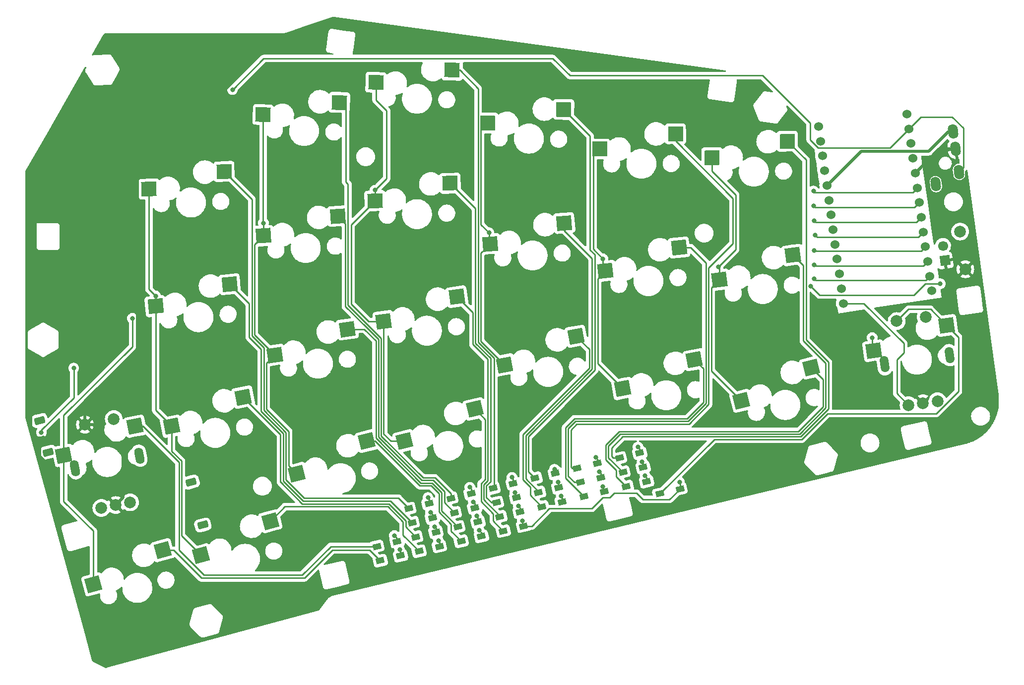
<source format=gbr>
%TF.GenerationSoftware,KiCad,Pcbnew,(6.0.5)*%
%TF.CreationDate,2022-07-31T15:02:15+09:00*%
%TF.ProjectId,ergotonic_f24-pcb-right,6572676f-746f-46e6-9963-5f6632342d70,rev?*%
%TF.SameCoordinates,Original*%
%TF.FileFunction,Copper,L2,Bot*%
%TF.FilePolarity,Positive*%
%FSLAX46Y46*%
G04 Gerber Fmt 4.6, Leading zero omitted, Abs format (unit mm)*
G04 Created by KiCad (PCBNEW (6.0.5)) date 2022-07-31 15:02:15*
%MOMM*%
%LPD*%
G01*
G04 APERTURE LIST*
G04 Aperture macros list*
%AMRoundRect*
0 Rectangle with rounded corners*
0 $1 Rounding radius*
0 $2 $3 $4 $5 $6 $7 $8 $9 X,Y pos of 4 corners*
0 Add a 4 corners polygon primitive as box body*
4,1,4,$2,$3,$4,$5,$6,$7,$8,$9,$2,$3,0*
0 Add four circle primitives for the rounded corners*
1,1,$1+$1,$2,$3*
1,1,$1+$1,$4,$5*
1,1,$1+$1,$6,$7*
1,1,$1+$1,$8,$9*
0 Add four rect primitives between the rounded corners*
20,1,$1+$1,$2,$3,$4,$5,0*
20,1,$1+$1,$4,$5,$6,$7,0*
20,1,$1+$1,$6,$7,$8,$9,0*
20,1,$1+$1,$8,$9,$2,$3,0*%
%AMHorizOval*
0 Thick line with rounded ends*
0 $1 width*
0 $2 $3 position (X,Y) of the first rounded end (center of the circle)*
0 $4 $5 position (X,Y) of the second rounded end (center of the circle)*
0 Add line between two ends*
20,1,$1,$2,$3,$4,$5,0*
0 Add two circle primitives to create the rounded ends*
1,1,$1,$2,$3*
1,1,$1,$4,$5*%
%AMRotRect*
0 Rectangle, with rotation*
0 The origin of the aperture is its center*
0 $1 length*
0 $2 width*
0 $3 Rotation angle, in degrees counterclockwise*
0 Add horizontal line*
21,1,$1,$2,0,0,$3*%
G04 Aperture macros list end*
%TA.AperFunction,SMDPad,CuDef*%
%ADD10RotRect,2.550000X2.500000X195.110000*%
%TD*%
%TA.AperFunction,ComponentPad*%
%ADD11C,1.524000*%
%TD*%
%TA.AperFunction,SMDPad,CuDef*%
%ADD12RotRect,2.550000X2.500000X188.510000*%
%TD*%
%TA.AperFunction,SMDPad,CuDef*%
%ADD13RotRect,2.550000X2.500000X182.020000*%
%TD*%
%TA.AperFunction,SMDPad,CuDef*%
%ADD14RotRect,2.550000X2.500000X194.390000*%
%TD*%
%TA.AperFunction,SMDPad,CuDef*%
%ADD15RotRect,2.550000X2.500000X193.470000*%
%TD*%
%TA.AperFunction,SMDPad,CuDef*%
%ADD16RotRect,2.550000X2.500000X187.620000*%
%TD*%
%TA.AperFunction,SMDPad,CuDef*%
%ADD17RotRect,2.550000X2.500000X190.850000*%
%TD*%
%TA.AperFunction,ComponentPad*%
%ADD18C,2.000000*%
%TD*%
%TA.AperFunction,ComponentPad*%
%ADD19HorizOval,1.500000X-0.125473X0.637775X0.125473X-0.637775X0*%
%TD*%
%TA.AperFunction,SMDPad,CuDef*%
%ADD20RotRect,2.550000X2.500000X195.120000*%
%TD*%
%TA.AperFunction,SMDPad,CuDef*%
%ADD21RotRect,2.550000X2.500000X181.120000*%
%TD*%
%TA.AperFunction,SMDPad,CuDef*%
%ADD22RotRect,2.550000X2.500000X184.580000*%
%TD*%
%TA.AperFunction,ComponentPad*%
%ADD23HorizOval,1.700000X-0.055669X0.396107X0.055669X-0.396107X0*%
%TD*%
%TA.AperFunction,SMDPad,CuDef*%
%ADD24RotRect,2.550000X2.500000X180.290000*%
%TD*%
%TA.AperFunction,SMDPad,CuDef*%
%ADD25RotRect,2.550000X2.500000X194.000000*%
%TD*%
%TA.AperFunction,SMDPad,CuDef*%
%ADD26RotRect,2.550000X2.500000X185.430000*%
%TD*%
%TA.AperFunction,SMDPad,CuDef*%
%ADD27RotRect,2.550000X2.500000X183.620000*%
%TD*%
%TA.AperFunction,SMDPad,CuDef*%
%ADD28RotRect,2.550000X2.500000X190.660000*%
%TD*%
%TA.AperFunction,SMDPad,CuDef*%
%ADD29RotRect,2.550000X2.500000X191.080000*%
%TD*%
%TA.AperFunction,ComponentPad*%
%ADD30RoundRect,0.249600X0.719283X-0.168618X0.536485X0.507921X-0.719283X0.168618X-0.536485X-0.507921X0*%
%TD*%
%TA.AperFunction,SMDPad,CuDef*%
%ADD31RotRect,2.550000X2.500000X177.950000*%
%TD*%
%TA.AperFunction,ComponentPad*%
%ADD32RotRect,1.700000X1.700000X188.000000*%
%TD*%
%TA.AperFunction,ComponentPad*%
%ADD33HorizOval,1.700000X0.000000X0.000000X0.000000X0.000000X0*%
%TD*%
%TA.AperFunction,SMDPad,CuDef*%
%ADD34RotRect,2.550000X2.500000X186.550000*%
%TD*%
%TA.AperFunction,SMDPad,CuDef*%
%ADD35RotRect,2.550000X2.500000X188.000000*%
%TD*%
%TA.AperFunction,SMDPad,CuDef*%
%ADD36RotRect,2.550000X2.500000X178.020000*%
%TD*%
%TA.AperFunction,SMDPad,CuDef*%
%ADD37RotRect,2.550000X2.500000X187.570000*%
%TD*%
%TA.AperFunction,ComponentPad*%
%ADD38HorizOval,1.500000X-0.090463X0.643674X0.090463X-0.643674X0*%
%TD*%
%TA.AperFunction,SMDPad,CuDef*%
%ADD39RotRect,2.550000X2.500000X191.130000*%
%TD*%
%TA.AperFunction,SMDPad,CuDef*%
%ADD40RotRect,2.550000X2.500000X178.940000*%
%TD*%
%TA.AperFunction,SMDPad,CuDef*%
%ADD41RotRect,1.400000X1.000000X193.500000*%
%TD*%
%TA.AperFunction,ViaPad*%
%ADD42C,0.800000*%
%TD*%
%TA.AperFunction,Conductor*%
%ADD43C,0.250000*%
%TD*%
%TA.AperFunction,Conductor*%
%ADD44C,0.500000*%
%TD*%
G04 APERTURE END LIST*
D10*
%TO.P,SW26,1,1*%
%TO.N,C8*%
X14148839Y-98760683D03*
%TO.P,SW26,2,2*%
%TO.N,Net-(D26-Pad2)*%
X25966807Y-92938778D03*
%TD*%
D11*
%TO.P,U2,1,TX0/D3*%
%TO.N,DATA2*%
X153334029Y-21006070D03*
%TO.P,U2,2,RX1/D2*%
%TO.N,LED2*%
X153687529Y-23521351D03*
%TO.P,U2,3,GND*%
%TO.N,GND2*%
X154041028Y-26036632D03*
%TO.P,U2,4,GND*%
X154394528Y-28551913D03*
%TO.P,U2,5,2/D1/SDA*%
%TO.N,C8*%
X154748028Y-31067194D03*
%TO.P,U2,6,3/D0/SCL*%
%TO.N,C9*%
X155101527Y-33582474D03*
%TO.P,U2,7,4/D4*%
%TO.N,C10*%
X155455027Y-36097755D03*
%TO.P,U2,8,5/C6*%
%TO.N,C11*%
X155808527Y-38613036D03*
%TO.P,U2,9,6/D7*%
%TO.N,C12*%
X156162026Y-41128317D03*
%TO.P,U2,10,7/E6*%
%TO.N,C13*%
X156515526Y-43643598D03*
%TO.P,U2,11,8/B4*%
%TO.N,C14*%
X156869026Y-46158879D03*
%TO.P,U2,12,9/B5*%
%TO.N,RE4B*%
X157222525Y-48674160D03*
%TO.P,U2,13,B6/10*%
%TO.N,RE4A*%
X142150645Y-50792374D03*
%TO.P,U2,14,B2/16*%
%TO.N,R8*%
X141797146Y-48277094D03*
%TO.P,U2,15,B3/14*%
%TO.N,R7*%
X141443646Y-45761813D03*
%TO.P,U2,16,B1/15*%
%TO.N,R6*%
X141090146Y-43246532D03*
%TO.P,U2,17,F7/A0*%
%TO.N,R5*%
X140736647Y-40731251D03*
%TO.P,U2,18,F6/A1*%
%TO.N,ENC2_PUSH*%
X140383147Y-38215970D03*
%TO.P,U2,19,F5/A2*%
%TO.N,ENC2_B*%
X140029647Y-35700689D03*
%TO.P,U2,20,F4/A3*%
%TO.N,ENC2_A*%
X139676148Y-33185408D03*
%TO.P,U2,21,VCC*%
%TO.N,VCC2*%
X139322648Y-30670127D03*
%TO.P,U2,22,RST*%
%TO.N,RESET2*%
X138969148Y-28154846D03*
%TO.P,U2,23,GND*%
%TO.N,GND2*%
X138615649Y-25639566D03*
%TO.P,U2,24,RAW*%
%TO.N,unconnected-(U2-Pad24)*%
X138262149Y-23124285D03*
%TO.P,U2,25,BAT-*%
%TO.N,GND2*%
X137908649Y-20609004D03*
%TO.P,U2,26,BAT+*%
%TO.N,BAT2*%
X152980529Y-18490789D03*
%TD*%
D12*
%TO.P,SW33,1,1*%
%TO.N,C10*%
X45099131Y-59619418D03*
%TO.P,SW33,2,2*%
%TO.N,Net-(D33-Pad2)*%
X57507931Y-55194420D03*
%TD*%
D13*
%TO.P,SW36,1,1*%
%TO.N,C11*%
X62217872Y-33285313D03*
%TO.P,SW36,2,2*%
%TO.N,Net-(D36-Pad2)*%
X75047308Y-30291236D03*
%TD*%
D14*
%TO.P,SW47,1,1*%
%TO.N,C14*%
X124741038Y-67438459D03*
%TO.P,SW47,2,2*%
%TO.N,Net-(D47-Pad2)*%
X136631230Y-61765518D03*
%TD*%
D15*
%TO.P,SW38,1,1*%
%TO.N,C11*%
X67241236Y-74300223D03*
%TO.P,SW38,2,2*%
%TO.N,Net-(D38-Pad2)*%
X79220982Y-68818927D03*
%TD*%
D16*
%TO.P,SW37,1,1*%
%TO.N,C11*%
X63705755Y-53881918D03*
%TO.P,SW37,2,2*%
%TO.N,Net-(D37-Pad2)*%
X76181791Y-49650197D03*
%TD*%
D17*
%TO.P,SW44,1,1*%
%TO.N,C13*%
X104491530Y-65332075D03*
%TO.P,SW44,2,2*%
%TO.N,Net-(D44-Pad2)*%
X116709313Y-60404123D03*
%TD*%
D18*
%TO.P,RE3,A,A*%
%TO.N,ENC2_A*%
X15517789Y-85716527D03*
%TO.P,RE3,B,B*%
%TO.N,ENC2_B*%
X20423747Y-84751349D03*
%TO.P,RE3,C,C*%
%TO.N,GND2*%
X17970768Y-85233938D03*
D19*
%TO.P,RE3,MP*%
%TO.N,N/C*%
X22017674Y-76794000D03*
X11028326Y-78956000D03*
D18*
%TO.P,RE3,S1,S1*%
%TO.N,ENC2_PUSH*%
X17624729Y-70524069D03*
%TO.P,RE3,S2,S2*%
%TO.N,GND2*%
X12718770Y-71489247D03*
%TD*%
D20*
%TO.P,SW30,1,1*%
%TO.N,C9*%
X32538734Y-93794993D03*
%TO.P,SW30,2,2*%
%TO.N,Net-(D30-Pad2)*%
X44355685Y-87971025D03*
%TD*%
D18*
%TO.P,SW_RESET2,1,1*%
%TO.N,RESET2*%
X162064687Y-38540629D03*
%TO.P,SW_RESET2,2,2*%
%TO.N,GND2*%
X162969313Y-44977371D03*
%TD*%
D21*
%TO.P,SW45,1,1*%
%TO.N,C14*%
X119730706Y-25919972D03*
%TO.P,SW45,2,2*%
%TO.N,Net-(D45-Pad2)*%
X132605588Y-23127780D03*
%TD*%
D22*
%TO.P,SW40,1,1*%
%TO.N,C12*%
X81833802Y-40658855D03*
%TO.P,SW40,2,2*%
%TO.N,Net-(D40-Pad2)*%
X94516702Y-37094732D03*
%TD*%
D23*
%TO.P,TRRS2,A*%
%TO.N,unconnected-(TRRS2-PadA)*%
X157925680Y-30441427D03*
%TO.P,TRRS2,B*%
%TO.N,VCC2*%
X160901834Y-21439621D03*
%TO.P,TRRS2,C*%
%TO.N,GND2*%
X161319353Y-24410425D03*
%TO.P,TRRS2,D*%
%TO.N,DATA2*%
X161876046Y-28371498D03*
%TD*%
D24*
%TO.P,SW42,1,1*%
%TO.N,C13*%
X100582235Y-24454893D03*
%TO.P,SW42,2,2*%
%TO.N,Net-(D42-Pad2)*%
X113496213Y-21849496D03*
%TD*%
D25*
%TO.P,SW34,1,1*%
%TO.N,C10*%
X48883973Y-79889465D03*
%TO.P,SW34,2,2*%
%TO.N,Net-(D34-Pad2)*%
X60812504Y-74297590D03*
%TD*%
D26*
%TO.P,SW28,1,1*%
%TO.N,C9*%
X24794434Y-51286849D03*
%TO.P,SW28,2,2*%
%TO.N,Net-(D28-Pad2)*%
X37423066Y-47534970D03*
%TD*%
D27*
%TO.P,SW32,1,1*%
%TO.N,C10*%
X43155764Y-39263407D03*
%TO.P,SW32,2,2*%
%TO.N,Net-(D32-Pad2)*%
X55896598Y-35912278D03*
%TD*%
D28*
%TO.P,SW41,1,1*%
%TO.N,C12*%
X84326421Y-61295422D03*
%TO.P,SW41,2,2*%
%TO.N,Net-(D41-Pad2)*%
X96560478Y-56408013D03*
%TD*%
D29*
%TO.P,SW29,1,1*%
%TO.N,C9*%
X27514930Y-71772937D03*
%TO.P,SW29,2,2*%
%TO.N,Net-(D29-Pad2)*%
X39712833Y-66795980D03*
%TD*%
D30*
%TO.P,J4,MP*%
%TO.N,N/C*%
X32832740Y-88633460D03*
X30850344Y-81296560D03*
%TD*%
%TO.P,J2,MP*%
%TO.N,N/C*%
X6442898Y-76199078D03*
X4982186Y-70792941D03*
%TD*%
D31*
%TO.P,SW31,1,1*%
%TO.N,C10*%
X43127394Y-18584184D03*
%TO.P,SW31,2,2*%
%TO.N,Net-(D31-Pad2)*%
X56136981Y-16508229D03*
%TD*%
D32*
%TO.P,BAT2,1,Pin_1*%
%TO.N,GND2*%
X159500000Y-43500000D03*
D33*
%TO.P,BAT2,2,Pin_2*%
%TO.N,BAT2*%
X159146500Y-40984719D03*
%TD*%
D34*
%TO.P,SW43,1,1*%
%TO.N,C13*%
X101552508Y-45263767D03*
%TO.P,SW43,2,2*%
%TO.N,Net-(D43-Pad2)*%
X114105391Y-41265760D03*
%TD*%
D35*
%TO.P,SW48,1,1*%
%TO.N,C14*%
X147329451Y-58880761D03*
%TO.P,SW48,2,2*%
%TO.N,D48*%
X159777147Y-54566389D03*
%TD*%
D36*
%TO.P,SW35,1,1*%
%TO.N,C11*%
X62387989Y-13086725D03*
%TO.P,SW35,2,2*%
%TO.N,Net-(D35-Pad2)*%
X75395029Y-10994878D03*
%TD*%
D37*
%TO.P,SW46,1,1*%
%TO.N,C14*%
X121029135Y-46769496D03*
%TO.P,SW46,2,2*%
%TO.N,Net-(D46-Pad2)*%
X133508859Y-42548664D03*
%TD*%
D18*
%TO.P,RE4,A,A*%
%TO.N,RE4A*%
X153267128Y-68184943D03*
%TO.P,RE4,B,B*%
%TO.N,RE4B*%
X158218468Y-67489078D03*
%TO.P,RE4,C,C*%
%TO.N,GND2*%
X155742798Y-67837011D03*
D38*
%TO.P,RE4,MP*%
%TO.N,N/C*%
X160244501Y-59630631D03*
X149153499Y-61189369D03*
D18*
%TO.P,RE4,S1,S1*%
%TO.N,C14*%
X156200458Y-53130191D03*
%TO.P,RE4,S2,S2*%
%TO.N,D48*%
X151249118Y-53826056D03*
%TD*%
D13*
%TO.P,SW27,1,1*%
%TO.N,C9*%
X23643872Y-31288313D03*
%TO.P,SW27,2,2*%
%TO.N,Net-(D27-Pad2)*%
X36473308Y-28294236D03*
%TD*%
D39*
%TO.P,SW25,1,1*%
%TO.N,C8*%
X9080946Y-76750431D03*
%TO.P,SW25,2,2*%
%TO.N,Net-(D25-Pad2)*%
X21274500Y-71762831D03*
%TD*%
D40*
%TO.P,SW39,1,1*%
%TO.N,C12*%
X81446201Y-20000366D03*
%TO.P,SW39,2,2*%
%TO.N,Net-(D39-Pad2)*%
X94417977Y-17699943D03*
%TD*%
D41*
%TO.P,D28,1,K*%
%TO.N,R6*%
X72027957Y-87419634D03*
%TO.P,D28,2,A*%
%TO.N,Net-(D28-Pad2)*%
X68576043Y-88248366D03*
%TD*%
%TO.P,D34,1,K*%
%TO.N,R8*%
X80373957Y-90558634D03*
%TO.P,D34,2,A*%
%TO.N,Net-(D34-Pad2)*%
X76922043Y-91387366D03*
%TD*%
%TO.P,D42,1,K*%
%TO.N,R5*%
X100157957Y-78095634D03*
%TO.P,D42,2,A*%
%TO.N,Net-(D42-Pad2)*%
X96706043Y-78924366D03*
%TD*%
%TO.P,D47,1,K*%
%TO.N,R7*%
X108560957Y-81219634D03*
%TO.P,D47,2,A*%
%TO.N,Net-(D47-Pad2)*%
X105109043Y-82048366D03*
%TD*%
%TO.P,D33,1,K*%
%TO.N,R7*%
X79789957Y-88127634D03*
%TO.P,D33,2,A*%
%TO.N,Net-(D33-Pad2)*%
X76338043Y-88956366D03*
%TD*%
%TO.P,D27,1,K*%
%TO.N,R5*%
X71444957Y-84988634D03*
%TO.P,D27,2,A*%
%TO.N,Net-(D27-Pad2)*%
X67993043Y-85817366D03*
%TD*%
%TO.P,D26,1,K*%
%TO.N,R8*%
X66563956Y-93885634D03*
%TO.P,D26,2,A*%
%TO.N,Net-(D26-Pad2)*%
X63112042Y-94714366D03*
%TD*%
%TO.P,D39,1,K*%
%TO.N,R5*%
X92978957Y-79818634D03*
%TO.P,D39,2,A*%
%TO.N,Net-(D39-Pad2)*%
X89527043Y-80647366D03*
%TD*%
%TO.P,D43,1,K*%
%TO.N,R6*%
X100740957Y-80526634D03*
%TO.P,D43,2,A*%
%TO.N,Net-(D43-Pad2)*%
X97289043Y-81355366D03*
%TD*%
%TO.P,D32,1,K*%
%TO.N,R6*%
X79206957Y-85696634D03*
%TO.P,D32,2,A*%
%TO.N,Net-(D32-Pad2)*%
X75755043Y-86525366D03*
%TD*%
%TO.P,D37,1,K*%
%TO.N,R7*%
X86967957Y-86403634D03*
%TO.P,D37,2,A*%
%TO.N,Net-(D37-Pad2)*%
X83516043Y-87232366D03*
%TD*%
%TO.P,D36,1,K*%
%TO.N,R6*%
X86384957Y-83972634D03*
%TO.P,D36,2,A*%
%TO.N,Net-(D36-Pad2)*%
X82933043Y-84801366D03*
%TD*%
%TO.P,D45,1,K*%
%TO.N,R5*%
X107393957Y-76357634D03*
%TO.P,D45,2,A*%
%TO.N,Net-(D45-Pad2)*%
X103942043Y-77186366D03*
%TD*%
%TO.P,D44,1,K*%
%TO.N,R7*%
X101324957Y-82957634D03*
%TO.P,D44,2,A*%
%TO.N,Net-(D44-Pad2)*%
X97873043Y-83786366D03*
%TD*%
%TO.P,D40,1,K*%
%TO.N,R6*%
X93562957Y-82249634D03*
%TO.P,D40,2,A*%
%TO.N,Net-(D40-Pad2)*%
X90111043Y-83078366D03*
%TD*%
%TO.P,D35,1,K*%
%TO.N,R5*%
X85800957Y-81541634D03*
%TO.P,D35,2,A*%
%TO.N,Net-(D35-Pad2)*%
X82349043Y-82370366D03*
%TD*%
%TO.P,D48,1,K*%
%TO.N,R8*%
X114261957Y-82470634D03*
%TO.P,D48,2,A*%
%TO.N,D48*%
X110810043Y-83299366D03*
%TD*%
%TO.P,D31,1,K*%
%TO.N,R5*%
X78622957Y-83265634D03*
%TO.P,D31,2,A*%
%TO.N,Net-(D31-Pad2)*%
X75171043Y-84094366D03*
%TD*%
%TO.P,D38,1,K*%
%TO.N,R8*%
X87551957Y-88834634D03*
%TO.P,D38,2,A*%
%TO.N,Net-(D38-Pad2)*%
X84100043Y-89663366D03*
%TD*%
%TO.P,D25,1,K*%
%TO.N,R7*%
X65979957Y-91454634D03*
%TO.P,D25,2,A*%
%TO.N,Net-(D25-Pad2)*%
X62528043Y-92283366D03*
%TD*%
%TO.P,D46,1,K*%
%TO.N,R6*%
X107976957Y-78788634D03*
%TO.P,D46,2,A*%
%TO.N,Net-(D46-Pad2)*%
X104525043Y-79617366D03*
%TD*%
%TO.P,D41,1,K*%
%TO.N,R7*%
X94146957Y-84680634D03*
%TO.P,D41,2,A*%
%TO.N,Net-(D41-Pad2)*%
X90695043Y-85509366D03*
%TD*%
%TO.P,D30,1,K*%
%TO.N,R8*%
X73195957Y-92281634D03*
%TO.P,D30,2,A*%
%TO.N,Net-(D30-Pad2)*%
X69744043Y-93110366D03*
%TD*%
%TO.P,D29,1,K*%
%TO.N,R7*%
X72611957Y-89850634D03*
%TO.P,D29,2,A*%
%TO.N,Net-(D29-Pad2)*%
X69160043Y-90679366D03*
%TD*%
D42*
%TO.N,R7*%
X101092000Y-82042000D03*
X86700000Y-85400000D03*
X108300000Y-80200000D03*
X79600000Y-87100000D03*
X65532000Y-90424000D03*
X94000000Y-83700000D03*
X72400000Y-88900000D03*
%TO.N,R8*%
X87376000Y-87884000D03*
X79990660Y-89551478D03*
X66421000Y-92851478D03*
X73025000Y-91301478D03*
X114173000Y-81280000D03*
%TO.N,R5*%
X78400000Y-82200000D03*
X71247000Y-83947000D03*
X99900000Y-77100000D03*
X107100000Y-75300000D03*
X92837000Y-79121000D03*
X85600000Y-80500000D03*
%TO.N,R6*%
X100500000Y-79500000D03*
X71700000Y-86487000D03*
X107800000Y-77800000D03*
X86106000Y-83058000D03*
X79000000Y-84700000D03*
X93472000Y-81280000D03*
%TO.N,GND2*%
X5592299Y-73782701D03*
X142494000Y-62865000D03*
X4445000Y-36449000D03*
X112141000Y-79121000D03*
X71164273Y-79074444D03*
X51054000Y-88900000D03*
X8890000Y-86360000D03*
X16200000Y-29800000D03*
X90678000Y-76581000D03*
X20701000Y-89408000D03*
X51816000Y-6477000D03*
%TO.N,DATA2*%
X37900000Y-14300000D03*
X10795000Y-61849000D03*
X5280855Y-72832960D03*
%TO.N,LED_EXT2*%
X136600000Y-47900000D03*
X158700000Y-47450000D03*
%TO.N,C8*%
X20828000Y-53340000D03*
X137033000Y-31623000D03*
%TO.N,C9*%
X24765000Y-49530000D03*
X137033000Y-34163000D03*
%TO.N,C10*%
X43180000Y-37084000D03*
X137160000Y-36703000D03*
%TO.N,C11*%
X137287000Y-39116000D03*
X62230000Y-31468521D03*
%TO.N,C12*%
X81661000Y-38735000D03*
X137160000Y-41783000D03*
%TO.N,C13*%
X101092000Y-43180000D03*
X137160000Y-44196000D03*
%TO.N,C14*%
X120777000Y-44577000D03*
X137160000Y-46609000D03*
X147066000Y-56642000D03*
%TD*%
D43*
%TO.N,R7*%
X79789957Y-88127634D02*
X79789957Y-87289957D01*
X101092000Y-82042000D02*
X101092000Y-82724677D01*
X108560957Y-81219634D02*
X108560957Y-80460957D01*
X72611957Y-89111957D02*
X72400000Y-88900000D01*
X72611957Y-89850634D02*
X72611957Y-89111957D01*
X79789957Y-87289957D02*
X79600000Y-87100000D01*
X65979957Y-91454634D02*
X65979957Y-90871957D01*
X86967957Y-85667957D02*
X86700000Y-85400000D01*
X94146957Y-84680634D02*
X94146957Y-83846957D01*
X101092000Y-82724677D02*
X101324957Y-82957634D01*
X65979957Y-90871957D02*
X65532000Y-90424000D01*
X86967957Y-86403634D02*
X86967957Y-85667957D01*
X108560957Y-80460957D02*
X108300000Y-80200000D01*
X94146957Y-83846957D02*
X94000000Y-83700000D01*
%TO.N,Net-(D25-Pad2)*%
X54655634Y-92283366D02*
X49784000Y-97155000D01*
X32995690Y-97155000D02*
X28750489Y-92909799D01*
X28750489Y-92909799D02*
X28750489Y-77939380D01*
X22573940Y-71762831D02*
X21274500Y-71762831D01*
X28750489Y-77939380D02*
X22573940Y-71762831D01*
X49784000Y-97155000D02*
X32995690Y-97155000D01*
X62528043Y-92283366D02*
X54655634Y-92283366D01*
%TO.N,R8*%
X66563956Y-92994434D02*
X66421000Y-92851478D01*
X114261957Y-82470634D02*
X112459108Y-84273483D01*
X73195957Y-91472435D02*
X73025000Y-91301478D01*
X114261957Y-82470634D02*
X114261957Y-81368957D01*
X66563956Y-93885634D02*
X66563956Y-92994434D01*
X99200000Y-85800000D02*
X91983504Y-85800000D01*
X106853034Y-83200000D02*
X103000000Y-83200000D01*
X88948870Y-88834634D02*
X87551957Y-88834634D01*
X73195957Y-92281634D02*
X73195957Y-91472435D01*
X91983504Y-85800000D02*
X88948870Y-88834634D01*
X114261957Y-81368957D02*
X114173000Y-81280000D01*
X80373957Y-90558634D02*
X80373957Y-89934775D01*
X87376000Y-87884000D02*
X87376000Y-88658677D01*
X80373957Y-89934775D02*
X79990660Y-89551478D01*
X87376000Y-88658677D02*
X87551957Y-88834634D01*
X101068249Y-83931751D02*
X99200000Y-85800000D01*
X112459108Y-84273483D02*
X107926517Y-84273483D01*
X107926517Y-84273483D02*
X106853034Y-83200000D01*
X103000000Y-83200000D02*
X102268249Y-83931751D01*
X102268249Y-83931751D02*
X101068249Y-83931751D01*
%TO.N,Net-(D26-Pad2)*%
X25966807Y-92938778D02*
X27838778Y-92938778D01*
X54928000Y-92900000D02*
X61297676Y-92900000D01*
X61297676Y-92900000D02*
X63112042Y-94714366D01*
X32563000Y-97663000D02*
X50165000Y-97663000D01*
X50165000Y-97663000D02*
X54928000Y-92900000D01*
X27838778Y-92938778D02*
X32563000Y-97663000D01*
%TO.N,R5*%
X92837000Y-79676677D02*
X92978957Y-79818634D01*
X78622957Y-82422957D02*
X78400000Y-82200000D01*
X71444957Y-84144957D02*
X71247000Y-83947000D01*
X100157957Y-77357957D02*
X99900000Y-77100000D01*
X85800957Y-81541634D02*
X85800957Y-80700957D01*
X100157957Y-78095634D02*
X100157957Y-77357957D01*
X71444957Y-84988634D02*
X71444957Y-84144957D01*
X92837000Y-79121000D02*
X92837000Y-79676677D01*
X85800957Y-80700957D02*
X85600000Y-80500000D01*
X107393957Y-76357634D02*
X107393957Y-75593957D01*
X107393957Y-75593957D02*
X107100000Y-75300000D01*
X78622957Y-83265634D02*
X78622957Y-82422957D01*
%TO.N,Net-(D27-Pad2)*%
X41206490Y-33027418D02*
X41206490Y-56362481D01*
X66239655Y-84063978D02*
X67993043Y-85817366D01*
X50143501Y-84063978D02*
X66239655Y-84063978D01*
X41206490Y-56362481D02*
X43238490Y-58394481D01*
X43238490Y-58394481D02*
X43238490Y-69050229D01*
X43238490Y-69050229D02*
X47000000Y-72811739D01*
X36473308Y-28294236D02*
X41206490Y-33027418D01*
X47000000Y-80920477D02*
X50143501Y-84063978D01*
X47000000Y-72811739D02*
X47000000Y-80920477D01*
%TO.N,R6*%
X100740957Y-79740957D02*
X100500000Y-79500000D01*
X86106000Y-83058000D02*
X86106000Y-83693677D01*
X107976957Y-78788634D02*
X107976957Y-77976957D01*
X93472000Y-82158677D02*
X93562957Y-82249634D01*
X86106000Y-83693677D02*
X86384957Y-83972634D01*
X100740957Y-80526634D02*
X100740957Y-79740957D01*
X79206957Y-84906957D02*
X79000000Y-84700000D01*
X72027957Y-86814957D02*
X71700000Y-86487000D01*
X79206957Y-85696634D02*
X79206957Y-84906957D01*
X93472000Y-81280000D02*
X93472000Y-82158677D01*
X107976957Y-77976957D02*
X107800000Y-77800000D01*
X72027957Y-87419634D02*
X72027957Y-86814957D01*
%TO.N,Net-(D28-Pad2)*%
X40756979Y-56548674D02*
X40756979Y-50868883D01*
X46550489Y-81106670D02*
X46550489Y-72997932D01*
X49957317Y-84513498D02*
X46550489Y-81106670D01*
X40756979Y-50868883D02*
X37423066Y-47534970D01*
X64841175Y-84513498D02*
X49957317Y-84513498D01*
X46550489Y-72997932D02*
X42788979Y-69236422D01*
X42788979Y-69236422D02*
X42788979Y-58580674D01*
X68576043Y-88248366D02*
X64841175Y-84513498D01*
X42788979Y-58580674D02*
X40756979Y-56548674D01*
%TO.N,Net-(D29-Pad2)*%
X39712833Y-66795980D02*
X46100978Y-73184125D01*
X67454141Y-88973464D02*
X69160043Y-90679366D01*
X67454141Y-87900437D02*
X67454141Y-88973464D01*
X49821490Y-85021490D02*
X64575194Y-85021490D01*
X46120903Y-81320903D02*
X49821490Y-85021490D01*
X46120903Y-81312788D02*
X46120903Y-81320903D01*
X64575194Y-85021490D02*
X67454141Y-87900437D01*
X46100978Y-73184125D02*
X46100979Y-81292864D01*
X46100979Y-81292864D02*
X46120903Y-81312788D01*
%TO.N,Net-(D30-Pad2)*%
X67004630Y-90370953D02*
X67004630Y-88086630D01*
X67004630Y-88086630D02*
X64389001Y-85471001D01*
X69744043Y-93110366D02*
X67004630Y-90370953D01*
X64389001Y-85471001D02*
X46855710Y-85471000D01*
X46855710Y-85471000D02*
X44355685Y-87971025D01*
%TO.N,Net-(D31-Pad2)*%
X70408579Y-80566467D02*
X72440579Y-80566467D01*
X63256244Y-73414132D02*
X70408579Y-80566467D01*
X57200000Y-17571248D02*
X57200000Y-30050000D01*
X56136981Y-16508229D02*
X57200000Y-17571248D01*
X72440579Y-80566467D02*
X75171043Y-83296931D01*
X63256244Y-56777836D02*
X63256244Y-73414132D01*
X57200000Y-30050000D02*
X57600009Y-30450009D01*
X57600009Y-30450009D02*
X57600009Y-51122305D01*
X60773541Y-54295133D02*
X63256244Y-56777836D01*
X75171043Y-83296931D02*
X75171043Y-84094366D01*
X60772837Y-54295133D02*
X60773541Y-54295133D01*
X57600009Y-51122305D02*
X60772837Y-54295133D01*
%TO.N,Net-(D32-Pad2)*%
X75755043Y-86525366D02*
X74049141Y-84819464D01*
X57150489Y-37166169D02*
X55896598Y-35912278D01*
X62806733Y-73600325D02*
X62806733Y-56964029D01*
X72172721Y-81015979D02*
X70222385Y-81015977D01*
X60586909Y-54744909D02*
X57150489Y-51308489D01*
X70222385Y-81015977D02*
X62806733Y-73600325D01*
X74049141Y-82892399D02*
X72172721Y-81015979D01*
X57150489Y-51308489D02*
X57150489Y-37166169D01*
X74049141Y-84819464D02*
X74049141Y-82892399D01*
X60587613Y-54744909D02*
X60586909Y-54744909D01*
X62806733Y-56964029D02*
X60587613Y-54744909D01*
%TO.N,Net-(D33-Pad2)*%
X62357223Y-57150223D02*
X62357223Y-73786519D01*
X62357223Y-73786519D02*
X70036193Y-81465489D01*
X70036193Y-81465489D02*
X71986528Y-81465490D01*
X71986528Y-81465490D02*
X73599630Y-83078592D01*
X57507931Y-55194420D02*
X60401420Y-55194420D01*
X73599630Y-86217953D02*
X76338043Y-88956366D01*
X73599630Y-83078592D02*
X73599630Y-86217953D01*
X60401420Y-55194420D02*
X62357223Y-57150223D01*
%TO.N,Net-(D34-Pad2)*%
X73150120Y-86432781D02*
X73150120Y-83264786D01*
X75216141Y-88498802D02*
X73150120Y-86432781D01*
X69815000Y-81915000D02*
X62197590Y-74297590D01*
X73150120Y-83264786D02*
X71800334Y-81915000D01*
X62197590Y-74297590D02*
X60812504Y-74297590D01*
X75216141Y-89681464D02*
X75216141Y-88498802D01*
X71800334Y-81915000D02*
X69815000Y-81915000D01*
X76922043Y-91387366D02*
X75216141Y-89681464D01*
%TO.N,Net-(D35-Pad2)*%
X75395029Y-10994878D02*
X76670790Y-10994878D01*
X79814490Y-57419195D02*
X82540700Y-60145405D01*
X82517679Y-60168426D02*
X82517679Y-62431670D01*
X82540700Y-60145405D02*
X82517679Y-60168426D01*
X79814489Y-14138577D02*
X79814490Y-57419195D01*
X82550000Y-62463991D02*
X82550000Y-82169409D01*
X82550000Y-82169409D02*
X82349043Y-82370366D01*
X76670790Y-10994878D02*
X79814489Y-14138577D01*
X82517679Y-62431670D02*
X82550000Y-62463991D01*
%TO.N,Net-(D36-Pad2)*%
X81925020Y-60165429D02*
X79364979Y-57605388D01*
X79364979Y-57605388D02*
X79364978Y-34608906D01*
X82101366Y-84801366D02*
X81227141Y-83927141D01*
X79364978Y-34608906D02*
X75047308Y-30291236D01*
X81227141Y-83927141D02*
X81227141Y-81913173D01*
X81925021Y-81215293D02*
X81925020Y-60165429D01*
X81227141Y-81913173D02*
X81925021Y-81215293D01*
X82933043Y-84801366D02*
X82101366Y-84801366D01*
%TO.N,Net-(D37-Pad2)*%
X80777621Y-81726975D02*
X81475501Y-81029095D01*
X78915469Y-52383875D02*
X76181791Y-49650197D01*
X83516043Y-87232366D02*
X83516043Y-87056839D01*
X83516043Y-87056839D02*
X80777621Y-84318417D01*
X81475501Y-81029095D02*
X81475501Y-60351614D01*
X81475501Y-60351614D02*
X78915468Y-57791581D01*
X80777621Y-84318417D02*
X80777621Y-81726975D01*
X78915468Y-57791581D02*
X78915469Y-52383875D01*
%TO.N,Net-(D38-Pad2)*%
X81025990Y-70623935D02*
X79220982Y-68818927D01*
X80328110Y-84646110D02*
X80328110Y-81540780D01*
X82394141Y-87957464D02*
X82394141Y-86712141D01*
X80328110Y-81540780D02*
X81025990Y-80842902D01*
X84100043Y-89663366D02*
X82394141Y-87957464D01*
X81025990Y-80842902D02*
X81025990Y-70623935D01*
X82394141Y-86712141D02*
X80328110Y-84646110D01*
%TO.N,Net-(D39-Pad2)*%
X98924388Y-22206354D02*
X94417977Y-17699943D01*
X89527043Y-80647366D02*
X88392000Y-79512323D01*
X98924388Y-41648092D02*
X98924388Y-22206354D01*
X88392000Y-79512323D02*
X88392000Y-73533000D01*
X99705021Y-62219979D02*
X99705021Y-42428725D01*
X88392000Y-73533000D02*
X99705021Y-62219979D01*
X99705021Y-42428725D02*
X98924388Y-41648092D01*
%TO.N,Net-(D40-Pad2)*%
X87942480Y-80735276D02*
X87942480Y-73346802D01*
X90111043Y-82903839D02*
X87942480Y-80735276D01*
X87942480Y-73346802D02*
X99255510Y-62033772D01*
X99255510Y-43087545D02*
X94516702Y-38348737D01*
X99255510Y-62033772D02*
X99255510Y-43087545D01*
X90111043Y-83078366D02*
X90111043Y-82903839D01*
X94516702Y-38348737D02*
X94516702Y-37094732D01*
%TO.N,Net-(D41-Pad2)*%
X90695043Y-85509366D02*
X88700000Y-83514323D01*
X98806000Y-58653535D02*
X96560478Y-56408013D01*
X87492969Y-80921469D02*
X87492969Y-73152727D01*
X88700000Y-83514323D02*
X88700000Y-82128500D01*
X88700000Y-82128500D02*
X87492969Y-80921469D01*
X87492969Y-73152727D02*
X98805999Y-61839697D01*
X98805999Y-61839697D02*
X98806000Y-58653535D01*
%TO.N,Net-(D42-Pad2)*%
X123300000Y-32903299D02*
X123300000Y-40558580D01*
X95824366Y-78924366D02*
X96706043Y-78924366D01*
X119140728Y-68058680D02*
X115815387Y-71384021D01*
X96638386Y-71384022D02*
X95631000Y-72391408D01*
X95631000Y-72391408D02*
X95631000Y-78731000D01*
X123300000Y-40558580D02*
X119140728Y-44717852D01*
X119140728Y-44717852D02*
X119140728Y-68058680D01*
X115815387Y-71384021D02*
X96638386Y-71384022D01*
X113496213Y-23099512D02*
X123300000Y-32903299D01*
X95631000Y-78731000D02*
X95824366Y-78924366D01*
X113496213Y-21849496D02*
X113496213Y-23099512D01*
%TO.N,Net-(D43-Pad2)*%
X118691218Y-43888218D02*
X116068760Y-41265760D01*
X97289043Y-81355366D02*
X96255366Y-81355366D01*
X95181490Y-80281490D02*
X95181490Y-72205214D01*
X96255366Y-81355366D02*
X95181490Y-80281490D01*
X96452193Y-70934511D02*
X115629194Y-70934510D01*
X115629194Y-70934510D02*
X118691217Y-67872487D01*
X116068760Y-41265760D02*
X114105391Y-41265760D01*
X95181490Y-72205214D02*
X96452193Y-70934511D01*
X118691217Y-67872487D02*
X118691218Y-43888218D01*
%TO.N,Net-(D44-Pad2)*%
X96266000Y-70485000D02*
X115443000Y-70485000D01*
X118241706Y-67686294D02*
X118241706Y-61936516D01*
X115443000Y-70485000D02*
X118241706Y-67686294D01*
X97873043Y-83786366D02*
X94731980Y-80645303D01*
X94731980Y-80645303D02*
X94731980Y-72019020D01*
X94731980Y-72019020D02*
X96266000Y-70485000D01*
X118241706Y-61936516D02*
X116709313Y-60404123D01*
%TO.N,Net-(D45-Pad2)*%
X135763000Y-26285192D02*
X132605588Y-23127780D01*
X139583022Y-60843022D02*
X135763000Y-57023000D01*
X102886366Y-77186366D02*
X102600000Y-76900000D01*
X102600000Y-76900000D02*
X102600000Y-75454000D01*
X139583022Y-68823274D02*
X139583022Y-60843022D01*
X104510980Y-73543020D02*
X134863276Y-73543020D01*
X134863276Y-73543020D02*
X139583022Y-68823274D01*
X103942043Y-77186366D02*
X102886366Y-77186366D01*
X135763000Y-57023000D02*
X135763000Y-26285192D01*
X102600000Y-75454000D02*
X104510980Y-73543020D01*
%TO.N,Net-(D46-Pad2)*%
X104070787Y-73093509D02*
X134677082Y-73093510D01*
X139133511Y-61029215D02*
X135313489Y-57209193D01*
X135313489Y-57209193D02*
X135313490Y-44353295D01*
X134677082Y-73093510D02*
X139133511Y-68637081D01*
X139133511Y-68637081D02*
X139133511Y-61029215D01*
X102049511Y-77141834D02*
X102049511Y-75114785D01*
X135313490Y-44353295D02*
X133508859Y-42548664D01*
X104525043Y-79617366D02*
X102049511Y-77141834D01*
X102049511Y-75114785D02*
X104070787Y-73093509D01*
%TO.N,Net-(D47-Pad2)*%
X101600000Y-74928592D02*
X101600000Y-77500000D01*
X103403141Y-80342464D02*
X105109043Y-82048366D01*
X103884593Y-72643999D02*
X101600000Y-74928592D01*
X138684000Y-63818288D02*
X138684000Y-68450888D01*
X136631230Y-61765518D02*
X138684000Y-63818288D01*
X138684000Y-68450888D02*
X134490888Y-72644000D01*
X103403141Y-79303141D02*
X103403141Y-80342464D01*
X134490888Y-72644000D02*
X103884593Y-72643999D01*
X101600000Y-77500000D02*
X103403141Y-79303141D01*
%TO.N,D48*%
X161781966Y-56571208D02*
X159777147Y-54566389D01*
X135049468Y-73992532D02*
X139446000Y-69596000D01*
X120116877Y-73992532D02*
X135049468Y-73992532D01*
X159777147Y-54566389D02*
X157016438Y-51805680D01*
X153269494Y-51805680D02*
X151249118Y-53826056D01*
X110810043Y-83299366D02*
X120116877Y-73992532D01*
X139446000Y-69596000D02*
X157984689Y-69596000D01*
X161781966Y-65798723D02*
X161781966Y-56571208D01*
X157984689Y-69596000D02*
X161781966Y-65798723D01*
X157016438Y-51805680D02*
X153269494Y-51805680D01*
D44*
%TO.N,VCC2*%
X145187399Y-24805376D02*
X156714079Y-24805376D01*
X160079834Y-21439621D02*
X160901834Y-21439621D01*
X156714079Y-24805376D02*
X160079834Y-21439621D01*
X139322648Y-30670127D02*
X145187399Y-24805376D01*
%TO.N,GND2*%
X19200000Y-76556264D02*
X19200000Y-83925177D01*
X12718770Y-67545230D02*
X21677501Y-58586499D01*
X4973161Y-76873161D02*
X7700000Y-79600000D01*
X4191000Y-41491000D02*
X9093361Y-46393361D01*
X9093361Y-46393361D02*
X9093361Y-63931639D01*
X19200000Y-83925177D02*
X18974236Y-84150941D01*
X4567701Y-73782701D02*
X5592299Y-73782701D01*
X3512449Y-69512551D02*
X3512449Y-72727449D01*
X7700000Y-85170000D02*
X8890000Y-86360000D01*
X154394528Y-28551913D02*
X158536016Y-24410425D01*
X5592299Y-73782701D02*
X4973161Y-74401839D01*
X12718770Y-71489247D02*
X12718770Y-67545230D01*
X44450000Y-6477000D02*
X51816000Y-6477000D01*
X18974236Y-84230470D02*
X17970768Y-85233938D01*
X12718770Y-71489247D02*
X14132983Y-71489247D01*
X18974236Y-84150941D02*
X18974236Y-84230470D01*
X9093361Y-63931639D02*
X3512449Y-69512551D01*
X21677501Y-29249499D02*
X44450000Y-6477000D01*
X4191000Y-36703000D02*
X4191000Y-41491000D01*
X21677501Y-58586499D02*
X21677501Y-29249499D01*
X4973161Y-74401839D02*
X4973161Y-76873161D01*
X7700000Y-79600000D02*
X7700000Y-85170000D01*
X3512449Y-72727449D02*
X4567701Y-73782701D01*
X158536016Y-24410425D02*
X161319353Y-24410425D01*
X4445000Y-36449000D02*
X4191000Y-36703000D01*
X14132983Y-71489247D02*
X19200000Y-76556264D01*
D43*
%TO.N,DATA2*%
X137812100Y-24210796D02*
X136479500Y-22878196D01*
X10795000Y-61849000D02*
X10795000Y-66929000D01*
X92572271Y-9006271D02*
X43193729Y-9006271D01*
X155365218Y-18974881D02*
X153334029Y-21006070D01*
X162605820Y-20898853D02*
X160681848Y-18974881D01*
X150129303Y-24210796D02*
X137812100Y-24210796D01*
X136479500Y-20020500D02*
X128359000Y-11900000D01*
X162605820Y-27641724D02*
X162605820Y-20898853D01*
X5280855Y-72443145D02*
X5280855Y-72832960D01*
X128359000Y-11900000D02*
X95466000Y-11900000D01*
X153334029Y-21006070D02*
X150129303Y-24210796D01*
X160681848Y-18974881D02*
X155365218Y-18974881D01*
X161876046Y-28371498D02*
X162605820Y-27641724D01*
X10795000Y-66929000D02*
X5280855Y-72443145D01*
X95466000Y-11900000D02*
X92572271Y-9006271D01*
X136479500Y-22878196D02*
X136479500Y-20020500D01*
X43193729Y-9006271D02*
X37900000Y-14300000D01*
%TO.N,LED_EXT2*%
X138063605Y-49363605D02*
X136600000Y-47900000D01*
X156100000Y-47450000D02*
X154186395Y-49363605D01*
X154186395Y-49363605D02*
X138063605Y-49363605D01*
X158700000Y-47450000D02*
X156100000Y-47450000D01*
%TO.N,RE4A*%
X151257000Y-66174815D02*
X151257000Y-60423208D01*
X152447100Y-57648516D02*
X145590958Y-50792374D01*
X151257000Y-60423208D02*
X152447100Y-59233108D01*
X152447100Y-59233108D02*
X152447100Y-57648516D01*
X153267128Y-68184943D02*
X151257000Y-66174815D01*
X145590958Y-50792374D02*
X142150645Y-50792374D01*
%TO.N,C8*%
X14148839Y-89648839D02*
X9080946Y-84580946D01*
X9080946Y-84580946D02*
X9080946Y-69913758D01*
X9080946Y-69913758D02*
X20828000Y-58166704D01*
X137239193Y-31829193D02*
X137033000Y-31623000D01*
X154748028Y-31067194D02*
X153986029Y-31829193D01*
X20828000Y-58166704D02*
X20828000Y-53340000D01*
X153986029Y-31829193D02*
X137239193Y-31829193D01*
X14148839Y-98760683D02*
X14148839Y-89648839D01*
%TO.N,C9*%
X24794434Y-69052441D02*
X24794434Y-51286849D01*
X23643872Y-48408872D02*
X24765000Y-49530000D01*
X27514930Y-71772937D02*
X27514930Y-76028930D01*
X155101527Y-33582474D02*
X154267001Y-34417000D01*
X29200000Y-77714000D02*
X29200000Y-90456259D01*
X27514930Y-71772937D02*
X24794434Y-69052441D01*
X27514930Y-76028930D02*
X29200000Y-77714000D01*
X29200000Y-90456259D02*
X32538734Y-93794993D01*
X23643872Y-31288313D02*
X23643872Y-48408872D01*
X24794434Y-51286849D02*
X24794434Y-49559434D01*
X137287000Y-34417000D02*
X137033000Y-34163000D01*
X154267001Y-34417000D02*
X137287000Y-34417000D01*
X24794434Y-49559434D02*
X24765000Y-49530000D01*
%TO.N,C10*%
X43688000Y-68864035D02*
X47498000Y-72674035D01*
X47498000Y-72674035D02*
X47498000Y-78503492D01*
X43127394Y-37031394D02*
X43180000Y-37084000D01*
X155455027Y-36097755D02*
X154595782Y-36957000D01*
X47498000Y-78503492D02*
X48883973Y-79889465D01*
X43688000Y-61030549D02*
X43688000Y-68864035D01*
X43127394Y-18584184D02*
X43127394Y-37031394D01*
X41656000Y-40763171D02*
X41656000Y-56176287D01*
X45099131Y-59619418D02*
X43688000Y-61030549D01*
X137414000Y-36957000D02*
X137160000Y-36703000D01*
X154595782Y-36957000D02*
X137414000Y-36957000D01*
X43155764Y-37108236D02*
X43180000Y-37084000D01*
X41656000Y-56176287D02*
X45099131Y-59619418D01*
X43155764Y-39263407D02*
X41656000Y-40763171D01*
X43155764Y-39263407D02*
X43155764Y-37108236D01*
%TO.N,C11*%
X137668000Y-39497000D02*
X137287000Y-39116000D01*
X64200000Y-29498521D02*
X62230000Y-31468521D01*
X154924563Y-39497000D02*
X137668000Y-39497000D01*
X58166000Y-50927000D02*
X61120918Y-53881918D01*
X63705755Y-53881918D02*
X63705755Y-73103755D01*
X64200000Y-17900000D02*
X64200000Y-29498521D01*
X58166000Y-37337185D02*
X58166000Y-50927000D01*
X62387989Y-16087989D02*
X64200000Y-17900000D01*
X62217872Y-33285313D02*
X58166000Y-37337185D01*
X63705755Y-73103755D02*
X64902223Y-74300223D01*
X62387989Y-13086725D02*
X62387989Y-16087989D01*
X61120918Y-53881918D02*
X63705755Y-53881918D01*
X62217872Y-31480649D02*
X62230000Y-31468521D01*
X64902223Y-74300223D02*
X67241236Y-74300223D01*
X62217872Y-33285313D02*
X62217872Y-31480649D01*
X155808527Y-38613036D02*
X154924563Y-39497000D01*
%TO.N,C12*%
X81661000Y-38735000D02*
X81661000Y-40486053D01*
X81661000Y-38735000D02*
X80264000Y-37338000D01*
X81833802Y-40658855D02*
X80264000Y-42228657D01*
X137160000Y-41783000D02*
X137194762Y-41817762D01*
X137194762Y-41817762D02*
X155472581Y-41817762D01*
X155472581Y-41817762D02*
X156162026Y-41128317D01*
X80264000Y-42228657D02*
X80264000Y-57233001D01*
X80264000Y-21182567D02*
X81446201Y-20000366D01*
X80264000Y-37338000D02*
X80264000Y-21182567D01*
X81661000Y-40486053D02*
X81833802Y-40658855D01*
X80264000Y-57233001D02*
X84326421Y-61295422D01*
%TO.N,C13*%
X101092000Y-44803259D02*
X101552508Y-45263767D01*
X101092000Y-43180000D02*
X101092000Y-44803259D01*
X101552508Y-45263767D02*
X100203000Y-46613275D01*
X99441000Y-41529000D02*
X99441000Y-25596128D01*
X99441000Y-25596128D02*
X100582235Y-24454893D01*
X137369597Y-44405597D02*
X137160000Y-44196000D01*
X101092000Y-43180000D02*
X99441000Y-41529000D01*
X100203000Y-46613275D02*
X100203000Y-61043545D01*
X156515526Y-43643598D02*
X155753527Y-44405597D01*
X100203000Y-61043545D02*
X104491530Y-65332075D01*
X155753527Y-44405597D02*
X137369597Y-44405597D01*
%TO.N,C14*%
X147066000Y-58617310D02*
X147329451Y-58880761D01*
X119634000Y-62331421D02*
X124741038Y-67438459D01*
X120777000Y-44577000D02*
X121029135Y-44829135D01*
X137399324Y-46848324D02*
X156179581Y-46848324D01*
X123749510Y-41604490D02*
X123749510Y-32257992D01*
X123749510Y-32257992D02*
X119730706Y-28239188D01*
X119634000Y-48164631D02*
X119634000Y-62331421D01*
X137160000Y-46609000D02*
X137399324Y-46848324D01*
X156179581Y-46848324D02*
X156869026Y-46158879D01*
X119730706Y-28239188D02*
X119730706Y-25919972D01*
X121029135Y-46769496D02*
X119634000Y-48164631D01*
X120777000Y-44577000D02*
X123749510Y-41604490D01*
X121029135Y-44829135D02*
X121029135Y-46769496D01*
X147066000Y-56642000D02*
X147066000Y-58617310D01*
%TD*%
%TA.AperFunction,Conductor*%
%TO.N,GND2*%
G36*
X55173126Y-1869869D02*
G01*
X55222371Y-1874085D01*
X55226045Y-1874400D01*
X55232384Y-1875105D01*
X122002418Y-11015664D01*
X122067196Y-11044721D01*
X122105982Y-11104187D01*
X122106461Y-11175182D01*
X122068481Y-11235165D01*
X122004101Y-11265094D01*
X121985328Y-11266500D01*
X95780594Y-11266500D01*
X95712473Y-11246498D01*
X95691499Y-11229595D01*
X93075923Y-8614018D01*
X93068383Y-8605732D01*
X93064271Y-8599253D01*
X93014619Y-8552627D01*
X93011778Y-8549873D01*
X92992041Y-8530136D01*
X92988844Y-8527656D01*
X92979822Y-8519951D01*
X92962948Y-8504105D01*
X92947592Y-8489685D01*
X92940646Y-8485866D01*
X92940643Y-8485864D01*
X92929837Y-8479923D01*
X92913318Y-8469072D01*
X92912854Y-8468712D01*
X92897312Y-8456657D01*
X92890043Y-8453512D01*
X92890039Y-8453509D01*
X92856734Y-8439097D01*
X92846084Y-8433880D01*
X92807331Y-8412576D01*
X92787708Y-8407538D01*
X92769005Y-8401134D01*
X92757691Y-8396238D01*
X92757690Y-8396238D01*
X92750416Y-8393090D01*
X92742593Y-8391851D01*
X92742583Y-8391848D01*
X92706747Y-8386172D01*
X92695127Y-8383766D01*
X92659982Y-8374743D01*
X92659981Y-8374743D01*
X92652301Y-8372771D01*
X92632047Y-8372771D01*
X92612336Y-8371220D01*
X92609805Y-8370819D01*
X92592328Y-8368051D01*
X92584436Y-8368797D01*
X92548310Y-8372212D01*
X92536452Y-8372771D01*
X58532702Y-8372771D01*
X58464581Y-8352769D01*
X58418088Y-8299113D01*
X58407984Y-8228839D01*
X58412111Y-8210248D01*
X58413930Y-8204242D01*
X58420002Y-8188215D01*
X58428595Y-8169490D01*
X58428596Y-8169487D01*
X58432337Y-8161334D01*
X58437336Y-8127277D01*
X58437481Y-8126484D01*
X58437802Y-8125425D01*
X58442148Y-8094504D01*
X58442219Y-8094010D01*
X58453490Y-8017220D01*
X58453296Y-8015834D01*
X58453392Y-8014495D01*
X58590651Y-7037844D01*
X58873594Y-5024609D01*
X58873658Y-5024165D01*
X58884927Y-4947389D01*
X58880836Y-4918097D01*
X58879626Y-4901006D01*
X58879549Y-4871436D01*
X58877009Y-4862834D01*
X58877008Y-4862826D01*
X58872278Y-4846807D01*
X58868332Y-4828558D01*
X58866022Y-4812021D01*
X58864781Y-4803132D01*
X58852635Y-4776168D01*
X58846680Y-4760114D01*
X58838302Y-4731741D01*
X58824404Y-4710134D01*
X58815505Y-4693744D01*
X58804956Y-4670326D01*
X58786048Y-4648226D01*
X58785731Y-4647856D01*
X58775500Y-4634105D01*
X58771891Y-4628493D01*
X58759505Y-4609237D01*
X58752726Y-4603355D01*
X58752723Y-4603351D01*
X58740113Y-4592409D01*
X58726954Y-4579158D01*
X58716101Y-4566473D01*
X58716099Y-4566471D01*
X58710263Y-4559650D01*
X58702744Y-4554739D01*
X58685510Y-4543483D01*
X58671828Y-4533154D01*
X58656272Y-4519654D01*
X58656269Y-4519652D01*
X58649493Y-4513772D01*
X58626145Y-4503058D01*
X58609799Y-4494034D01*
X58595830Y-4484910D01*
X58595828Y-4484909D01*
X58588312Y-4480000D01*
X58560014Y-4471429D01*
X58543989Y-4465358D01*
X58525264Y-4456765D01*
X58525261Y-4456764D01*
X58517108Y-4453023D01*
X58483051Y-4448024D01*
X58482258Y-4447879D01*
X58481199Y-4447558D01*
X58478242Y-4447142D01*
X58478218Y-4447138D01*
X58450328Y-4443218D01*
X58449569Y-4443109D01*
X58376898Y-4432443D01*
X58372994Y-4431870D01*
X58371608Y-4432064D01*
X58370269Y-4431968D01*
X56920362Y-4228197D01*
X54885248Y-3942180D01*
X54884804Y-3942116D01*
X54808029Y-3930847D01*
X54778737Y-3934938D01*
X54761653Y-3936147D01*
X54732076Y-3936225D01*
X54723474Y-3938765D01*
X54723466Y-3938766D01*
X54707447Y-3943496D01*
X54689198Y-3947442D01*
X54684507Y-3948097D01*
X54663772Y-3950993D01*
X54636808Y-3963139D01*
X54620754Y-3969094D01*
X54592381Y-3977472D01*
X54570774Y-3991370D01*
X54554384Y-4000269D01*
X54530966Y-4010818D01*
X54524147Y-4016653D01*
X54524146Y-4016653D01*
X54508496Y-4030043D01*
X54494750Y-4040270D01*
X54469877Y-4056269D01*
X54463995Y-4063048D01*
X54463991Y-4063051D01*
X54453049Y-4075661D01*
X54439798Y-4088820D01*
X54427113Y-4099673D01*
X54427111Y-4099675D01*
X54420290Y-4105511D01*
X54415380Y-4113029D01*
X54415379Y-4113030D01*
X54404123Y-4130264D01*
X54393794Y-4143946D01*
X54380294Y-4159502D01*
X54380292Y-4159505D01*
X54374412Y-4166281D01*
X54370670Y-4174436D01*
X54363701Y-4189624D01*
X54354674Y-4205975D01*
X54340640Y-4227462D01*
X54338038Y-4236054D01*
X54332069Y-4255760D01*
X54325998Y-4271785D01*
X54317405Y-4290510D01*
X54317404Y-4290513D01*
X54313663Y-4298666D01*
X54309647Y-4326025D01*
X54308664Y-4332723D01*
X54308519Y-4333516D01*
X54308198Y-4334575D01*
X54307782Y-4337536D01*
X54303863Y-4365421D01*
X54303781Y-4365990D01*
X54292510Y-4442780D01*
X54292704Y-4444166D01*
X54292608Y-4445505D01*
X54227384Y-4909595D01*
X53922126Y-7081622D01*
X53872422Y-7435281D01*
X53872342Y-7435835D01*
X53861073Y-7512611D01*
X53865164Y-7541903D01*
X53866373Y-7558987D01*
X53866451Y-7588564D01*
X53868991Y-7597166D01*
X53868992Y-7597174D01*
X53873722Y-7613193D01*
X53877668Y-7631442D01*
X53881219Y-7656868D01*
X53884906Y-7665053D01*
X53893363Y-7683826D01*
X53899320Y-7699886D01*
X53907698Y-7728259D01*
X53921596Y-7749866D01*
X53930495Y-7766256D01*
X53941044Y-7789674D01*
X53946879Y-7796493D01*
X53946879Y-7796494D01*
X53960269Y-7812144D01*
X53970496Y-7825890D01*
X53986495Y-7850763D01*
X53993274Y-7856645D01*
X53993277Y-7856649D01*
X54005887Y-7867591D01*
X54019046Y-7880842D01*
X54029899Y-7893527D01*
X54035737Y-7900350D01*
X54043255Y-7905260D01*
X54043256Y-7905261D01*
X54060490Y-7916517D01*
X54074172Y-7926846D01*
X54089728Y-7940346D01*
X54089731Y-7940348D01*
X54096507Y-7946228D01*
X54119855Y-7956942D01*
X54136202Y-7965966D01*
X54157688Y-7980000D01*
X54185743Y-7988497D01*
X54185986Y-7988571D01*
X54202011Y-7994642D01*
X54220736Y-8003235D01*
X54220739Y-8003236D01*
X54228892Y-8006977D01*
X54262949Y-8011976D01*
X54263742Y-8012121D01*
X54264801Y-8012442D01*
X54267758Y-8012858D01*
X54267782Y-8012862D01*
X54295672Y-8016782D01*
X54296431Y-8016891D01*
X54369102Y-8027557D01*
X54373006Y-8028130D01*
X54374392Y-8027936D01*
X54375731Y-8028032D01*
X55044327Y-8121997D01*
X55109001Y-8151285D01*
X55147574Y-8210889D01*
X55147799Y-8281885D01*
X55109605Y-8341733D01*
X55045118Y-8371431D01*
X55026791Y-8372771D01*
X43272492Y-8372771D01*
X43261308Y-8372244D01*
X43253820Y-8370570D01*
X43245897Y-8370819D01*
X43185762Y-8372709D01*
X43181804Y-8372771D01*
X43153873Y-8372771D01*
X43149958Y-8373266D01*
X43149954Y-8373266D01*
X43149896Y-8373274D01*
X43149867Y-8373277D01*
X43138025Y-8374210D01*
X43093839Y-8375598D01*
X43076494Y-8380637D01*
X43074387Y-8381249D01*
X43055035Y-8385257D01*
X43047964Y-8386151D01*
X43034932Y-8387797D01*
X43027563Y-8390714D01*
X43027561Y-8390715D01*
X42993826Y-8404071D01*
X42982598Y-8407916D01*
X42940136Y-8420253D01*
X42933314Y-8424287D01*
X42933308Y-8424290D01*
X42922697Y-8430565D01*
X42904947Y-8439261D01*
X42893485Y-8443799D01*
X42893480Y-8443802D01*
X42886112Y-8446719D01*
X42868699Y-8459370D01*
X42850354Y-8472698D01*
X42840436Y-8479214D01*
X42829192Y-8485864D01*
X42802366Y-8501729D01*
X42788042Y-8516053D01*
X42773010Y-8528892D01*
X42756622Y-8540799D01*
X42739616Y-8561356D01*
X42728441Y-8574864D01*
X42720451Y-8583644D01*
X37949500Y-13354595D01*
X37887188Y-13388621D01*
X37860405Y-13391500D01*
X37804513Y-13391500D01*
X37798061Y-13392872D01*
X37798056Y-13392872D01*
X37711112Y-13411353D01*
X37617712Y-13431206D01*
X37611682Y-13433891D01*
X37611681Y-13433891D01*
X37449278Y-13506197D01*
X37449276Y-13506198D01*
X37443248Y-13508882D01*
X37437907Y-13512762D01*
X37437906Y-13512763D01*
X37411170Y-13532188D01*
X37288747Y-13621134D01*
X37284326Y-13626044D01*
X37284325Y-13626045D01*
X37201655Y-13717860D01*
X37160960Y-13763056D01*
X37065473Y-13928444D01*
X37006458Y-14110072D01*
X37005768Y-14116633D01*
X37005768Y-14116635D01*
X36997979Y-14190742D01*
X36986496Y-14300000D01*
X36987186Y-14306565D01*
X37002756Y-14454702D01*
X37006458Y-14489928D01*
X37065473Y-14671556D01*
X37068776Y-14677278D01*
X37068777Y-14677279D01*
X37084668Y-14704802D01*
X37160960Y-14836944D01*
X37165378Y-14841851D01*
X37165379Y-14841852D01*
X37284325Y-14973955D01*
X37288747Y-14978866D01*
X37320115Y-15001656D01*
X37435140Y-15085227D01*
X37443248Y-15091118D01*
X37449276Y-15093802D01*
X37449278Y-15093803D01*
X37611681Y-15166109D01*
X37617712Y-15168794D01*
X37711112Y-15188647D01*
X37798056Y-15207128D01*
X37798061Y-15207128D01*
X37804513Y-15208500D01*
X37995487Y-15208500D01*
X38001939Y-15207128D01*
X38001944Y-15207128D01*
X38088888Y-15188647D01*
X38182288Y-15168794D01*
X38188319Y-15166109D01*
X38350722Y-15093803D01*
X38350724Y-15093802D01*
X38356752Y-15091118D01*
X38364861Y-15085227D01*
X38479885Y-15001656D01*
X38511253Y-14978866D01*
X38515675Y-14973955D01*
X38634621Y-14841852D01*
X38634622Y-14841851D01*
X38639040Y-14836944D01*
X38715332Y-14704802D01*
X38731223Y-14677279D01*
X38731224Y-14677278D01*
X38734527Y-14671556D01*
X38793542Y-14489928D01*
X38810907Y-14324706D01*
X38837920Y-14259050D01*
X38847122Y-14248782D01*
X43419228Y-9676676D01*
X43481540Y-9642650D01*
X43508323Y-9639771D01*
X70274050Y-9639771D01*
X70342171Y-9659773D01*
X70388664Y-9713429D01*
X70398768Y-9783703D01*
X70383169Y-9828771D01*
X70285365Y-9998173D01*
X70180139Y-10258616D01*
X70179074Y-10262889D01*
X70179073Y-10262891D01*
X70141496Y-10413606D01*
X70112184Y-10531168D01*
X70111725Y-10535536D01*
X70111724Y-10535541D01*
X70083974Y-10799573D01*
X70082823Y-10810525D01*
X70082976Y-10814913D01*
X70082976Y-10814919D01*
X70092372Y-11083968D01*
X70092626Y-11091250D01*
X70093388Y-11095573D01*
X70093389Y-11095580D01*
X70117388Y-11231684D01*
X70141403Y-11367879D01*
X70228204Y-11635027D01*
X70230132Y-11638980D01*
X70230134Y-11638985D01*
X70282764Y-11746891D01*
X70351341Y-11887494D01*
X70353796Y-11891133D01*
X70353799Y-11891139D01*
X70389952Y-11944738D01*
X70508416Y-12120368D01*
X70511361Y-12123639D01*
X70511362Y-12123640D01*
X70570692Y-12189532D01*
X70696372Y-12329114D01*
X70911551Y-12509671D01*
X71149765Y-12658523D01*
X71282137Y-12717459D01*
X71400575Y-12770191D01*
X71406376Y-12772774D01*
X71461422Y-12788558D01*
X71661950Y-12846058D01*
X71676391Y-12850199D01*
X71680741Y-12850810D01*
X71680744Y-12850811D01*
X71753287Y-12861006D01*
X71954553Y-12889292D01*
X72165147Y-12889292D01*
X72167333Y-12889139D01*
X72167337Y-12889139D01*
X72370828Y-12874910D01*
X72370833Y-12874909D01*
X72375213Y-12874603D01*
X72649971Y-12816201D01*
X72654100Y-12814698D01*
X72654104Y-12814697D01*
X72909782Y-12721638D01*
X72909786Y-12721636D01*
X72913927Y-12720129D01*
X73161943Y-12588256D01*
X73194781Y-12564398D01*
X73385630Y-12425739D01*
X73385633Y-12425736D01*
X73389193Y-12423150D01*
X73399115Y-12413569D01*
X73418809Y-12394550D01*
X73481705Y-12361618D01*
X73552422Y-12367918D01*
X73608506Y-12411450D01*
X73616642Y-12424847D01*
X73618732Y-12431068D01*
X73623862Y-12438430D01*
X73623863Y-12438432D01*
X73696876Y-12543210D01*
X73702007Y-12550573D01*
X73708997Y-12556199D01*
X73808483Y-12636275D01*
X73808487Y-12636277D01*
X73815475Y-12641902D01*
X73950016Y-12697714D01*
X74011928Y-12706613D01*
X74015334Y-12706731D01*
X74015337Y-12706731D01*
X75510265Y-12758412D01*
X76656616Y-12798043D01*
X76718994Y-12793441D01*
X76788199Y-12770191D01*
X76848562Y-12749912D01*
X76848564Y-12749911D01*
X76857068Y-12747054D01*
X76976573Y-12663779D01*
X77067902Y-12550310D01*
X77071342Y-12542018D01*
X77072631Y-12538912D01*
X77074726Y-12536315D01*
X77075924Y-12534296D01*
X77076216Y-12534469D01*
X77117210Y-12483656D01*
X77184586Y-12461273D01*
X77253367Y-12478869D01*
X77278108Y-12498100D01*
X78211213Y-13431206D01*
X79144084Y-14364077D01*
X79178110Y-14426389D01*
X79180989Y-14453172D01*
X79180989Y-33224822D01*
X79160987Y-33292943D01*
X79107331Y-33339436D01*
X79037057Y-33349540D01*
X78972477Y-33320046D01*
X78965894Y-33313917D01*
X76899486Y-31247509D01*
X76865460Y-31185197D01*
X76862659Y-31162855D01*
X76862629Y-31161987D01*
X76783943Y-28931043D01*
X76775000Y-28869138D01*
X76719094Y-28734636D01*
X76712025Y-28725865D01*
X76633318Y-28628219D01*
X76633317Y-28628218D01*
X76627686Y-28621232D01*
X76620323Y-28616109D01*
X76620321Y-28616107D01*
X76515493Y-28543167D01*
X76515491Y-28543166D01*
X76508124Y-28538040D01*
X76370017Y-28491749D01*
X76362138Y-28491173D01*
X76362137Y-28491173D01*
X76345900Y-28489986D01*
X76307636Y-28487190D01*
X76304231Y-28487310D01*
X76304226Y-28487310D01*
X75256827Y-28524252D01*
X73663012Y-28580467D01*
X73659630Y-28580956D01*
X73659625Y-28580956D01*
X73633560Y-28584722D01*
X73601107Y-28589410D01*
X73593812Y-28592442D01*
X73593809Y-28592443D01*
X73535481Y-28616687D01*
X73466605Y-28645315D01*
X73353200Y-28736723D01*
X73348075Y-28744089D01*
X73348073Y-28744091D01*
X73297519Y-28816748D01*
X73270009Y-28856286D01*
X73268209Y-28861657D01*
X73220889Y-28912324D01*
X73152070Y-28929775D01*
X73084742Y-28907249D01*
X73075772Y-28900384D01*
X72934181Y-28781575D01*
X72934176Y-28781571D01*
X72930810Y-28778747D01*
X72692596Y-28629895D01*
X72512736Y-28549816D01*
X72439999Y-28517431D01*
X72439997Y-28517430D01*
X72435985Y-28515644D01*
X72236699Y-28458500D01*
X72170197Y-28439431D01*
X72170196Y-28439431D01*
X72165970Y-28438219D01*
X72161620Y-28437608D01*
X72161617Y-28437607D01*
X72052615Y-28422288D01*
X71887808Y-28399126D01*
X71677214Y-28399126D01*
X71675028Y-28399279D01*
X71675024Y-28399279D01*
X71471533Y-28413508D01*
X71471528Y-28413509D01*
X71467148Y-28413815D01*
X71192390Y-28472217D01*
X71188261Y-28473720D01*
X71188257Y-28473721D01*
X70932579Y-28566780D01*
X70932575Y-28566782D01*
X70928434Y-28568289D01*
X70680418Y-28700162D01*
X70676859Y-28702748D01*
X70676857Y-28702749D01*
X70457881Y-28861844D01*
X70453168Y-28865268D01*
X70450004Y-28868324D01*
X70450001Y-28868326D01*
X70386369Y-28929775D01*
X70251108Y-29060395D01*
X70078172Y-29281744D01*
X70075976Y-29285548D01*
X70075971Y-29285555D01*
X69985207Y-29442764D01*
X69937724Y-29525007D01*
X69832498Y-29785450D01*
X69831433Y-29789723D01*
X69831432Y-29789725D01*
X69766427Y-30050447D01*
X69764543Y-30058002D01*
X69764084Y-30062370D01*
X69764083Y-30062375D01*
X69737919Y-30311315D01*
X69735182Y-30337359D01*
X69735335Y-30341747D01*
X69735335Y-30341753D01*
X69744438Y-30602412D01*
X69744985Y-30618084D01*
X69745747Y-30622407D01*
X69745748Y-30622414D01*
X69768745Y-30752834D01*
X69793762Y-30894713D01*
X69880563Y-31161861D01*
X69882491Y-31165814D01*
X69882493Y-31165819D01*
X69932484Y-31268315D01*
X70003700Y-31414328D01*
X70006155Y-31417967D01*
X70006158Y-31417973D01*
X70056875Y-31493163D01*
X70160775Y-31647202D01*
X70163720Y-31650473D01*
X70163721Y-31650474D01*
X70185157Y-31674281D01*
X70348731Y-31855948D01*
X70563910Y-32036505D01*
X70802124Y-32185357D01*
X71058735Y-32299608D01*
X71328750Y-32377033D01*
X71333100Y-32377644D01*
X71333103Y-32377645D01*
X71436050Y-32392113D01*
X71606912Y-32416126D01*
X71817506Y-32416126D01*
X71819692Y-32415973D01*
X71819696Y-32415973D01*
X72023187Y-32401744D01*
X72023192Y-32401743D01*
X72027572Y-32401437D01*
X72302330Y-32343035D01*
X72306459Y-32341532D01*
X72306463Y-32341531D01*
X72562141Y-32248472D01*
X72562145Y-32248470D01*
X72566286Y-32246963D01*
X72814302Y-32115090D01*
X72823853Y-32108151D01*
X73037989Y-31952573D01*
X73037992Y-31952570D01*
X73041552Y-31949984D01*
X73051851Y-31940039D01*
X73178741Y-31817502D01*
X73241638Y-31784570D01*
X73312354Y-31790870D01*
X73368439Y-31834402D01*
X73372529Y-31840636D01*
X73375522Y-31847836D01*
X73381154Y-31854823D01*
X73381155Y-31854825D01*
X73461298Y-31954253D01*
X73466930Y-31961240D01*
X73474293Y-31966363D01*
X73474295Y-31966365D01*
X73579123Y-32039305D01*
X73579125Y-32039306D01*
X73586492Y-32044432D01*
X73724599Y-32090723D01*
X73732478Y-32091299D01*
X73732479Y-32091299D01*
X73748716Y-32092486D01*
X73786980Y-32095282D01*
X73790385Y-32095162D01*
X73790390Y-32095162D01*
X75826796Y-32023337D01*
X75895579Y-32040926D01*
X75920332Y-32060164D01*
X78694573Y-34834405D01*
X78728599Y-34896717D01*
X78731478Y-34923500D01*
X78731479Y-43087480D01*
X78731479Y-50999790D01*
X78711477Y-51067911D01*
X78657821Y-51114404D01*
X78587547Y-51124508D01*
X78522967Y-51095014D01*
X78516384Y-51088885D01*
X78150861Y-50723362D01*
X78116835Y-50661050D01*
X78115069Y-50650975D01*
X78108471Y-50601655D01*
X77777406Y-48127030D01*
X77762465Y-48066293D01*
X77757968Y-48057895D01*
X77697939Y-47945801D01*
X77697938Y-47945799D01*
X77693701Y-47937888D01*
X77687416Y-47931485D01*
X77687414Y-47931483D01*
X77631335Y-47874358D01*
X77591663Y-47833945D01*
X77583833Y-47829564D01*
X77583831Y-47829562D01*
X77520507Y-47794128D01*
X77464553Y-47762818D01*
X77339485Y-47734104D01*
X77330289Y-47731993D01*
X77322588Y-47730225D01*
X77297921Y-47730836D01*
X77263473Y-47731690D01*
X77263466Y-47731691D01*
X77260060Y-47731775D01*
X74637160Y-48082676D01*
X74598360Y-48092221D01*
X74584093Y-48095730D01*
X74584091Y-48095731D01*
X74576423Y-48097617D01*
X74569463Y-48101344D01*
X74569461Y-48101345D01*
X74512396Y-48131905D01*
X74448018Y-48166381D01*
X74441615Y-48172667D01*
X74441612Y-48172669D01*
X74353138Y-48259523D01*
X74344075Y-48268420D01*
X74339691Y-48276255D01*
X74339690Y-48276256D01*
X74279760Y-48383357D01*
X74272948Y-48395530D01*
X74272287Y-48398409D01*
X74230967Y-48452371D01*
X74164181Y-48476456D01*
X74089791Y-48457541D01*
X74087481Y-48456097D01*
X73854186Y-48310319D01*
X73597575Y-48196068D01*
X73376754Y-48132749D01*
X73331787Y-48119855D01*
X73331786Y-48119855D01*
X73327560Y-48118643D01*
X73323210Y-48118032D01*
X73323207Y-48118031D01*
X73204478Y-48101345D01*
X73049398Y-48079550D01*
X72838804Y-48079550D01*
X72836618Y-48079703D01*
X72836614Y-48079703D01*
X72633123Y-48093932D01*
X72633118Y-48093933D01*
X72628738Y-48094239D01*
X72353980Y-48152641D01*
X72349851Y-48154144D01*
X72349847Y-48154145D01*
X72094169Y-48247204D01*
X72094165Y-48247206D01*
X72090024Y-48248713D01*
X71842008Y-48380586D01*
X71838449Y-48383172D01*
X71838447Y-48383173D01*
X71624049Y-48538942D01*
X71614758Y-48545692D01*
X71611594Y-48548748D01*
X71611591Y-48548750D01*
X71561127Y-48597483D01*
X71412698Y-48740819D01*
X71309334Y-48873120D01*
X71261379Y-48934500D01*
X71239762Y-48962168D01*
X71237566Y-48965972D01*
X71237561Y-48965979D01*
X71148554Y-49120145D01*
X71099314Y-49205431D01*
X70994088Y-49465874D01*
X70993023Y-49470147D01*
X70993022Y-49470149D01*
X70943341Y-49669410D01*
X70926133Y-49738426D01*
X70925674Y-49742794D01*
X70925673Y-49742799D01*
X70898449Y-50001825D01*
X70896772Y-50017783D01*
X70896925Y-50022171D01*
X70896925Y-50022177D01*
X70904018Y-50225278D01*
X70906575Y-50298508D01*
X70907337Y-50302831D01*
X70907338Y-50302838D01*
X70934949Y-50459423D01*
X70955352Y-50575137D01*
X71042153Y-50842285D01*
X71044081Y-50846238D01*
X71044083Y-50846243D01*
X71076338Y-50912374D01*
X71165290Y-51094752D01*
X71167745Y-51098391D01*
X71167748Y-51098397D01*
X71226555Y-51185581D01*
X71322365Y-51327626D01*
X71325310Y-51330897D01*
X71325311Y-51330898D01*
X71399621Y-51413427D01*
X71510321Y-51536372D01*
X71513683Y-51539193D01*
X71513684Y-51539194D01*
X71548492Y-51568401D01*
X71725500Y-51716929D01*
X71963714Y-51865781D01*
X72139686Y-51944129D01*
X72183185Y-51963496D01*
X72220325Y-51980032D01*
X72224553Y-51981244D01*
X72224552Y-51981244D01*
X72481974Y-52055058D01*
X72490340Y-52057457D01*
X72494690Y-52058068D01*
X72494693Y-52058069D01*
X72574166Y-52069238D01*
X72768502Y-52096550D01*
X72979096Y-52096550D01*
X72981282Y-52096397D01*
X72981286Y-52096397D01*
X73184777Y-52082168D01*
X73184782Y-52082167D01*
X73189162Y-52081861D01*
X73463920Y-52023459D01*
X73468049Y-52021956D01*
X73468053Y-52021955D01*
X73723731Y-51928896D01*
X73723735Y-51928894D01*
X73727876Y-51927387D01*
X73975892Y-51795514D01*
X73979453Y-51792927D01*
X74199579Y-51632997D01*
X74199582Y-51632994D01*
X74203142Y-51630408D01*
X74207929Y-51625786D01*
X74336157Y-51501957D01*
X74405202Y-51435281D01*
X74407910Y-51431815D01*
X74407918Y-51431806D01*
X74467601Y-51355415D01*
X74525302Y-51314049D01*
X74596207Y-51310446D01*
X74657804Y-51345749D01*
X74666345Y-51355903D01*
X74669881Y-51362506D01*
X74676163Y-51368905D01*
X74676165Y-51368908D01*
X74713738Y-51407182D01*
X74771919Y-51466449D01*
X74779749Y-51470830D01*
X74779751Y-51470832D01*
X74835375Y-51501957D01*
X74899029Y-51537576D01*
X75005770Y-51562082D01*
X75032270Y-51568166D01*
X75040994Y-51570169D01*
X75065661Y-51569558D01*
X75100109Y-51568704D01*
X75100116Y-51568703D01*
X75103522Y-51568619D01*
X76894672Y-51328992D01*
X76964843Y-51339784D01*
X77000474Y-51364784D01*
X78245064Y-52609374D01*
X78279090Y-52671686D01*
X78281969Y-52698469D01*
X78281968Y-57712814D01*
X78281441Y-57723997D01*
X78279766Y-57731490D01*
X78280015Y-57739416D01*
X78280015Y-57739417D01*
X78281906Y-57799567D01*
X78281968Y-57803526D01*
X78281968Y-57831437D01*
X78282465Y-57835371D01*
X78282465Y-57835372D01*
X78282473Y-57835437D01*
X78283406Y-57847274D01*
X78284795Y-57891470D01*
X78289352Y-57907155D01*
X78290446Y-57910920D01*
X78294455Y-57930281D01*
X78296994Y-57950378D01*
X78299913Y-57957749D01*
X78299913Y-57957751D01*
X78313272Y-57991493D01*
X78317117Y-58002723D01*
X78329450Y-58045174D01*
X78333483Y-58051993D01*
X78333485Y-58051998D01*
X78339761Y-58062609D01*
X78348456Y-58080357D01*
X78355916Y-58099198D01*
X78360578Y-58105614D01*
X78360578Y-58105615D01*
X78381904Y-58134968D01*
X78388420Y-58144888D01*
X78403969Y-58171179D01*
X78410926Y-58182943D01*
X78425247Y-58197264D01*
X78438087Y-58212297D01*
X78449996Y-58228688D01*
X78471810Y-58246734D01*
X78484073Y-58256879D01*
X78492852Y-58264869D01*
X80805096Y-60577113D01*
X80839122Y-60639425D01*
X80842001Y-60666208D01*
X80842001Y-66981419D01*
X80821999Y-67049540D01*
X80768343Y-67096033D01*
X80698069Y-67106137D01*
X80633489Y-67076643D01*
X80611567Y-67051914D01*
X80610394Y-67050176D01*
X80550492Y-66961435D01*
X80469921Y-66894591D01*
X80445301Y-66874165D01*
X80445298Y-66874163D01*
X80438391Y-66868433D01*
X80430152Y-66864871D01*
X80312928Y-66814192D01*
X80312927Y-66814192D01*
X80304693Y-66810632D01*
X80160146Y-66792679D01*
X80098101Y-66800594D01*
X77524626Y-67417006D01*
X77521423Y-67418151D01*
X77521416Y-67418153D01*
X77505367Y-67423890D01*
X77465728Y-67438059D01*
X77345001Y-67519553D01*
X77339274Y-67526456D01*
X77339272Y-67526458D01*
X77257731Y-67624744D01*
X77257729Y-67624747D01*
X77251999Y-67631654D01*
X77248437Y-67639893D01*
X77240766Y-67657637D01*
X77194198Y-67765352D01*
X77193581Y-67770316D01*
X77157434Y-67829087D01*
X77093449Y-67859851D01*
X77022989Y-67851140D01*
X77006289Y-67842370D01*
X76955050Y-67810352D01*
X76698439Y-67696101D01*
X76521427Y-67645344D01*
X76432651Y-67619888D01*
X76432650Y-67619888D01*
X76428424Y-67618676D01*
X76424074Y-67618065D01*
X76424071Y-67618064D01*
X76321124Y-67603596D01*
X76150262Y-67579583D01*
X75939668Y-67579583D01*
X75937482Y-67579736D01*
X75937478Y-67579736D01*
X75733987Y-67593965D01*
X75733982Y-67593966D01*
X75729602Y-67594272D01*
X75454844Y-67652674D01*
X75450715Y-67654177D01*
X75450711Y-67654178D01*
X75195033Y-67747237D01*
X75195029Y-67747239D01*
X75190888Y-67748746D01*
X74942872Y-67880619D01*
X74939313Y-67883205D01*
X74939311Y-67883206D01*
X74725524Y-68038531D01*
X74715622Y-68045725D01*
X74712458Y-68048781D01*
X74712455Y-68048783D01*
X74707357Y-68053706D01*
X74513562Y-68240852D01*
X74376120Y-68416770D01*
X74360114Y-68437258D01*
X74340626Y-68462201D01*
X74338430Y-68466005D01*
X74338425Y-68466012D01*
X74248249Y-68622202D01*
X74200178Y-68705464D01*
X74094952Y-68965907D01*
X74093887Y-68970180D01*
X74093886Y-68970182D01*
X74031946Y-69218611D01*
X74026997Y-69238459D01*
X74026538Y-69242827D01*
X74026537Y-69242832D01*
X73998095Y-69513447D01*
X73997636Y-69517816D01*
X73997789Y-69522204D01*
X73997789Y-69522210D01*
X74007255Y-69793263D01*
X74007439Y-69798541D01*
X74008201Y-69802864D01*
X74008202Y-69802871D01*
X74033421Y-69945895D01*
X74056216Y-70075170D01*
X74143017Y-70342318D01*
X74144944Y-70346269D01*
X74144947Y-70346276D01*
X74170463Y-70398590D01*
X74266154Y-70594785D01*
X74268609Y-70598424D01*
X74268612Y-70598430D01*
X74330561Y-70690273D01*
X74423229Y-70827659D01*
X74426174Y-70830930D01*
X74426175Y-70830931D01*
X74438242Y-70844333D01*
X74611185Y-71036405D01*
X74614547Y-71039226D01*
X74614548Y-71039227D01*
X74678919Y-71093240D01*
X74826364Y-71216962D01*
X75064578Y-71365814D01*
X75321189Y-71480065D01*
X75361685Y-71491677D01*
X75566074Y-71550284D01*
X75591204Y-71557490D01*
X75595554Y-71558101D01*
X75595557Y-71558102D01*
X75698504Y-71572570D01*
X75869366Y-71596583D01*
X76079960Y-71596583D01*
X76082146Y-71596430D01*
X76082150Y-71596430D01*
X76285641Y-71582201D01*
X76285646Y-71582200D01*
X76290026Y-71581894D01*
X76564784Y-71523492D01*
X76568913Y-71521989D01*
X76568917Y-71521988D01*
X76824595Y-71428929D01*
X76824599Y-71428927D01*
X76828740Y-71427420D01*
X77076756Y-71295547D01*
X77107611Y-71273130D01*
X77300443Y-71133030D01*
X77300446Y-71133027D01*
X77304006Y-71130441D01*
X77313871Y-71120915D01*
X77431158Y-71007652D01*
X77506066Y-70935314D01*
X77679002Y-70713965D01*
X77688926Y-70696776D01*
X77689178Y-70696340D01*
X77740561Y-70647348D01*
X77810275Y-70633913D01*
X77876186Y-70660300D01*
X77888082Y-70671397D01*
X77891472Y-70676419D01*
X77898381Y-70682151D01*
X77996663Y-70763689D01*
X77996666Y-70763691D01*
X78003573Y-70769421D01*
X78011812Y-70772983D01*
X78060306Y-70793948D01*
X78137271Y-70827222D01*
X78281818Y-70845175D01*
X78343863Y-70837260D01*
X79888441Y-70467295D01*
X79959345Y-70470879D01*
X80006884Y-70500734D01*
X80355585Y-70849435D01*
X80389611Y-70911747D01*
X80392490Y-70938530D01*
X80392490Y-72469725D01*
X80372488Y-72537846D01*
X80318832Y-72584339D01*
X80248558Y-72594443D01*
X80213440Y-72584013D01*
X80209257Y-72582071D01*
X80168603Y-72563200D01*
X79937491Y-72499108D01*
X79833780Y-72488024D01*
X79745037Y-72478540D01*
X79745029Y-72478540D01*
X79741702Y-72478184D01*
X79602456Y-72478184D01*
X79599883Y-72478396D01*
X79599872Y-72478396D01*
X79429383Y-72492413D01*
X79429377Y-72492414D01*
X79424232Y-72492837D01*
X79307928Y-72522050D01*
X79196634Y-72550005D01*
X79196630Y-72550006D01*
X79191623Y-72551264D01*
X79186893Y-72553320D01*
X79186886Y-72553323D01*
X78976418Y-72644837D01*
X78976415Y-72644839D01*
X78971681Y-72646897D01*
X78967347Y-72649701D01*
X78967343Y-72649703D01*
X78774655Y-72774359D01*
X78774652Y-72774361D01*
X78770312Y-72777169D01*
X78766489Y-72780648D01*
X78766486Y-72780650D01*
X78596746Y-72935102D01*
X78592924Y-72938580D01*
X78589725Y-72942631D01*
X78589721Y-72942635D01*
X78501302Y-73054593D01*
X78444280Y-73126796D01*
X78328372Y-73336762D01*
X78289084Y-73447707D01*
X78250341Y-73557116D01*
X78248314Y-73562839D01*
X78247407Y-73567932D01*
X78247406Y-73567935D01*
X78209035Y-73783352D01*
X78206255Y-73798957D01*
X78206192Y-73804121D01*
X78203406Y-74032176D01*
X78203325Y-74038773D01*
X78239602Y-74275847D01*
X78314113Y-74503813D01*
X78316503Y-74508404D01*
X78408444Y-74685020D01*
X78424856Y-74716548D01*
X78427959Y-74720681D01*
X78427961Y-74720684D01*
X78564946Y-74903130D01*
X78568857Y-74908339D01*
X78572595Y-74911911D01*
X78686267Y-75020538D01*
X78742249Y-75074036D01*
X78746521Y-75076950D01*
X78746522Y-75076951D01*
X78804081Y-75116215D01*
X78940376Y-75209189D01*
X79069397Y-75269079D01*
X79150819Y-75306874D01*
X79157915Y-75310168D01*
X79314961Y-75353720D01*
X79370042Y-75368995D01*
X79389027Y-75374260D01*
X79492738Y-75385344D01*
X79581481Y-75394828D01*
X79581489Y-75394828D01*
X79584816Y-75395184D01*
X79724062Y-75395184D01*
X79726635Y-75394972D01*
X79726646Y-75394972D01*
X79897135Y-75380955D01*
X79897141Y-75380954D01*
X79902286Y-75380531D01*
X80024210Y-75349906D01*
X80129884Y-75323363D01*
X80129888Y-75323362D01*
X80134895Y-75322104D01*
X80205606Y-75291358D01*
X80216248Y-75286731D01*
X80286695Y-75277911D01*
X80350726Y-75308578D01*
X80388014Y-75368995D01*
X80392490Y-75402281D01*
X80392490Y-80528306D01*
X80372488Y-80596427D01*
X80355585Y-80617402D01*
X80141278Y-80831708D01*
X79935857Y-81037129D01*
X79927572Y-81044668D01*
X79921092Y-81048780D01*
X79876154Y-81096635D01*
X79874451Y-81098448D01*
X79871696Y-81101290D01*
X79851976Y-81121010D01*
X79849553Y-81124134D01*
X79849549Y-81124138D01*
X79849499Y-81124203D01*
X79841794Y-81133223D01*
X79811524Y-81165459D01*
X79807708Y-81172400D01*
X79801763Y-81183214D01*
X79790912Y-81199732D01*
X79778497Y-81215738D01*
X79775349Y-81223012D01*
X79775348Y-81223014D01*
X79760935Y-81256320D01*
X79755720Y-81266966D01*
X79734415Y-81305720D01*
X79732445Y-81313393D01*
X79732444Y-81313395D01*
X79729377Y-81325340D01*
X79722974Y-81344041D01*
X79718077Y-81355357D01*
X79718075Y-81355363D01*
X79714929Y-81362634D01*
X79711684Y-81383122D01*
X79708011Y-81406311D01*
X79705606Y-81417924D01*
X79694610Y-81460750D01*
X79694610Y-81481003D01*
X79693059Y-81500713D01*
X79689890Y-81520722D01*
X79690636Y-81528614D01*
X79694051Y-81564740D01*
X79694610Y-81576598D01*
X79694610Y-82108258D01*
X79674608Y-82176379D01*
X79620952Y-82222872D01*
X79550678Y-82232976D01*
X79488209Y-82205272D01*
X79485485Y-82203014D01*
X79455316Y-82178012D01*
X79447077Y-82174455D01*
X79447075Y-82174454D01*
X79372009Y-82142048D01*
X79317395Y-82096684D01*
X79296639Y-82039538D01*
X79294232Y-82016635D01*
X79294232Y-82016633D01*
X79293542Y-82010072D01*
X79234527Y-81828444D01*
X79205429Y-81778044D01*
X79193862Y-81758010D01*
X79139040Y-81663056D01*
X79128659Y-81651526D01*
X79015675Y-81526045D01*
X79015674Y-81526044D01*
X79011253Y-81521134D01*
X78883967Y-81428655D01*
X78862094Y-81412763D01*
X78862093Y-81412762D01*
X78856752Y-81408882D01*
X78850724Y-81406198D01*
X78850722Y-81406197D01*
X78688319Y-81333891D01*
X78688318Y-81333891D01*
X78682288Y-81331206D01*
X78567242Y-81306752D01*
X78501944Y-81292872D01*
X78501939Y-81292872D01*
X78495487Y-81291500D01*
X78304513Y-81291500D01*
X78298061Y-81292872D01*
X78298056Y-81292872D01*
X78232758Y-81306752D01*
X78117712Y-81331206D01*
X78111682Y-81333891D01*
X78111681Y-81333891D01*
X77949278Y-81406197D01*
X77949276Y-81406198D01*
X77943248Y-81408882D01*
X77937907Y-81412762D01*
X77937906Y-81412763D01*
X77916033Y-81428655D01*
X77788747Y-81521134D01*
X77784326Y-81526044D01*
X77784325Y-81526045D01*
X77671342Y-81651526D01*
X77660960Y-81663056D01*
X77606138Y-81758010D01*
X77594572Y-81778044D01*
X77565473Y-81828444D01*
X77506458Y-82010072D01*
X77505768Y-82016633D01*
X77505768Y-82016635D01*
X77494875Y-82120281D01*
X77486496Y-82200000D01*
X77487186Y-82206565D01*
X77505716Y-82382865D01*
X77506458Y-82389928D01*
X77508501Y-82396215D01*
X77508501Y-82396216D01*
X77519049Y-82428679D01*
X77521078Y-82499646D01*
X77484822Y-82559362D01*
X77480493Y-82562288D01*
X77474768Y-82569196D01*
X77474766Y-82569198D01*
X77408775Y-82648827D01*
X77387550Y-82674438D01*
X77383993Y-82682677D01*
X77383992Y-82682679D01*
X77333377Y-82799923D01*
X77333376Y-82799926D01*
X77329819Y-82808166D01*
X77322410Y-82868072D01*
X77313967Y-82936345D01*
X77311941Y-82952723D01*
X77312945Y-82960560D01*
X77319456Y-83011388D01*
X77319458Y-83011397D01*
X77319889Y-83014764D01*
X77575807Y-84080742D01*
X77596892Y-84139629D01*
X77619799Y-84173526D01*
X77673423Y-84252878D01*
X77673425Y-84252880D01*
X77678448Y-84260313D01*
X77685356Y-84266038D01*
X77685357Y-84266039D01*
X77782005Y-84346135D01*
X77790598Y-84353256D01*
X77798837Y-84356813D01*
X77798839Y-84356814D01*
X77916083Y-84407429D01*
X77916086Y-84407430D01*
X77924326Y-84410987D01*
X77991626Y-84419310D01*
X78056776Y-84447521D01*
X78096331Y-84506478D01*
X78101470Y-84557527D01*
X78089343Y-84672916D01*
X78086496Y-84700000D01*
X78087186Y-84706565D01*
X78106208Y-84887549D01*
X78093436Y-84957387D01*
X78067849Y-84991020D01*
X78064493Y-84993288D01*
X78049284Y-85011640D01*
X77989326Y-85083989D01*
X77971550Y-85105438D01*
X77967993Y-85113677D01*
X77967992Y-85113679D01*
X77917377Y-85230923D01*
X77917376Y-85230926D01*
X77913819Y-85239166D01*
X77895941Y-85383723D01*
X77896945Y-85391560D01*
X77903456Y-85442388D01*
X77903458Y-85442397D01*
X77903889Y-85445764D01*
X78159807Y-86511742D01*
X78180892Y-86570629D01*
X78201909Y-86601729D01*
X78257423Y-86683878D01*
X78257425Y-86683880D01*
X78262448Y-86691313D01*
X78269356Y-86697038D01*
X78269357Y-86697039D01*
X78367686Y-86778528D01*
X78374598Y-86784256D01*
X78382837Y-86787813D01*
X78382839Y-86787814D01*
X78500083Y-86838429D01*
X78500086Y-86838430D01*
X78508326Y-86841987D01*
X78566515Y-86849183D01*
X78588204Y-86851866D01*
X78653355Y-86880078D01*
X78692911Y-86939034D01*
X78698049Y-86990082D01*
X78686496Y-87100000D01*
X78687186Y-87106565D01*
X78704384Y-87270194D01*
X78706458Y-87289928D01*
X78706836Y-87291091D01*
X78701586Y-87359891D01*
X78660416Y-87411949D01*
X78661580Y-87413232D01*
X78654928Y-87419263D01*
X78647493Y-87424288D01*
X78641768Y-87431196D01*
X78641767Y-87431197D01*
X78560278Y-87529526D01*
X78554550Y-87536438D01*
X78550993Y-87544677D01*
X78550992Y-87544679D01*
X78500377Y-87661923D01*
X78500376Y-87661926D01*
X78496819Y-87670166D01*
X78490583Y-87720592D01*
X78481096Y-87797302D01*
X78478941Y-87814723D01*
X78479945Y-87822560D01*
X78486456Y-87873388D01*
X78486458Y-87873397D01*
X78486889Y-87876764D01*
X78742807Y-88942742D01*
X78763892Y-89001629D01*
X78784628Y-89032313D01*
X78840423Y-89114878D01*
X78840425Y-89114880D01*
X78845448Y-89122313D01*
X78852356Y-89128038D01*
X78852357Y-89128039D01*
X78950686Y-89209528D01*
X78957598Y-89215256D01*
X78965841Y-89218815D01*
X78965845Y-89218817D01*
X79020717Y-89242506D01*
X79075331Y-89287869D01*
X79096750Y-89355558D01*
X79096087Y-89371356D01*
X79083939Y-89486944D01*
X79077156Y-89551478D01*
X79077846Y-89558043D01*
X79095668Y-89727606D01*
X79097118Y-89741406D01*
X79142121Y-89879910D01*
X79144149Y-89950876D01*
X79137968Y-89968785D01*
X79084379Y-90092917D01*
X79084377Y-90092924D01*
X79080819Y-90101166D01*
X79062941Y-90245723D01*
X79063945Y-90253560D01*
X79070456Y-90304388D01*
X79070458Y-90304397D01*
X79070889Y-90307764D01*
X79326807Y-91373742D01*
X79347892Y-91432629D01*
X79373040Y-91469842D01*
X79424423Y-91545878D01*
X79424425Y-91545880D01*
X79429448Y-91553313D01*
X79436356Y-91559038D01*
X79436357Y-91559039D01*
X79534686Y-91640528D01*
X79541598Y-91646256D01*
X79549837Y-91649813D01*
X79549839Y-91649814D01*
X79667083Y-91700429D01*
X79667086Y-91700430D01*
X79675326Y-91703987D01*
X79759119Y-91714350D01*
X79812039Y-91720895D01*
X79812040Y-91720895D01*
X79819883Y-91721865D01*
X79828813Y-91720721D01*
X79878548Y-91714350D01*
X79878557Y-91714348D01*
X79881924Y-91713917D01*
X81336850Y-91364621D01*
X81395737Y-91343536D01*
X81479464Y-91286955D01*
X81508986Y-91267005D01*
X81508988Y-91267003D01*
X81516421Y-91261980D01*
X81566567Y-91201472D01*
X81603636Y-91156742D01*
X81603637Y-91156741D01*
X81609364Y-91149830D01*
X81612922Y-91141589D01*
X81663537Y-91024345D01*
X81663538Y-91024342D01*
X81667095Y-91016102D01*
X81684973Y-90871545D01*
X81682346Y-90851039D01*
X81677458Y-90812880D01*
X81677456Y-90812871D01*
X81677025Y-90809504D01*
X81421107Y-89743526D01*
X81400022Y-89684639D01*
X81342202Y-89599079D01*
X81323491Y-89571390D01*
X81323489Y-89571388D01*
X81318466Y-89563955D01*
X81311333Y-89558043D01*
X81213228Y-89476740D01*
X81213227Y-89476739D01*
X81206316Y-89471012D01*
X81198077Y-89467455D01*
X81198075Y-89467454D01*
X81080831Y-89416839D01*
X81080828Y-89416838D01*
X81072588Y-89413281D01*
X80973413Y-89401016D01*
X80908263Y-89372805D01*
X80869046Y-89314905D01*
X80866114Y-89305881D01*
X80825187Y-89179922D01*
X80780496Y-89102514D01*
X80768751Y-89082172D01*
X80752013Y-89013177D01*
X80775233Y-88946085D01*
X80812650Y-88913887D01*
X80811737Y-88912536D01*
X80924986Y-88836005D01*
X80924988Y-88836003D01*
X80932421Y-88830980D01*
X80947996Y-88812187D01*
X81019636Y-88725742D01*
X81019637Y-88725741D01*
X81025364Y-88718830D01*
X81029145Y-88710072D01*
X81079537Y-88593345D01*
X81079538Y-88593342D01*
X81083095Y-88585102D01*
X81100973Y-88440545D01*
X81098346Y-88420039D01*
X81093458Y-88381880D01*
X81093456Y-88381871D01*
X81093025Y-88378504D01*
X80837107Y-87312526D01*
X80816022Y-87253639D01*
X80776132Y-87194611D01*
X80739491Y-87140390D01*
X80739489Y-87140388D01*
X80734466Y-87132955D01*
X80721062Y-87121846D01*
X80662613Y-87073408D01*
X80622316Y-87040012D01*
X80614077Y-87036455D01*
X80614075Y-87036454D01*
X80569394Y-87017165D01*
X80514780Y-86971802D01*
X80496984Y-86922807D01*
X80495606Y-86923100D01*
X80494232Y-86916636D01*
X80493542Y-86910072D01*
X80488971Y-86896002D01*
X80442724Y-86753673D01*
X80434527Y-86728444D01*
X80423133Y-86708708D01*
X80358631Y-86596988D01*
X80339040Y-86563056D01*
X80336557Y-86560299D01*
X80313062Y-86494441D01*
X80329145Y-86425290D01*
X80349311Y-86400054D01*
X80349421Y-86399980D01*
X80442364Y-86287830D01*
X80445922Y-86279589D01*
X80496537Y-86162345D01*
X80496538Y-86162342D01*
X80500095Y-86154102D01*
X80516861Y-86018538D01*
X80545073Y-85953387D01*
X80604029Y-85913831D01*
X80675012Y-85912429D01*
X80731003Y-85944908D01*
X81723736Y-86937641D01*
X81757762Y-86999953D01*
X81760641Y-87026736D01*
X81760641Y-87878697D01*
X81760114Y-87889880D01*
X81758439Y-87897373D01*
X81758688Y-87905299D01*
X81758688Y-87905300D01*
X81760579Y-87965450D01*
X81760641Y-87969409D01*
X81760641Y-87997320D01*
X81761138Y-88001254D01*
X81761138Y-88001255D01*
X81761146Y-88001320D01*
X81762079Y-88013157D01*
X81763468Y-88057353D01*
X81769119Y-88076803D01*
X81773128Y-88096164D01*
X81775667Y-88116261D01*
X81778586Y-88123632D01*
X81778586Y-88123634D01*
X81791945Y-88157376D01*
X81795790Y-88168606D01*
X81808123Y-88211057D01*
X81812156Y-88217876D01*
X81812158Y-88217881D01*
X81818434Y-88228492D01*
X81827129Y-88246240D01*
X81834589Y-88265081D01*
X81839251Y-88271497D01*
X81839251Y-88271498D01*
X81860577Y-88300851D01*
X81867093Y-88310771D01*
X81885077Y-88341179D01*
X81889599Y-88348826D01*
X81903920Y-88363147D01*
X81916760Y-88378180D01*
X81928669Y-88394571D01*
X81934773Y-88399621D01*
X81934778Y-88399626D01*
X81962739Y-88422757D01*
X81971520Y-88430747D01*
X82756773Y-89216001D01*
X82790798Y-89278313D01*
X82792724Y-89320561D01*
X82789027Y-89350455D01*
X82790031Y-89358292D01*
X82796542Y-89409120D01*
X82796544Y-89409129D01*
X82796975Y-89412496D01*
X83052893Y-90478474D01*
X83073978Y-90537361D01*
X83097561Y-90572258D01*
X83150509Y-90650610D01*
X83150511Y-90650612D01*
X83155534Y-90658045D01*
X83162442Y-90663770D01*
X83162443Y-90663771D01*
X83243773Y-90731172D01*
X83267684Y-90750988D01*
X83275923Y-90754545D01*
X83275925Y-90754546D01*
X83393169Y-90805161D01*
X83393172Y-90805162D01*
X83401412Y-90808719D01*
X83485205Y-90819082D01*
X83538125Y-90825627D01*
X83538126Y-90825627D01*
X83545969Y-90826597D01*
X83556702Y-90825222D01*
X83604634Y-90819082D01*
X83604643Y-90819080D01*
X83608010Y-90818649D01*
X85062936Y-90469353D01*
X85121823Y-90448268D01*
X85204070Y-90392687D01*
X85235072Y-90371737D01*
X85235074Y-90371735D01*
X85242507Y-90366712D01*
X85288617Y-90311074D01*
X85329722Y-90261474D01*
X85329723Y-90261473D01*
X85335450Y-90254562D01*
X85339266Y-90245723D01*
X85389623Y-90129077D01*
X85389624Y-90129074D01*
X85393181Y-90120834D01*
X85409470Y-89989122D01*
X85410089Y-89984121D01*
X85410089Y-89984120D01*
X85411059Y-89976277D01*
X85407805Y-89950876D01*
X85403544Y-89917612D01*
X85403542Y-89917603D01*
X85403111Y-89914236D01*
X85147193Y-88848258D01*
X85126108Y-88789371D01*
X85078438Y-88718830D01*
X85049577Y-88676122D01*
X85049575Y-88676120D01*
X85044552Y-88668687D01*
X85034623Y-88660458D01*
X84939314Y-88581472D01*
X84939313Y-88581471D01*
X84932402Y-88575744D01*
X84924163Y-88572187D01*
X84924161Y-88572186D01*
X84806917Y-88521571D01*
X84806914Y-88521570D01*
X84798674Y-88518013D01*
X84681366Y-88503505D01*
X84661961Y-88501105D01*
X84661960Y-88501105D01*
X84654117Y-88500135D01*
X84646280Y-88501139D01*
X84595452Y-88507650D01*
X84595443Y-88507652D01*
X84592076Y-88508083D01*
X84370507Y-88561277D01*
X84054750Y-88637083D01*
X83983842Y-88633536D01*
X83936240Y-88603659D01*
X83744534Y-88411952D01*
X83710509Y-88349640D01*
X83715574Y-88278824D01*
X83758121Y-88221989D01*
X83804214Y-88200339D01*
X84478936Y-88038353D01*
X84537823Y-88017268D01*
X84590711Y-87981527D01*
X84651072Y-87940737D01*
X84651074Y-87940735D01*
X84658507Y-87935712D01*
X84702754Y-87882322D01*
X84745722Y-87830474D01*
X84745723Y-87830473D01*
X84751450Y-87823562D01*
X84755266Y-87814723D01*
X84805623Y-87698077D01*
X84805624Y-87698074D01*
X84809181Y-87689834D01*
X84827059Y-87545277D01*
X84822774Y-87511828D01*
X84819544Y-87486612D01*
X84819542Y-87486603D01*
X84819111Y-87483236D01*
X84563193Y-86417258D01*
X84542108Y-86358371D01*
X84496432Y-86290781D01*
X84465577Y-86245122D01*
X84465575Y-86245120D01*
X84460552Y-86237687D01*
X84401435Y-86188694D01*
X84355314Y-86150472D01*
X84355313Y-86150471D01*
X84348402Y-86144744D01*
X84340163Y-86141187D01*
X84340161Y-86141186D01*
X84222917Y-86090571D01*
X84222914Y-86090570D01*
X84214674Y-86087013D01*
X84109603Y-86074018D01*
X84077961Y-86070105D01*
X84077960Y-86070105D01*
X84070117Y-86069135D01*
X84062280Y-86070139D01*
X84011452Y-86076650D01*
X84011443Y-86076652D01*
X84008076Y-86077083D01*
X83612293Y-86172102D01*
X83541387Y-86168555D01*
X83493786Y-86138678D01*
X83302273Y-85947165D01*
X83268247Y-85884853D01*
X83273312Y-85814038D01*
X83315859Y-85757202D01*
X83361954Y-85735551D01*
X83892620Y-85608149D01*
X83895936Y-85607353D01*
X83954823Y-85586268D01*
X84038621Y-85529639D01*
X84068072Y-85509737D01*
X84068074Y-85509735D01*
X84075507Y-85504712D01*
X84092051Y-85484750D01*
X84162722Y-85399474D01*
X84162723Y-85399473D01*
X84168450Y-85392562D01*
X84172266Y-85383723D01*
X84222623Y-85267077D01*
X84222624Y-85267074D01*
X84226181Y-85258834D01*
X84240911Y-85139728D01*
X84243089Y-85122121D01*
X84243089Y-85122120D01*
X84244059Y-85114277D01*
X84238376Y-85069914D01*
X84236544Y-85055612D01*
X84236542Y-85055603D01*
X84236111Y-85052236D01*
X83980193Y-83986258D01*
X83959108Y-83927371D01*
X83923861Y-83875213D01*
X83882577Y-83814122D01*
X83882575Y-83814120D01*
X83877552Y-83806687D01*
X83866110Y-83797204D01*
X83772314Y-83719472D01*
X83772313Y-83719471D01*
X83765402Y-83713744D01*
X83757163Y-83710187D01*
X83757161Y-83710186D01*
X83639917Y-83659571D01*
X83639914Y-83659570D01*
X83631674Y-83656013D01*
X83526603Y-83643018D01*
X83494961Y-83639105D01*
X83494960Y-83639105D01*
X83487117Y-83638135D01*
X83479280Y-83639139D01*
X83428452Y-83645650D01*
X83428443Y-83645652D01*
X83425076Y-83646083D01*
X82889180Y-83774740D01*
X82217086Y-83936095D01*
X82146178Y-83932548D01*
X82098577Y-83902671D01*
X81906870Y-83710964D01*
X81872844Y-83648652D01*
X81877909Y-83577837D01*
X81920456Y-83521001D01*
X81966550Y-83499351D01*
X83311936Y-83176353D01*
X83370823Y-83155268D01*
X83420358Y-83121793D01*
X83484072Y-83078737D01*
X83484074Y-83078735D01*
X83491507Y-83073712D01*
X83499089Y-83064564D01*
X83578722Y-82968474D01*
X83578723Y-82968473D01*
X83584450Y-82961562D01*
X83588266Y-82952723D01*
X83638623Y-82836077D01*
X83638624Y-82836074D01*
X83642181Y-82827834D01*
X83655961Y-82716411D01*
X83659089Y-82691121D01*
X83659089Y-82691120D01*
X83660059Y-82683277D01*
X83658826Y-82673652D01*
X83652544Y-82624612D01*
X83652542Y-82624603D01*
X83652111Y-82621236D01*
X83396193Y-81555258D01*
X83375108Y-81496371D01*
X83333314Y-81434526D01*
X83298577Y-81383122D01*
X83298575Y-81383120D01*
X83293552Y-81375687D01*
X83244389Y-81334944D01*
X83229100Y-81322273D01*
X83189413Y-81263404D01*
X83183500Y-81225258D01*
X83183500Y-63397979D01*
X83203502Y-63329858D01*
X83257158Y-63283365D01*
X83299701Y-63272361D01*
X83351410Y-63268328D01*
X84528019Y-63046856D01*
X85200939Y-62920193D01*
X85271585Y-62927249D01*
X85327200Y-62971379D01*
X85350129Y-63038571D01*
X85348294Y-63066115D01*
X85311563Y-63272325D01*
X85309666Y-63282974D01*
X85306736Y-63522790D01*
X85343013Y-63759864D01*
X85417524Y-63987830D01*
X85419914Y-63992421D01*
X85525876Y-64195971D01*
X85528267Y-64200565D01*
X85531370Y-64204698D01*
X85531372Y-64204701D01*
X85658803Y-64374423D01*
X85672268Y-64392356D01*
X85699945Y-64418805D01*
X85790286Y-64505136D01*
X85845660Y-64558053D01*
X85849932Y-64560967D01*
X85849933Y-64560968D01*
X85899061Y-64594481D01*
X86043787Y-64693206D01*
X86125980Y-64731359D01*
X86246858Y-64787469D01*
X86261326Y-64794185D01*
X86492438Y-64858277D01*
X86596149Y-64869361D01*
X86684892Y-64878845D01*
X86684900Y-64878845D01*
X86688227Y-64879201D01*
X86827473Y-64879201D01*
X86830046Y-64878989D01*
X86830057Y-64878989D01*
X87000546Y-64864972D01*
X87000552Y-64864971D01*
X87005697Y-64864548D01*
X87181459Y-64820400D01*
X87233295Y-64807380D01*
X87233299Y-64807379D01*
X87238306Y-64806121D01*
X87243036Y-64804065D01*
X87243043Y-64804062D01*
X87453511Y-64712548D01*
X87453514Y-64712546D01*
X87458248Y-64710488D01*
X87462582Y-64707684D01*
X87462586Y-64707682D01*
X87655274Y-64583026D01*
X87655277Y-64583024D01*
X87659617Y-64580216D01*
X87680771Y-64560968D01*
X87833183Y-64422283D01*
X87833184Y-64422281D01*
X87837005Y-64418805D01*
X87840204Y-64414754D01*
X87840208Y-64414750D01*
X87972719Y-64246961D01*
X87985649Y-64230589D01*
X88101557Y-64020623D01*
X88181615Y-63794546D01*
X88182866Y-63787525D01*
X88222768Y-63563517D01*
X88222769Y-63563511D01*
X88223674Y-63558428D01*
X88225178Y-63435337D01*
X88226541Y-63323782D01*
X88226541Y-63323780D01*
X88226604Y-63318612D01*
X88190327Y-63081538D01*
X88123231Y-62876257D01*
X88117424Y-62858491D01*
X88117423Y-62858489D01*
X88115816Y-62853572D01*
X88105031Y-62832853D01*
X88085202Y-62794763D01*
X88079593Y-62783988D01*
X88065880Y-62714329D01*
X88092005Y-62648314D01*
X88148261Y-62607408D01*
X88301801Y-62551524D01*
X88359683Y-62530457D01*
X88359687Y-62530455D01*
X88363828Y-62528948D01*
X88611844Y-62397075D01*
X88620416Y-62390847D01*
X88835531Y-62234558D01*
X88835534Y-62234555D01*
X88839094Y-62231969D01*
X88843508Y-62227707D01*
X89006010Y-62070780D01*
X89068907Y-62037848D01*
X89139623Y-62044148D01*
X89195708Y-62087680D01*
X89219354Y-62154623D01*
X89218543Y-62177207D01*
X89200500Y-62320033D01*
X89200500Y-62641967D01*
X89221273Y-62806404D01*
X89239868Y-62953594D01*
X89240849Y-62961363D01*
X89256014Y-63020427D01*
X89319925Y-63269345D01*
X89319928Y-63269353D01*
X89320911Y-63273183D01*
X89439422Y-63572510D01*
X89594516Y-63854624D01*
X89663559Y-63949654D01*
X89779667Y-64109462D01*
X89783744Y-64115074D01*
X89786454Y-64117960D01*
X89786455Y-64117961D01*
X89800467Y-64132882D01*
X90004123Y-64349754D01*
X90157126Y-64476329D01*
X90232452Y-64538644D01*
X90252178Y-64554963D01*
X90349405Y-64616665D01*
X90492825Y-64707682D01*
X90523996Y-64727464D01*
X90527575Y-64729148D01*
X90527582Y-64729152D01*
X90811701Y-64862848D01*
X90811705Y-64862850D01*
X90815291Y-64864537D01*
X90819063Y-64865763D01*
X90819064Y-64865763D01*
X90859770Y-64878989D01*
X91121469Y-64964020D01*
X91437701Y-65024345D01*
X91678588Y-65039500D01*
X91839412Y-65039500D01*
X92080299Y-65024345D01*
X92396531Y-64964020D01*
X92658230Y-64878989D01*
X92698936Y-64865763D01*
X92698937Y-64865763D01*
X92702709Y-64864537D01*
X92706295Y-64862850D01*
X92706299Y-64862848D01*
X92990418Y-64729152D01*
X92990425Y-64729148D01*
X92994004Y-64727464D01*
X93025176Y-64707682D01*
X93168595Y-64616665D01*
X93265822Y-64554963D01*
X93285549Y-64538644D01*
X93360874Y-64476329D01*
X93513877Y-64349754D01*
X93717533Y-64132882D01*
X93731545Y-64117961D01*
X93731546Y-64117960D01*
X93734256Y-64115074D01*
X93738334Y-64109462D01*
X93854441Y-63949654D01*
X93923484Y-63854624D01*
X94078578Y-63572510D01*
X94197089Y-63273183D01*
X94198072Y-63269353D01*
X94198075Y-63269345D01*
X94261986Y-63020427D01*
X94277151Y-62961363D01*
X94278133Y-62953594D01*
X94296727Y-62806404D01*
X94317500Y-62641967D01*
X94317500Y-62320033D01*
X94288147Y-62087680D01*
X94277648Y-62004569D01*
X94277647Y-62004565D01*
X94277151Y-62000637D01*
X94221497Y-61783880D01*
X94198075Y-61692655D01*
X94198072Y-61692647D01*
X94197089Y-61688817D01*
X94078578Y-61389490D01*
X93923484Y-61107376D01*
X93802879Y-60941377D01*
X93736584Y-60850130D01*
X93736583Y-60850128D01*
X93734256Y-60846926D01*
X93729857Y-60842241D01*
X93554193Y-60655178D01*
X93513877Y-60612246D01*
X93319762Y-60451660D01*
X93268871Y-60409559D01*
X93268868Y-60409556D01*
X93265822Y-60407037D01*
X93035167Y-60260659D01*
X92997351Y-60236660D01*
X92997350Y-60236660D01*
X92994004Y-60234536D01*
X92990425Y-60232852D01*
X92990418Y-60232848D01*
X92706299Y-60099152D01*
X92706295Y-60099150D01*
X92702709Y-60097463D01*
X92658674Y-60083155D01*
X92532516Y-60042164D01*
X92396531Y-59997980D01*
X92080299Y-59937655D01*
X91839412Y-59922500D01*
X91678588Y-59922500D01*
X91437701Y-59937655D01*
X91121469Y-59997980D01*
X90985484Y-60042164D01*
X90859327Y-60083155D01*
X90815291Y-60097463D01*
X90811705Y-60099150D01*
X90811701Y-60099152D01*
X90527582Y-60232848D01*
X90527575Y-60232852D01*
X90523996Y-60234536D01*
X90520650Y-60236660D01*
X90520649Y-60236660D01*
X90482833Y-60260659D01*
X90252178Y-60407037D01*
X90249132Y-60409556D01*
X90249129Y-60409559D01*
X90198238Y-60451660D01*
X90004123Y-60612246D01*
X89783744Y-60846926D01*
X89781423Y-60850121D01*
X89779504Y-60852440D01*
X89720670Y-60892177D01*
X89649691Y-60893797D01*
X89589105Y-60856786D01*
X89558146Y-60792895D01*
X89556499Y-60767726D01*
X89556620Y-60764254D01*
X89557080Y-60759878D01*
X89551394Y-60597044D01*
X89547431Y-60483550D01*
X89547430Y-60483544D01*
X89547277Y-60479153D01*
X89546381Y-60474067D01*
X89509801Y-60266614D01*
X89498500Y-60202524D01*
X89411699Y-59935376D01*
X89408750Y-59929328D01*
X89324676Y-59756953D01*
X89288562Y-59682909D01*
X89286107Y-59679270D01*
X89286104Y-59679264D01*
X89202945Y-59555976D01*
X89131487Y-59450035D01*
X89092699Y-59406956D01*
X89009919Y-59315020D01*
X88943531Y-59241289D01*
X88911303Y-59214246D01*
X88778819Y-59103079D01*
X88728352Y-59060732D01*
X88490138Y-58911880D01*
X88310278Y-58831801D01*
X88237541Y-58799416D01*
X88237539Y-58799415D01*
X88233527Y-58797629D01*
X87963512Y-58720204D01*
X87959162Y-58719593D01*
X87959159Y-58719592D01*
X87838651Y-58702656D01*
X87685350Y-58681111D01*
X87474756Y-58681111D01*
X87472570Y-58681264D01*
X87472566Y-58681264D01*
X87269075Y-58695493D01*
X87269070Y-58695494D01*
X87264690Y-58695800D01*
X86989932Y-58754202D01*
X86985803Y-58755705D01*
X86985799Y-58755706D01*
X86730121Y-58848765D01*
X86730117Y-58848767D01*
X86725976Y-58850274D01*
X86477960Y-58982147D01*
X86474401Y-58984733D01*
X86474399Y-58984734D01*
X86266898Y-59135492D01*
X86250710Y-59147253D01*
X86247546Y-59150309D01*
X86247543Y-59150311D01*
X86198709Y-59197470D01*
X86048650Y-59342380D01*
X85961689Y-59453686D01*
X85931596Y-59492203D01*
X85873894Y-59533569D01*
X85802989Y-59537172D01*
X85746102Y-59504569D01*
X85745394Y-59505342D01*
X85741955Y-59502191D01*
X85741953Y-59502190D01*
X85637987Y-59406956D01*
X85522588Y-59350197D01*
X85515340Y-59346632D01*
X85515338Y-59346631D01*
X85507284Y-59342670D01*
X85498447Y-59341129D01*
X85498443Y-59341128D01*
X85395302Y-59323146D01*
X85363791Y-59317652D01*
X85301432Y-59322516D01*
X83639849Y-59635274D01*
X83569203Y-59628218D01*
X83527446Y-59600543D01*
X80934405Y-57007501D01*
X80900379Y-56945189D01*
X80897500Y-56918406D01*
X80897500Y-42614302D01*
X80917502Y-42546181D01*
X80971158Y-42499688D01*
X81013436Y-42488705D01*
X82056888Y-42405117D01*
X82534752Y-42366837D01*
X82604252Y-42381336D01*
X82654881Y-42431108D01*
X82670564Y-42500351D01*
X82663586Y-42534493D01*
X82648604Y-42576803D01*
X82624394Y-42645170D01*
X82620276Y-42656798D01*
X82619369Y-42661891D01*
X82619368Y-42661894D01*
X82580190Y-42881840D01*
X82578217Y-42892916D01*
X82577151Y-42980183D01*
X82575557Y-43110671D01*
X82575287Y-43132732D01*
X82611564Y-43369806D01*
X82686075Y-43597772D01*
X82719481Y-43661945D01*
X82767422Y-43754037D01*
X82796818Y-43810507D01*
X82799921Y-43814640D01*
X82799923Y-43814643D01*
X82935453Y-43995151D01*
X82940819Y-44002298D01*
X83114211Y-44167995D01*
X83312338Y-44303148D01*
X83400212Y-44343938D01*
X83524722Y-44401734D01*
X83529877Y-44404127D01*
X83687579Y-44447861D01*
X83753507Y-44466144D01*
X83760989Y-44468219D01*
X83864700Y-44479303D01*
X83953443Y-44488787D01*
X83953451Y-44488787D01*
X83956778Y-44489143D01*
X84096024Y-44489143D01*
X84098597Y-44488931D01*
X84098608Y-44488931D01*
X84269097Y-44474914D01*
X84269103Y-44474913D01*
X84274248Y-44474490D01*
X84432242Y-44434805D01*
X84501846Y-44417322D01*
X84501850Y-44417321D01*
X84506857Y-44416063D01*
X84511587Y-44414007D01*
X84511594Y-44414004D01*
X84722062Y-44322490D01*
X84722065Y-44322488D01*
X84726799Y-44320430D01*
X84731133Y-44317626D01*
X84731137Y-44317624D01*
X84923825Y-44192968D01*
X84923828Y-44192966D01*
X84928168Y-44190158D01*
X84949322Y-44170910D01*
X85101734Y-44032225D01*
X85101735Y-44032223D01*
X85105556Y-44028747D01*
X85108755Y-44024696D01*
X85108759Y-44024692D01*
X85250995Y-43844589D01*
X85254200Y-43840531D01*
X85370108Y-43630565D01*
X85437853Y-43439259D01*
X85448440Y-43409363D01*
X85448441Y-43409359D01*
X85450166Y-43404488D01*
X85451233Y-43398498D01*
X85491319Y-43173459D01*
X85491320Y-43173453D01*
X85492225Y-43168370D01*
X85493719Y-43046060D01*
X85495092Y-42933724D01*
X85495092Y-42933722D01*
X85495155Y-42928554D01*
X85458878Y-42691480D01*
X85415420Y-42558520D01*
X85405427Y-42527946D01*
X85403276Y-42456982D01*
X85439832Y-42396120D01*
X85498995Y-42365554D01*
X85588768Y-42346472D01*
X85653315Y-42332752D01*
X85657444Y-42331249D01*
X85657448Y-42331248D01*
X85913126Y-42238189D01*
X85913130Y-42238187D01*
X85917271Y-42236680D01*
X86165287Y-42104807D01*
X86168848Y-42102220D01*
X86388974Y-41942290D01*
X86388977Y-41942287D01*
X86392537Y-41939701D01*
X86395703Y-41936644D01*
X86399074Y-41933815D01*
X86400508Y-41935524D01*
X86455397Y-41906729D01*
X86526119Y-41912974D01*
X86582237Y-41956461D01*
X86605936Y-42023386D01*
X86602166Y-42061612D01*
X86580849Y-42144637D01*
X86580353Y-42148565D01*
X86580352Y-42148569D01*
X86572971Y-42206995D01*
X86540500Y-42464033D01*
X86540500Y-42785967D01*
X86557531Y-42920780D01*
X86573710Y-43048849D01*
X86580849Y-43105363D01*
X86608517Y-43213122D01*
X86659925Y-43413345D01*
X86659928Y-43413353D01*
X86660911Y-43417183D01*
X86779422Y-43716510D01*
X86934516Y-43998624D01*
X87018136Y-44113717D01*
X87086297Y-44207532D01*
X87123744Y-44259074D01*
X87344123Y-44493754D01*
X87491529Y-44615699D01*
X87585201Y-44693191D01*
X87592178Y-44698963D01*
X87737985Y-44791495D01*
X87830994Y-44850520D01*
X87863996Y-44871464D01*
X87867575Y-44873148D01*
X87867582Y-44873152D01*
X88151701Y-45006848D01*
X88151705Y-45006850D01*
X88155291Y-45008537D01*
X88159063Y-45009763D01*
X88159064Y-45009763D01*
X88209157Y-45026039D01*
X88461469Y-45108020D01*
X88777701Y-45168345D01*
X89018588Y-45183500D01*
X89179412Y-45183500D01*
X89420299Y-45168345D01*
X89736531Y-45108020D01*
X89988843Y-45026039D01*
X90038936Y-45009763D01*
X90038937Y-45009763D01*
X90042709Y-45008537D01*
X90046295Y-45006850D01*
X90046299Y-45006848D01*
X90330418Y-44873152D01*
X90330425Y-44873148D01*
X90334004Y-44871464D01*
X90367007Y-44850520D01*
X90460015Y-44791495D01*
X90605822Y-44698963D01*
X90612800Y-44693191D01*
X90706471Y-44615699D01*
X90853877Y-44493754D01*
X91074256Y-44259074D01*
X91111704Y-44207532D01*
X91179864Y-44113717D01*
X91263484Y-43998624D01*
X91418578Y-43716510D01*
X91537089Y-43417183D01*
X91538072Y-43413353D01*
X91538075Y-43413345D01*
X91589483Y-43213122D01*
X91617151Y-43105363D01*
X91624291Y-43048849D01*
X91640469Y-42920780D01*
X91657500Y-42785967D01*
X91657500Y-42464033D01*
X91639487Y-42321446D01*
X92702845Y-42321446D01*
X92739122Y-42558520D01*
X92813633Y-42786486D01*
X92816023Y-42791077D01*
X92917012Y-42985074D01*
X92924376Y-42999221D01*
X92927479Y-43003354D01*
X92927481Y-43003357D01*
X93065037Y-43186564D01*
X93068377Y-43191012D01*
X93072115Y-43194584D01*
X93235677Y-43350887D01*
X93241769Y-43356709D01*
X93246041Y-43359623D01*
X93246042Y-43359624D01*
X93338831Y-43422920D01*
X93439896Y-43491862D01*
X93539524Y-43538108D01*
X93631183Y-43580655D01*
X93657435Y-43592841D01*
X93775876Y-43625687D01*
X93878916Y-43654262D01*
X93888547Y-43656933D01*
X93992258Y-43668017D01*
X94081001Y-43677501D01*
X94081009Y-43677501D01*
X94084336Y-43677857D01*
X94223582Y-43677857D01*
X94226155Y-43677645D01*
X94226166Y-43677645D01*
X94396655Y-43663628D01*
X94396661Y-43663627D01*
X94401806Y-43663204D01*
X94543218Y-43627684D01*
X94629404Y-43606036D01*
X94629408Y-43606035D01*
X94634415Y-43604777D01*
X94639145Y-43602721D01*
X94639152Y-43602718D01*
X94849620Y-43511204D01*
X94849623Y-43511202D01*
X94854357Y-43509144D01*
X94858691Y-43506340D01*
X94858695Y-43506338D01*
X95051383Y-43381682D01*
X95051386Y-43381680D01*
X95055726Y-43378872D01*
X95065556Y-43369928D01*
X95229292Y-43220939D01*
X95229293Y-43220937D01*
X95233114Y-43217461D01*
X95236313Y-43213410D01*
X95236317Y-43213406D01*
X95369134Y-43045230D01*
X95381758Y-43029245D01*
X95497666Y-42819279D01*
X95550582Y-42669850D01*
X95575998Y-42598077D01*
X95575999Y-42598073D01*
X95577724Y-42593202D01*
X95580645Y-42576803D01*
X95618877Y-42362173D01*
X95618878Y-42362167D01*
X95619783Y-42357084D01*
X95621374Y-42226898D01*
X95622650Y-42122438D01*
X95622650Y-42122436D01*
X95622713Y-42117268D01*
X95586436Y-41880194D01*
X95511925Y-41652228D01*
X95451369Y-41535901D01*
X95403571Y-41444082D01*
X95403570Y-41444081D01*
X95401182Y-41439493D01*
X95397259Y-41434267D01*
X95260286Y-41251837D01*
X95260284Y-41251834D01*
X95257181Y-41247702D01*
X95164360Y-41159000D01*
X95087526Y-41085576D01*
X95087525Y-41085575D01*
X95083789Y-41082005D01*
X95065304Y-41069395D01*
X94889941Y-40949771D01*
X94889942Y-40949771D01*
X94885662Y-40946852D01*
X94721472Y-40870637D01*
X94672809Y-40848048D01*
X94672807Y-40848047D01*
X94668123Y-40845873D01*
X94475407Y-40792429D01*
X94441984Y-40783160D01*
X94441983Y-40783160D01*
X94437011Y-40781781D01*
X94330433Y-40770391D01*
X94244557Y-40761213D01*
X94244549Y-40761213D01*
X94241222Y-40760857D01*
X94101976Y-40760857D01*
X94099403Y-40761069D01*
X94099392Y-40761069D01*
X93928903Y-40775086D01*
X93928897Y-40775087D01*
X93923752Y-40775510D01*
X93827029Y-40799805D01*
X93696154Y-40832678D01*
X93696150Y-40832679D01*
X93691143Y-40833937D01*
X93686413Y-40835993D01*
X93686406Y-40835996D01*
X93475938Y-40927510D01*
X93475935Y-40927512D01*
X93471201Y-40929570D01*
X93466867Y-40932374D01*
X93466863Y-40932376D01*
X93274175Y-41057032D01*
X93274172Y-41057034D01*
X93269832Y-41059842D01*
X93266009Y-41063321D01*
X93266006Y-41063323D01*
X93106726Y-41208257D01*
X93092444Y-41221253D01*
X93089245Y-41225304D01*
X93089241Y-41225308D01*
X93035761Y-41293026D01*
X92943800Y-41409469D01*
X92827892Y-41619435D01*
X92797542Y-41705141D01*
X92752330Y-41832817D01*
X92747834Y-41845512D01*
X92746927Y-41850605D01*
X92746926Y-41850608D01*
X92712195Y-42045591D01*
X92705775Y-42081630D01*
X92702845Y-42321446D01*
X91639487Y-42321446D01*
X91625029Y-42206995D01*
X91617648Y-42148569D01*
X91617647Y-42148565D01*
X91617151Y-42144637D01*
X91570272Y-41962056D01*
X91538075Y-41836655D01*
X91538072Y-41836647D01*
X91537089Y-41832817D01*
X91418578Y-41533490D01*
X91263484Y-41251376D01*
X91126865Y-41063336D01*
X91076584Y-40994130D01*
X91076583Y-40994128D01*
X91074256Y-40990926D01*
X91033228Y-40947235D01*
X90887855Y-40792429D01*
X90853877Y-40756246D01*
X90619866Y-40562655D01*
X90608871Y-40553559D01*
X90608868Y-40553556D01*
X90605822Y-40551037D01*
X90334004Y-40378536D01*
X90330425Y-40376852D01*
X90330418Y-40376848D01*
X90046299Y-40243152D01*
X90046295Y-40243150D01*
X90042709Y-40241463D01*
X89736531Y-40141980D01*
X89420299Y-40081655D01*
X89179412Y-40066500D01*
X89018588Y-40066500D01*
X88777701Y-40081655D01*
X88461469Y-40141980D01*
X88155291Y-40241463D01*
X88151705Y-40243150D01*
X88151701Y-40243152D01*
X87867582Y-40376848D01*
X87867575Y-40376852D01*
X87863996Y-40378536D01*
X87592178Y-40551037D01*
X87589132Y-40553556D01*
X87589129Y-40553559D01*
X87578134Y-40562655D01*
X87344123Y-40756246D01*
X87341412Y-40759133D01*
X87303218Y-40799805D01*
X87242005Y-40835771D01*
X87171065Y-40832932D01*
X87112921Y-40792192D01*
X87086033Y-40726483D01*
X87086058Y-40700382D01*
X87089242Y-40670094D01*
X87110523Y-40467610D01*
X87109392Y-40435210D01*
X87100874Y-40191282D01*
X87100873Y-40191276D01*
X87100720Y-40186885D01*
X87099949Y-40182509D01*
X87063732Y-39977116D01*
X87051943Y-39910256D01*
X86965142Y-39643108D01*
X86960960Y-39634532D01*
X86888092Y-39485133D01*
X86842005Y-39390641D01*
X86839550Y-39387002D01*
X86839547Y-39386996D01*
X86728942Y-39223018D01*
X86684930Y-39157767D01*
X86639687Y-39107519D01*
X86512475Y-38966237D01*
X86496974Y-38949021D01*
X86470321Y-38926656D01*
X86405474Y-38872243D01*
X86281795Y-38768464D01*
X86043581Y-38619612D01*
X85786970Y-38505361D01*
X85550075Y-38437433D01*
X85521182Y-38429148D01*
X85521181Y-38429148D01*
X85516955Y-38427936D01*
X85512605Y-38427325D01*
X85512602Y-38427324D01*
X85409655Y-38412856D01*
X85238793Y-38388843D01*
X85028199Y-38388843D01*
X85026013Y-38388996D01*
X85026009Y-38388996D01*
X84822518Y-38403225D01*
X84822513Y-38403226D01*
X84818133Y-38403532D01*
X84543375Y-38461934D01*
X84539246Y-38463437D01*
X84539242Y-38463438D01*
X84283564Y-38556497D01*
X84283560Y-38556499D01*
X84279419Y-38558006D01*
X84031403Y-38689879D01*
X84027844Y-38692465D01*
X84027842Y-38692466D01*
X83815207Y-38846954D01*
X83804153Y-38854985D01*
X83800989Y-38858041D01*
X83800986Y-38858043D01*
X83616345Y-39036349D01*
X83553448Y-39069281D01*
X83482732Y-39062981D01*
X83434352Y-39029090D01*
X83338011Y-38919929D01*
X83330423Y-38915137D01*
X83330421Y-38915136D01*
X83255741Y-38867980D01*
X83214852Y-38842161D01*
X83074816Y-38802085D01*
X83043341Y-38801195D01*
X83015696Y-38800413D01*
X83015692Y-38800413D01*
X83012293Y-38800317D01*
X82707489Y-38824734D01*
X82637990Y-38810235D01*
X82587361Y-38760463D01*
X82572119Y-38712307D01*
X82555232Y-38551634D01*
X82555231Y-38551631D01*
X82554542Y-38545072D01*
X82495527Y-38363444D01*
X82458618Y-38299515D01*
X82429967Y-38249891D01*
X82400040Y-38198056D01*
X82326691Y-38116593D01*
X82276675Y-38061045D01*
X82276674Y-38061044D01*
X82272253Y-38056134D01*
X82137225Y-37958030D01*
X82123094Y-37947763D01*
X82123093Y-37947762D01*
X82117752Y-37943882D01*
X82111724Y-37941198D01*
X82111722Y-37941197D01*
X81949319Y-37868891D01*
X81949318Y-37868891D01*
X81943288Y-37866206D01*
X81845813Y-37845487D01*
X81762944Y-37827872D01*
X81762939Y-37827872D01*
X81756487Y-37826500D01*
X81700595Y-37826500D01*
X81632474Y-37806498D01*
X81611500Y-37789595D01*
X80934405Y-37112500D01*
X80900379Y-37050188D01*
X80897500Y-37023405D01*
X80897500Y-21877367D01*
X80917502Y-21809246D01*
X80971158Y-21762753D01*
X81025829Y-21751389D01*
X81946075Y-21768416D01*
X81972774Y-21768910D01*
X82040513Y-21790168D01*
X82086005Y-21844675D01*
X82094807Y-21915124D01*
X82080752Y-21955780D01*
X82068982Y-21977101D01*
X82032191Y-22080997D01*
X81991515Y-22195862D01*
X81988924Y-22203178D01*
X81988017Y-22208271D01*
X81988016Y-22208274D01*
X81948191Y-22431853D01*
X81946865Y-22439296D01*
X81946802Y-22444460D01*
X81944431Y-22638551D01*
X81943935Y-22679112D01*
X81980212Y-22916186D01*
X82054723Y-23144152D01*
X82165466Y-23356887D01*
X82168569Y-23361020D01*
X82168571Y-23361023D01*
X82306362Y-23544543D01*
X82309467Y-23548678D01*
X82313205Y-23552250D01*
X82412500Y-23647138D01*
X82482859Y-23714375D01*
X82487131Y-23717289D01*
X82487132Y-23717290D01*
X82549064Y-23759537D01*
X82680986Y-23849528D01*
X82787042Y-23898758D01*
X82890018Y-23946558D01*
X82898525Y-23950507D01*
X82980420Y-23973218D01*
X83112949Y-24009971D01*
X83129637Y-24014599D01*
X83233348Y-24025683D01*
X83322091Y-24035167D01*
X83322099Y-24035167D01*
X83325426Y-24035523D01*
X83464672Y-24035523D01*
X83467245Y-24035311D01*
X83467256Y-24035311D01*
X83637745Y-24021294D01*
X83637751Y-24021293D01*
X83642896Y-24020870D01*
X83794946Y-23982678D01*
X83870494Y-23963702D01*
X83870498Y-23963701D01*
X83875505Y-23962443D01*
X83880235Y-23960387D01*
X83880242Y-23960384D01*
X84090710Y-23868870D01*
X84090713Y-23868868D01*
X84095447Y-23866810D01*
X84099781Y-23864006D01*
X84099785Y-23864004D01*
X84292473Y-23739348D01*
X84292476Y-23739346D01*
X84296816Y-23736538D01*
X84317970Y-23717290D01*
X84470382Y-23578605D01*
X84470383Y-23578603D01*
X84474204Y-23575127D01*
X84477403Y-23571076D01*
X84477407Y-23571072D01*
X84608160Y-23405509D01*
X84622848Y-23386911D01*
X84738756Y-23176945D01*
X84797848Y-23010074D01*
X84817088Y-22955743D01*
X84817089Y-22955739D01*
X84818814Y-22950868D01*
X84819733Y-22945711D01*
X84859967Y-22719839D01*
X84859968Y-22719833D01*
X84860873Y-22714750D01*
X84862548Y-22577641D01*
X84863740Y-22480104D01*
X84863740Y-22480102D01*
X84863803Y-22474934D01*
X84827526Y-22237860D01*
X84823084Y-22224270D01*
X84820934Y-22153306D01*
X84857492Y-22092445D01*
X84921150Y-22061010D01*
X84934060Y-22059434D01*
X84996469Y-22055070D01*
X84996475Y-22055069D01*
X85000853Y-22054763D01*
X85275611Y-21996361D01*
X85279740Y-21994858D01*
X85279744Y-21994857D01*
X85535422Y-21901798D01*
X85535426Y-21901796D01*
X85539567Y-21900289D01*
X85787583Y-21768416D01*
X85793392Y-21764196D01*
X85814286Y-21749015D01*
X85859322Y-21716294D01*
X85926188Y-21692437D01*
X85995340Y-21708517D01*
X86044820Y-21759431D01*
X86058920Y-21829013D01*
X86050535Y-21864612D01*
X86044911Y-21878817D01*
X86043928Y-21882647D01*
X86043925Y-21882655D01*
X86016440Y-21989702D01*
X85964849Y-22190637D01*
X85964353Y-22194565D01*
X85964352Y-22194569D01*
X85955272Y-22266446D01*
X85924500Y-22510033D01*
X85924500Y-22831967D01*
X85941686Y-22968007D01*
X85963881Y-23143697D01*
X85964849Y-23151363D01*
X85984112Y-23226388D01*
X86043925Y-23459345D01*
X86043928Y-23459353D01*
X86044911Y-23463183D01*
X86163422Y-23762510D01*
X86318516Y-24044624D01*
X86388380Y-24140784D01*
X86466511Y-24248321D01*
X86507744Y-24305074D01*
X86510454Y-24307960D01*
X86510455Y-24307961D01*
X86518621Y-24316657D01*
X86728123Y-24539754D01*
X86869785Y-24656947D01*
X86966879Y-24737270D01*
X86976178Y-24744963D01*
X87099986Y-24823534D01*
X87220142Y-24899787D01*
X87247996Y-24917464D01*
X87251575Y-24919148D01*
X87251582Y-24919152D01*
X87535701Y-25052848D01*
X87535705Y-25052850D01*
X87539291Y-25054537D01*
X87845469Y-25154020D01*
X88161701Y-25214345D01*
X88402588Y-25229500D01*
X88563412Y-25229500D01*
X88804299Y-25214345D01*
X89120531Y-25154020D01*
X89426709Y-25054537D01*
X89430295Y-25052850D01*
X89430299Y-25052848D01*
X89714418Y-24919152D01*
X89714425Y-24919148D01*
X89718004Y-24917464D01*
X89745859Y-24899787D01*
X89866014Y-24823534D01*
X89989822Y-24744963D01*
X89999122Y-24737270D01*
X90096215Y-24656947D01*
X90237877Y-24539754D01*
X90447379Y-24316657D01*
X90455545Y-24307961D01*
X90455546Y-24307960D01*
X90458256Y-24305074D01*
X90499490Y-24248321D01*
X90577620Y-24140784D01*
X90647484Y-24044624D01*
X90802578Y-23762510D01*
X90921089Y-23463183D01*
X90922072Y-23459353D01*
X90922075Y-23459345D01*
X90981888Y-23226388D01*
X91001151Y-23151363D01*
X91002120Y-23143697D01*
X91024314Y-22968007D01*
X91037066Y-22867066D01*
X92102197Y-22867066D01*
X92138474Y-23104140D01*
X92212985Y-23332106D01*
X92222472Y-23350331D01*
X92279222Y-23459345D01*
X92323728Y-23544841D01*
X92326831Y-23548974D01*
X92326833Y-23548977D01*
X92460620Y-23727164D01*
X92467729Y-23736632D01*
X92491698Y-23759537D01*
X92625878Y-23887762D01*
X92641121Y-23902329D01*
X92645393Y-23905243D01*
X92645394Y-23905244D01*
X92731491Y-23963975D01*
X92839248Y-24037482D01*
X92927023Y-24078226D01*
X93051367Y-24135945D01*
X93056787Y-24138461D01*
X93231643Y-24186952D01*
X93260927Y-24195073D01*
X93287899Y-24202553D01*
X93391610Y-24213637D01*
X93480353Y-24223121D01*
X93480361Y-24223121D01*
X93483688Y-24223477D01*
X93622934Y-24223477D01*
X93625507Y-24223265D01*
X93625518Y-24223265D01*
X93796007Y-24209248D01*
X93796013Y-24209247D01*
X93801158Y-24208824D01*
X93917463Y-24179610D01*
X94028756Y-24151656D01*
X94028760Y-24151655D01*
X94033767Y-24150397D01*
X94038497Y-24148341D01*
X94038504Y-24148338D01*
X94248972Y-24056824D01*
X94248975Y-24056822D01*
X94253709Y-24054764D01*
X94258043Y-24051960D01*
X94258047Y-24051958D01*
X94450735Y-23927302D01*
X94450738Y-23927300D01*
X94455078Y-23924492D01*
X94459413Y-23920548D01*
X94628644Y-23766559D01*
X94628645Y-23766557D01*
X94632466Y-23763081D01*
X94635665Y-23759030D01*
X94635669Y-23759026D01*
X94753176Y-23610235D01*
X94781110Y-23574865D01*
X94897018Y-23364899D01*
X94957016Y-23195469D01*
X94975350Y-23143697D01*
X94975351Y-23143693D01*
X94977076Y-23138822D01*
X94979280Y-23126450D01*
X95018229Y-22907793D01*
X95018230Y-22907787D01*
X95019135Y-22902704D01*
X95020252Y-22811289D01*
X95022002Y-22668058D01*
X95022002Y-22668056D01*
X95022065Y-22662888D01*
X94985788Y-22425814D01*
X94911277Y-22197848D01*
X94811642Y-22006452D01*
X94802923Y-21989702D01*
X94802922Y-21989701D01*
X94800534Y-21985113D01*
X94794519Y-21977101D01*
X94659638Y-21797457D01*
X94659636Y-21797454D01*
X94656533Y-21793322D01*
X94511410Y-21654639D01*
X94486878Y-21631196D01*
X94486877Y-21631195D01*
X94483141Y-21627625D01*
X94439172Y-21597631D01*
X94289293Y-21495391D01*
X94289294Y-21495391D01*
X94285014Y-21492472D01*
X94113392Y-21412807D01*
X94072161Y-21393668D01*
X94072159Y-21393667D01*
X94067475Y-21391493D01*
X93836363Y-21327401D01*
X93732652Y-21316317D01*
X93643909Y-21306833D01*
X93643901Y-21306833D01*
X93640574Y-21306477D01*
X93501328Y-21306477D01*
X93498755Y-21306689D01*
X93498744Y-21306689D01*
X93328255Y-21320706D01*
X93328249Y-21320707D01*
X93323104Y-21321130D01*
X93213773Y-21348592D01*
X93095506Y-21378298D01*
X93095502Y-21378299D01*
X93090495Y-21379557D01*
X93085765Y-21381613D01*
X93085758Y-21381616D01*
X92875290Y-21473130D01*
X92875287Y-21473132D01*
X92870553Y-21475190D01*
X92866219Y-21477994D01*
X92866215Y-21477996D01*
X92673527Y-21602652D01*
X92673524Y-21602654D01*
X92669184Y-21605462D01*
X92665361Y-21608941D01*
X92665358Y-21608943D01*
X92496324Y-21762753D01*
X92491796Y-21766873D01*
X92488597Y-21770924D01*
X92488593Y-21770928D01*
X92392722Y-21892322D01*
X92343152Y-21955089D01*
X92227244Y-22165055D01*
X92199652Y-22242972D01*
X92159413Y-22356605D01*
X92147186Y-22391132D01*
X92146279Y-22396225D01*
X92146278Y-22396228D01*
X92107086Y-22616255D01*
X92105127Y-22627250D01*
X92104818Y-22652568D01*
X92102655Y-22829611D01*
X92102197Y-22867066D01*
X91037066Y-22867066D01*
X91041500Y-22831967D01*
X91041500Y-22510033D01*
X91010728Y-22266446D01*
X91001648Y-22194569D01*
X91001647Y-22194565D01*
X91001151Y-22190637D01*
X90949560Y-21989702D01*
X90922075Y-21882655D01*
X90922072Y-21882647D01*
X90921089Y-21878817D01*
X90802578Y-21579490D01*
X90647484Y-21297376D01*
X90458256Y-21036926D01*
X90405331Y-20980566D01*
X90240588Y-20805133D01*
X90237877Y-20802246D01*
X89989822Y-20597037D01*
X89718004Y-20424536D01*
X89714425Y-20422852D01*
X89714418Y-20422848D01*
X89430299Y-20289152D01*
X89430295Y-20289150D01*
X89426709Y-20287463D01*
X89419908Y-20285253D01*
X89277946Y-20239127D01*
X89120531Y-20187980D01*
X88804299Y-20127655D01*
X88563412Y-20112500D01*
X88402588Y-20112500D01*
X88161701Y-20127655D01*
X87845469Y-20187980D01*
X87688054Y-20239127D01*
X87546093Y-20285253D01*
X87539291Y-20287463D01*
X87535705Y-20289150D01*
X87535701Y-20289152D01*
X87251582Y-20422848D01*
X87251575Y-20422852D01*
X87247996Y-20424536D01*
X86976178Y-20597037D01*
X86927076Y-20637658D01*
X86869301Y-20685453D01*
X86804063Y-20713463D01*
X86734039Y-20701756D01*
X86681459Y-20654049D01*
X86663019Y-20585489D01*
X86666728Y-20557891D01*
X86703458Y-20410576D01*
X86704077Y-20404693D01*
X86732360Y-20135588D01*
X86732360Y-20135585D01*
X86732819Y-20131219D01*
X86732666Y-20126825D01*
X86723170Y-19854891D01*
X86723169Y-19854885D01*
X86723016Y-19850494D01*
X86721870Y-19843991D01*
X86680783Y-19610977D01*
X86674239Y-19573865D01*
X86587438Y-19306717D01*
X86585156Y-19302037D01*
X86528451Y-19185776D01*
X86464301Y-19054250D01*
X86461846Y-19050611D01*
X86461843Y-19050605D01*
X86355523Y-18892980D01*
X86307226Y-18821376D01*
X86303850Y-18817626D01*
X86136937Y-18632251D01*
X86119270Y-18612630D01*
X85904091Y-18432073D01*
X85665877Y-18283221D01*
X85474046Y-18197812D01*
X85413280Y-18170757D01*
X85413278Y-18170756D01*
X85409266Y-18168970D01*
X85139251Y-18091545D01*
X85134901Y-18090934D01*
X85134898Y-18090933D01*
X85031951Y-18076465D01*
X84861089Y-18052452D01*
X84650495Y-18052452D01*
X84648309Y-18052605D01*
X84648305Y-18052605D01*
X84444814Y-18066834D01*
X84444809Y-18066835D01*
X84440429Y-18067141D01*
X84165671Y-18125543D01*
X84161542Y-18127046D01*
X84161538Y-18127047D01*
X83905860Y-18220106D01*
X83905856Y-18220108D01*
X83901715Y-18221615D01*
X83653699Y-18353488D01*
X83650140Y-18356074D01*
X83650138Y-18356075D01*
X83435685Y-18511884D01*
X83426449Y-18518594D01*
X83423285Y-18521650D01*
X83423282Y-18521652D01*
X83413571Y-18531031D01*
X83389646Y-18554134D01*
X83326752Y-18587066D01*
X83256035Y-18580767D01*
X83199950Y-18537235D01*
X83199371Y-18536299D01*
X83199209Y-18535840D01*
X83198359Y-18534661D01*
X83198354Y-18534653D01*
X83119274Y-18424967D01*
X83119274Y-18424966D01*
X83114026Y-18417688D01*
X83106947Y-18412175D01*
X83106945Y-18412173D01*
X83006188Y-18333708D01*
X83006187Y-18333708D01*
X82999106Y-18328193D01*
X82990762Y-18324888D01*
X82990761Y-18324887D01*
X82956653Y-18311376D01*
X82863686Y-18274548D01*
X82801640Y-18266644D01*
X82383130Y-18258901D01*
X80571658Y-18225384D01*
X80503919Y-18204126D01*
X80458427Y-18149619D01*
X80447989Y-18099406D01*
X80447989Y-14217345D01*
X80448516Y-14206162D01*
X80450191Y-14198669D01*
X80448051Y-14130578D01*
X80447989Y-14126621D01*
X80447989Y-14098721D01*
X80447485Y-14094730D01*
X80446552Y-14082888D01*
X80445412Y-14046613D01*
X80445163Y-14038688D01*
X80442951Y-14031074D01*
X80442950Y-14031069D01*
X80439512Y-14019236D01*
X80435501Y-13999872D01*
X80433956Y-13987641D01*
X80432963Y-13979780D01*
X80430046Y-13972413D01*
X80430045Y-13972408D01*
X80416687Y-13938669D01*
X80412843Y-13927442D01*
X80402719Y-13892599D01*
X80400507Y-13884984D01*
X80390196Y-13867549D01*
X80381501Y-13849801D01*
X80374041Y-13830960D01*
X80348053Y-13795190D01*
X80341537Y-13785270D01*
X80323069Y-13754042D01*
X80323067Y-13754039D01*
X80319031Y-13747215D01*
X80304710Y-13732894D01*
X80291869Y-13717860D01*
X80284620Y-13707883D01*
X80279961Y-13701470D01*
X80245884Y-13673279D01*
X80237105Y-13665289D01*
X77231252Y-10659435D01*
X77197226Y-10597123D01*
X77194422Y-10565987D01*
X77222237Y-9761418D01*
X77244581Y-9694029D01*
X77299811Y-9649417D01*
X77348162Y-9639771D01*
X92257677Y-9639771D01*
X92325798Y-9659773D01*
X92346772Y-9676676D01*
X93656390Y-10986295D01*
X94962348Y-12292253D01*
X94969888Y-12300539D01*
X94974000Y-12307018D01*
X94979777Y-12312443D01*
X95023651Y-12353643D01*
X95026493Y-12356398D01*
X95046230Y-12376135D01*
X95049427Y-12378615D01*
X95058447Y-12386318D01*
X95090679Y-12416586D01*
X95097625Y-12420405D01*
X95097628Y-12420407D01*
X95108434Y-12426348D01*
X95124953Y-12437199D01*
X95140959Y-12449614D01*
X95148228Y-12452759D01*
X95148232Y-12452762D01*
X95181537Y-12467174D01*
X95192187Y-12472391D01*
X95230940Y-12493695D01*
X95238615Y-12495666D01*
X95238616Y-12495666D01*
X95250562Y-12498733D01*
X95269266Y-12505137D01*
X95279744Y-12509671D01*
X95287855Y-12513181D01*
X95295678Y-12514420D01*
X95295688Y-12514423D01*
X95331524Y-12520099D01*
X95343144Y-12522505D01*
X95378289Y-12531528D01*
X95385970Y-12533500D01*
X95406224Y-12533500D01*
X95425934Y-12535051D01*
X95445943Y-12538220D01*
X95453835Y-12537474D01*
X95489961Y-12534059D01*
X95501819Y-12533500D01*
X119222672Y-12533500D01*
X119290793Y-12553502D01*
X119337286Y-12607158D01*
X119347446Y-12677036D01*
X119214424Y-13623536D01*
X118965663Y-15393569D01*
X118965422Y-15395281D01*
X118965342Y-15395835D01*
X118954073Y-15472611D01*
X118958164Y-15501903D01*
X118959373Y-15518987D01*
X118959451Y-15548564D01*
X118961991Y-15557166D01*
X118961992Y-15557174D01*
X118966722Y-15573193D01*
X118970668Y-15591442D01*
X118974219Y-15616868D01*
X118980572Y-15630970D01*
X118986363Y-15643826D01*
X118992320Y-15659886D01*
X119000698Y-15688259D01*
X119014596Y-15709866D01*
X119023495Y-15726256D01*
X119034044Y-15749674D01*
X119039879Y-15756493D01*
X119039879Y-15756494D01*
X119053269Y-15772144D01*
X119063496Y-15785890D01*
X119079495Y-15810763D01*
X119086274Y-15816645D01*
X119086277Y-15816649D01*
X119098887Y-15827591D01*
X119112046Y-15840842D01*
X119122899Y-15853527D01*
X119128737Y-15860350D01*
X119136255Y-15865260D01*
X119136256Y-15865261D01*
X119153490Y-15876517D01*
X119167172Y-15886846D01*
X119182728Y-15900346D01*
X119182731Y-15900348D01*
X119189507Y-15906228D01*
X119212855Y-15916942D01*
X119229201Y-15925966D01*
X119241473Y-15933981D01*
X119250688Y-15940000D01*
X119278743Y-15948497D01*
X119278986Y-15948571D01*
X119295011Y-15954642D01*
X119313736Y-15963235D01*
X119313739Y-15963236D01*
X119321892Y-15966977D01*
X119355949Y-15971976D01*
X119356742Y-15972121D01*
X119357801Y-15972442D01*
X119360758Y-15972858D01*
X119360782Y-15972862D01*
X119388672Y-15976782D01*
X119389431Y-15976891D01*
X119462102Y-15987557D01*
X119466006Y-15988130D01*
X119467392Y-15987936D01*
X119468731Y-15988032D01*
X120567373Y-16142436D01*
X122953752Y-16477820D01*
X122954196Y-16477884D01*
X123030971Y-16489153D01*
X123060263Y-16485062D01*
X123077347Y-16483853D01*
X123106924Y-16483775D01*
X123115526Y-16481235D01*
X123115534Y-16481234D01*
X123131553Y-16476504D01*
X123149802Y-16472558D01*
X123154493Y-16471903D01*
X123175228Y-16469007D01*
X123202192Y-16456861D01*
X123218246Y-16450906D01*
X123246619Y-16442528D01*
X123268226Y-16428630D01*
X123284616Y-16419731D01*
X123308034Y-16409182D01*
X123323902Y-16395606D01*
X123330504Y-16389957D01*
X123344250Y-16379730D01*
X123369123Y-16363731D01*
X123375005Y-16356952D01*
X123375009Y-16356949D01*
X123385951Y-16344339D01*
X123399202Y-16331180D01*
X123411887Y-16320327D01*
X123411889Y-16320325D01*
X123418710Y-16314489D01*
X123423621Y-16306970D01*
X123434877Y-16289736D01*
X123445206Y-16276054D01*
X123458706Y-16260498D01*
X123458708Y-16260495D01*
X123464588Y-16253719D01*
X123475302Y-16230371D01*
X123484326Y-16214025D01*
X123493450Y-16200056D01*
X123493451Y-16200054D01*
X123498360Y-16192538D01*
X123506931Y-16164240D01*
X123513002Y-16148215D01*
X123521595Y-16129490D01*
X123521596Y-16129487D01*
X123525337Y-16121334D01*
X123530336Y-16087277D01*
X123530481Y-16086484D01*
X123530802Y-16085425D01*
X123535148Y-16054504D01*
X123535219Y-16054010D01*
X123546490Y-15977220D01*
X123546296Y-15975834D01*
X123546392Y-15974495D01*
X123691251Y-14943769D01*
X123966594Y-12984609D01*
X123966658Y-12984165D01*
X123977927Y-12907389D01*
X123973836Y-12878097D01*
X123972626Y-12861006D01*
X123972549Y-12831436D01*
X123970009Y-12822834D01*
X123970008Y-12822826D01*
X123965278Y-12806807D01*
X123961332Y-12788558D01*
X123960247Y-12780793D01*
X123957781Y-12763132D01*
X123945635Y-12736168D01*
X123939678Y-12720109D01*
X123932317Y-12695178D01*
X123932211Y-12624181D01*
X123970506Y-12564398D01*
X124035043Y-12534809D01*
X124053160Y-12533500D01*
X128044406Y-12533500D01*
X128112527Y-12553502D01*
X128133501Y-12570405D01*
X130134712Y-14571616D01*
X130168738Y-14633928D01*
X130163673Y-14704743D01*
X130121126Y-14761579D01*
X130054606Y-14786390D01*
X130028385Y-14785527D01*
X129196394Y-14670654D01*
X128908649Y-14630925D01*
X128898288Y-14628947D01*
X128890778Y-14625926D01*
X128881849Y-14625049D01*
X128881846Y-14625048D01*
X128829660Y-14619921D01*
X128824753Y-14619342D01*
X128801954Y-14616194D01*
X128797472Y-14616217D01*
X128794214Y-14616001D01*
X128785762Y-14615608D01*
X128754751Y-14612561D01*
X128754746Y-14612561D01*
X128745818Y-14611684D01*
X128730990Y-14614483D01*
X128708262Y-14616666D01*
X128693183Y-14616742D01*
X128684583Y-14619304D01*
X128684582Y-14619304D01*
X128682511Y-14619921D01*
X128662354Y-14625926D01*
X128654727Y-14628198D01*
X128642125Y-14631256D01*
X128611508Y-14637035D01*
X128611507Y-14637035D01*
X128602688Y-14638700D01*
X128589245Y-14645546D01*
X128568042Y-14654021D01*
X128562193Y-14655764D01*
X128562190Y-14655765D01*
X128553588Y-14658328D01*
X128534527Y-14670654D01*
X128519898Y-14680114D01*
X128508658Y-14686587D01*
X128480898Y-14700724D01*
X128480891Y-14700729D01*
X128472893Y-14704802D01*
X128466358Y-14710958D01*
X128461914Y-14715144D01*
X128443939Y-14729232D01*
X128438814Y-14732546D01*
X128438811Y-14732548D01*
X128431276Y-14737421D01*
X128425410Y-14744214D01*
X128425409Y-14744215D01*
X128405044Y-14767798D01*
X128396082Y-14777157D01*
X128391427Y-14781542D01*
X128377602Y-14799327D01*
X128373526Y-14804299D01*
X128336078Y-14847665D01*
X128332355Y-14855831D01*
X128329230Y-14860705D01*
X128322632Y-14870036D01*
X126922543Y-16671051D01*
X126915652Y-16679032D01*
X126909283Y-16684023D01*
X126904059Y-16691317D01*
X126904054Y-16691322D01*
X126873547Y-16733917D01*
X126870588Y-16737883D01*
X126856442Y-16756080D01*
X126854221Y-16759972D01*
X126852426Y-16762655D01*
X126847835Y-16769816D01*
X126824469Y-16802441D01*
X126821502Y-16810908D01*
X126821500Y-16810912D01*
X126819482Y-16816671D01*
X126810010Y-16837447D01*
X126802531Y-16850553D01*
X126800450Y-16859280D01*
X126800448Y-16859286D01*
X126793222Y-16889593D01*
X126789569Y-16902038D01*
X126779269Y-16931431D01*
X126779268Y-16931436D01*
X126776301Y-16939903D01*
X126775829Y-16948865D01*
X126775829Y-16948867D01*
X126775508Y-16954969D01*
X126772248Y-16977561D01*
X126768749Y-16992239D01*
X126769201Y-17001199D01*
X126769201Y-17001200D01*
X126770771Y-17032317D01*
X126770757Y-17045285D01*
X126769328Y-17072457D01*
X126768649Y-17085359D01*
X126772117Y-17100042D01*
X126775329Y-17122644D01*
X126776089Y-17137711D01*
X126783491Y-17158978D01*
X126789278Y-17175607D01*
X126792904Y-17188055D01*
X126794374Y-17194281D01*
X126802856Y-17215130D01*
X126805132Y-17221164D01*
X126823964Y-17275276D01*
X126829175Y-17282585D01*
X126831828Y-17287717D01*
X126836611Y-17298098D01*
X127696295Y-19411128D01*
X127699760Y-19421084D01*
X127700899Y-19429096D01*
X127718220Y-19467299D01*
X127726240Y-19484989D01*
X127728192Y-19489531D01*
X127735187Y-19506724D01*
X127735194Y-19506739D01*
X127736882Y-19510887D01*
X127739142Y-19514757D01*
X127740573Y-19517663D01*
X127744474Y-19525208D01*
X127747028Y-19530840D01*
X127761045Y-19561756D01*
X127766896Y-19568562D01*
X127766898Y-19568564D01*
X127770879Y-19573195D01*
X127784132Y-19591783D01*
X127787212Y-19597056D01*
X127787217Y-19597062D01*
X127791743Y-19604811D01*
X127820908Y-19632401D01*
X127829846Y-19641775D01*
X127856007Y-19672202D01*
X127863540Y-19677096D01*
X127868647Y-19680414D01*
X127886595Y-19694543D01*
X127897554Y-19704911D01*
X127905541Y-19709000D01*
X127905545Y-19709003D01*
X127933286Y-19723205D01*
X127944497Y-19729693D01*
X127978150Y-19751557D01*
X127992595Y-19755894D01*
X128013775Y-19764412D01*
X128027207Y-19771289D01*
X128066631Y-19778817D01*
X128079217Y-19781900D01*
X128085342Y-19783739D01*
X128090164Y-19784405D01*
X128090165Y-19784405D01*
X128099986Y-19785761D01*
X128107625Y-19786816D01*
X128114001Y-19787864D01*
X128170280Y-19798611D01*
X128179213Y-19797753D01*
X128184998Y-19798022D01*
X128196375Y-19799070D01*
X128746324Y-19875001D01*
X130456163Y-20111078D01*
X130466497Y-20113051D01*
X130474010Y-20116073D01*
X130535104Y-20122075D01*
X130540003Y-20122654D01*
X130558388Y-20125193D01*
X130558401Y-20125194D01*
X130562834Y-20125806D01*
X130567315Y-20125783D01*
X130570544Y-20125997D01*
X130579035Y-20126392D01*
X130610037Y-20129438D01*
X130610041Y-20129438D01*
X130618970Y-20130315D01*
X130633792Y-20127517D01*
X130656521Y-20125334D01*
X130671606Y-20125258D01*
X130680206Y-20122696D01*
X130680207Y-20122696D01*
X130702439Y-20116073D01*
X130710074Y-20113799D01*
X130722674Y-20110741D01*
X130762100Y-20103299D01*
X130775542Y-20096454D01*
X130796740Y-20087980D01*
X130802601Y-20086234D01*
X130802602Y-20086234D01*
X130811200Y-20083672D01*
X130844915Y-20061870D01*
X130856139Y-20055407D01*
X130868107Y-20049312D01*
X130891895Y-20037197D01*
X130899471Y-20030060D01*
X130902870Y-20026859D01*
X130920842Y-20012772D01*
X130933512Y-20004579D01*
X130939379Y-19997785D01*
X130959744Y-19974202D01*
X130968706Y-19964843D01*
X130969815Y-19963798D01*
X130973361Y-19960458D01*
X130987186Y-19942673D01*
X130991269Y-19937693D01*
X131028710Y-19894335D01*
X131032437Y-19886160D01*
X131035552Y-19881301D01*
X131042147Y-19871975D01*
X132442248Y-18070945D01*
X132449130Y-18062974D01*
X132455505Y-18057977D01*
X132491268Y-18008044D01*
X132494202Y-18004113D01*
X132505598Y-17989454D01*
X132505599Y-17989453D01*
X132508346Y-17985919D01*
X132510564Y-17982033D01*
X132512349Y-17979365D01*
X132516952Y-17972185D01*
X132535092Y-17946857D01*
X132540319Y-17939559D01*
X132545305Y-17925329D01*
X132554781Y-17904548D01*
X132557806Y-17899247D01*
X132557806Y-17899246D01*
X132562257Y-17891447D01*
X132568346Y-17865911D01*
X132571564Y-17852412D01*
X132575217Y-17839967D01*
X132585520Y-17810566D01*
X132585521Y-17810561D01*
X132588487Y-17802097D01*
X132589279Y-17787042D01*
X132592540Y-17764442D01*
X132593958Y-17758494D01*
X132593958Y-17758491D01*
X132596040Y-17749761D01*
X132594017Y-17709673D01*
X132594031Y-17696706D01*
X132594332Y-17690989D01*
X132596139Y-17656640D01*
X132592672Y-17641960D01*
X132589459Y-17619352D01*
X132589151Y-17613253D01*
X132588699Y-17604289D01*
X132575507Y-17566382D01*
X132571885Y-17553945D01*
X132571534Y-17552460D01*
X132571533Y-17552456D01*
X132570414Y-17547719D01*
X132568581Y-17543214D01*
X132568579Y-17543207D01*
X132561937Y-17526881D01*
X132559649Y-17520815D01*
X132559095Y-17519222D01*
X132540824Y-17466723D01*
X132535610Y-17459410D01*
X132532956Y-17454276D01*
X132528174Y-17443896D01*
X132434592Y-17213879D01*
X132427447Y-17143243D01*
X132459626Y-17079958D01*
X132520911Y-17044116D01*
X132591845Y-17047097D01*
X132640397Y-17077301D01*
X135809095Y-20245999D01*
X135843121Y-20308311D01*
X135846000Y-20335094D01*
X135846000Y-22799429D01*
X135845473Y-22810612D01*
X135843798Y-22818105D01*
X135844047Y-22826031D01*
X135844047Y-22826032D01*
X135845938Y-22886182D01*
X135846000Y-22890141D01*
X135846000Y-22918052D01*
X135846497Y-22921986D01*
X135846497Y-22921987D01*
X135846505Y-22922052D01*
X135847438Y-22933889D01*
X135848827Y-22978085D01*
X135854478Y-22997535D01*
X135858487Y-23016896D01*
X135861026Y-23036993D01*
X135863945Y-23044364D01*
X135863945Y-23044366D01*
X135877304Y-23078108D01*
X135881149Y-23089338D01*
X135885449Y-23104140D01*
X135893482Y-23131789D01*
X135897515Y-23138608D01*
X135897517Y-23138613D01*
X135903793Y-23149224D01*
X135912488Y-23166972D01*
X135919948Y-23185813D01*
X135924610Y-23192229D01*
X135924610Y-23192230D01*
X135945936Y-23221583D01*
X135952452Y-23231503D01*
X135974958Y-23269558D01*
X135989279Y-23283879D01*
X136002119Y-23298912D01*
X136014028Y-23315303D01*
X136034339Y-23332106D01*
X136048105Y-23343494D01*
X136056884Y-23351484D01*
X137172402Y-24467002D01*
X137206428Y-24529314D01*
X137207978Y-24537847D01*
X137348154Y-25495712D01*
X137349296Y-25503519D01*
X137350144Y-25532746D01*
X137341278Y-25634083D01*
X137341277Y-25645044D01*
X137359687Y-25855462D01*
X137361590Y-25866257D01*
X137416257Y-26070278D01*
X137420005Y-26080573D01*
X137432222Y-26106772D01*
X137442699Y-26141775D01*
X137575409Y-27048629D01*
X137707938Y-27954248D01*
X137708787Y-27983474D01*
X137697201Y-28115908D01*
X137693795Y-28154846D01*
X137713170Y-28376309D01*
X137743047Y-28487809D01*
X137763940Y-28565782D01*
X137770708Y-28591042D01*
X137773030Y-28596022D01*
X137773031Y-28596024D01*
X137807238Y-28669380D01*
X137817715Y-28704384D01*
X137879211Y-29124612D01*
X138067393Y-30410522D01*
X138066845Y-30448009D01*
X138066670Y-30448664D01*
X138047295Y-30670127D01*
X138047774Y-30675602D01*
X138061265Y-30829804D01*
X138066670Y-30891590D01*
X138103803Y-31030169D01*
X138105655Y-31037081D01*
X138103965Y-31108058D01*
X138064171Y-31166854D01*
X137998907Y-31194802D01*
X137983948Y-31195693D01*
X137908085Y-31195693D01*
X137839964Y-31175691D01*
X137798966Y-31132693D01*
X137775341Y-31091774D01*
X137772040Y-31086056D01*
X137711213Y-31018500D01*
X137648675Y-30949045D01*
X137648674Y-30949044D01*
X137644253Y-30944134D01*
X137489752Y-30831882D01*
X137483724Y-30829198D01*
X137483722Y-30829197D01*
X137321319Y-30756891D01*
X137321318Y-30756891D01*
X137315288Y-30754206D01*
X137221887Y-30734353D01*
X137134944Y-30715872D01*
X137134939Y-30715872D01*
X137128487Y-30714500D01*
X136937513Y-30714500D01*
X136931061Y-30715872D01*
X136931056Y-30715872D01*
X136844113Y-30734353D01*
X136750712Y-30754206D01*
X136744682Y-30756891D01*
X136744681Y-30756891D01*
X136657303Y-30795794D01*
X136576248Y-30831882D01*
X136575323Y-30829804D01*
X136516512Y-30844076D01*
X136449419Y-30820859D01*
X136405528Y-30765055D01*
X136396500Y-30718218D01*
X136396500Y-26363959D01*
X136397027Y-26352776D01*
X136398702Y-26345283D01*
X136398328Y-26333366D01*
X136396562Y-26277193D01*
X136396500Y-26273235D01*
X136396500Y-26245336D01*
X136395996Y-26241345D01*
X136395063Y-26229503D01*
X136394619Y-26215351D01*
X136393674Y-26185303D01*
X136391462Y-26177689D01*
X136391461Y-26177684D01*
X136388023Y-26165851D01*
X136384012Y-26146487D01*
X136382467Y-26134256D01*
X136381474Y-26126395D01*
X136378557Y-26119028D01*
X136378556Y-26119023D01*
X136365198Y-26085284D01*
X136361354Y-26074057D01*
X136355837Y-26055068D01*
X136349018Y-26031599D01*
X136344697Y-26024292D01*
X136338707Y-26014164D01*
X136330012Y-25996416D01*
X136322552Y-25977575D01*
X136308375Y-25958061D01*
X136296564Y-25941805D01*
X136290048Y-25931885D01*
X136271580Y-25900657D01*
X136271578Y-25900654D01*
X136267542Y-25893830D01*
X136253221Y-25879509D01*
X136240380Y-25864475D01*
X136228472Y-25848085D01*
X136194395Y-25819894D01*
X136185616Y-25811904D01*
X134443023Y-24069310D01*
X134408997Y-24006998D01*
X134406142Y-23982678D01*
X134363440Y-21798437D01*
X134363439Y-21798429D01*
X134363373Y-21795033D01*
X134362166Y-21785637D01*
X134356411Y-21740834D01*
X134355404Y-21732995D01*
X134350009Y-21719416D01*
X134323628Y-21653023D01*
X134301618Y-21597631D01*
X134219547Y-21492472D01*
X134217524Y-21489880D01*
X134217523Y-21489879D01*
X134212002Y-21482805D01*
X134204719Y-21477566D01*
X134204716Y-21477563D01*
X134131865Y-21425157D01*
X134093761Y-21397746D01*
X134085299Y-21394761D01*
X134085297Y-21394760D01*
X133972739Y-21355056D01*
X133956399Y-21349292D01*
X133948530Y-21348592D01*
X133948528Y-21348592D01*
X133897497Y-21344055D01*
X133897492Y-21344055D01*
X133894097Y-21343753D01*
X132891789Y-21363349D01*
X131251738Y-21395412D01*
X131251730Y-21395413D01*
X131248334Y-21395479D01*
X131244956Y-21395913D01*
X131244955Y-21395913D01*
X131230686Y-21397746D01*
X131186296Y-21403448D01*
X131178953Y-21406366D01*
X131178952Y-21406366D01*
X131059272Y-21453920D01*
X131059269Y-21453922D01*
X131050933Y-21457234D01*
X131043861Y-21462753D01*
X131043858Y-21462755D01*
X131005781Y-21492472D01*
X130936106Y-21546849D01*
X130851047Y-21665091D01*
X130849401Y-21669757D01*
X130801539Y-21719416D01*
X130732454Y-21735783D01*
X130665488Y-21712202D01*
X130658135Y-21706482D01*
X130519981Y-21590557D01*
X130487669Y-21563444D01*
X130249455Y-21414592D01*
X130052368Y-21326843D01*
X129996858Y-21302128D01*
X129996856Y-21302127D01*
X129992844Y-21300341D01*
X129722829Y-21222916D01*
X129718479Y-21222305D01*
X129718476Y-21222304D01*
X129615529Y-21207836D01*
X129444667Y-21183823D01*
X129234073Y-21183823D01*
X129231887Y-21183976D01*
X129231883Y-21183976D01*
X129028392Y-21198205D01*
X129028387Y-21198206D01*
X129024007Y-21198512D01*
X128749249Y-21256914D01*
X128745120Y-21258417D01*
X128745116Y-21258418D01*
X128489438Y-21351477D01*
X128489434Y-21351479D01*
X128485293Y-21352986D01*
X128237277Y-21484859D01*
X128233718Y-21487445D01*
X128233716Y-21487446D01*
X128040776Y-21627625D01*
X128010027Y-21649965D01*
X128006863Y-21653021D01*
X128006860Y-21653023D01*
X127945579Y-21712202D01*
X127807967Y-21845092D01*
X127635031Y-22066441D01*
X127632835Y-22070245D01*
X127632830Y-22070252D01*
X127548823Y-22215757D01*
X127494583Y-22309704D01*
X127389357Y-22570147D01*
X127388292Y-22574420D01*
X127388291Y-22574422D01*
X127323098Y-22835898D01*
X127321402Y-22842699D01*
X127320943Y-22847067D01*
X127320942Y-22847072D01*
X127302141Y-23025960D01*
X127292041Y-23122056D01*
X127292194Y-23126444D01*
X127292194Y-23126450D01*
X127301432Y-23390969D01*
X127301844Y-23402781D01*
X127302606Y-23407104D01*
X127302607Y-23407111D01*
X127329176Y-23557791D01*
X127350621Y-23679410D01*
X127437422Y-23946558D01*
X127439348Y-23950507D01*
X127439352Y-23950516D01*
X127473873Y-24021294D01*
X127560559Y-24199025D01*
X127563014Y-24202664D01*
X127563017Y-24202670D01*
X127616575Y-24282072D01*
X127717634Y-24431899D01*
X127720579Y-24435170D01*
X127720580Y-24435171D01*
X127775830Y-24496532D01*
X127905590Y-24640645D01*
X127908952Y-24643466D01*
X127908953Y-24643467D01*
X127934616Y-24665001D01*
X128120769Y-24821202D01*
X128358983Y-24970054D01*
X128385428Y-24981828D01*
X128562112Y-25060493D01*
X128615594Y-25084305D01*
X128885609Y-25161730D01*
X128889959Y-25162341D01*
X128889962Y-25162342D01*
X128992724Y-25176784D01*
X129163771Y-25200823D01*
X129374365Y-25200823D01*
X129376551Y-25200670D01*
X129376555Y-25200670D01*
X129580046Y-25186441D01*
X129580051Y-25186440D01*
X129584431Y-25186134D01*
X129859189Y-25127732D01*
X129863318Y-25126229D01*
X129863322Y-25126228D01*
X130119000Y-25033169D01*
X130119004Y-25033167D01*
X130123145Y-25031660D01*
X130371161Y-24899787D01*
X130384929Y-24889784D01*
X130594848Y-24737270D01*
X130594851Y-24737267D01*
X130598411Y-24734681D01*
X130619144Y-24714660D01*
X130711574Y-24625401D01*
X130774471Y-24592469D01*
X130845187Y-24598769D01*
X130901272Y-24642301D01*
X130906682Y-24650690D01*
X130909558Y-24657929D01*
X130915076Y-24664999D01*
X130915077Y-24665001D01*
X130979140Y-24747085D01*
X130999174Y-24772755D01*
X131006457Y-24777994D01*
X131006460Y-24777997D01*
X131059496Y-24816149D01*
X131117415Y-24857814D01*
X131125877Y-24860799D01*
X131125879Y-24860800D01*
X131188406Y-24882856D01*
X131254777Y-24906268D01*
X131262646Y-24906968D01*
X131262648Y-24906968D01*
X131313679Y-24911505D01*
X131313684Y-24911505D01*
X131317079Y-24911807D01*
X133398345Y-24871117D01*
X133466842Y-24889784D01*
X133489901Y-24907998D01*
X135092595Y-26510692D01*
X135126621Y-26573004D01*
X135129500Y-26599787D01*
X135129500Y-40640243D01*
X135109498Y-40708364D01*
X135055842Y-40754857D01*
X134985568Y-40764961D01*
X134926920Y-40740300D01*
X134926595Y-40740051D01*
X134920315Y-40733643D01*
X134897771Y-40721002D01*
X134801095Y-40666794D01*
X134801093Y-40666793D01*
X134793267Y-40662405D01*
X134750639Y-40652579D01*
X134659033Y-40631463D01*
X134659030Y-40631463D01*
X134651331Y-40629688D01*
X134643431Y-40629877D01*
X134592212Y-40631102D01*
X134592205Y-40631103D01*
X134588801Y-40631184D01*
X134585427Y-40631632D01*
X134585419Y-40631633D01*
X133414818Y-40787201D01*
X131965596Y-40979796D01*
X131952845Y-40982921D01*
X131912516Y-40992804D01*
X131912514Y-40992805D01*
X131904846Y-40994684D01*
X131776382Y-41063336D01*
X131672349Y-41165283D01*
X131667958Y-41173114D01*
X131608047Y-41279962D01*
X131601111Y-41292331D01*
X131600466Y-41295131D01*
X131559121Y-41349024D01*
X131492313Y-41373048D01*
X131418037Y-41354126D01*
X131410404Y-41349356D01*
X131180873Y-41205930D01*
X130953321Y-41104617D01*
X130928276Y-41093466D01*
X130928274Y-41093465D01*
X130924262Y-41091679D01*
X130675137Y-41020244D01*
X130658474Y-41015466D01*
X130658473Y-41015466D01*
X130654247Y-41014254D01*
X130649897Y-41013643D01*
X130649894Y-41013642D01*
X130522676Y-40995763D01*
X130376085Y-40975161D01*
X130165491Y-40975161D01*
X130163305Y-40975314D01*
X130163301Y-40975314D01*
X129959810Y-40989543D01*
X129959805Y-40989544D01*
X129955425Y-40989850D01*
X129680667Y-41048252D01*
X129676538Y-41049755D01*
X129676534Y-41049756D01*
X129420856Y-41142815D01*
X129420852Y-41142817D01*
X129416711Y-41144324D01*
X129168695Y-41276197D01*
X129165136Y-41278783D01*
X129165134Y-41278784D01*
X128970743Y-41420017D01*
X128941445Y-41441303D01*
X128938281Y-41444359D01*
X128938278Y-41444361D01*
X128894611Y-41486530D01*
X128739385Y-41636430D01*
X128625158Y-41782635D01*
X128572052Y-41850608D01*
X128566449Y-41857779D01*
X128564253Y-41861583D01*
X128564248Y-41861590D01*
X128460958Y-42040495D01*
X128426001Y-42101042D01*
X128320775Y-42361485D01*
X128319710Y-42365758D01*
X128319709Y-42365760D01*
X128255005Y-42625275D01*
X128252820Y-42634037D01*
X128252361Y-42638405D01*
X128252360Y-42638410D01*
X128224858Y-42900084D01*
X128223459Y-42913394D01*
X128223612Y-42917782D01*
X128223612Y-42917788D01*
X128232936Y-43184778D01*
X128233262Y-43194119D01*
X128234024Y-43198442D01*
X128234025Y-43198449D01*
X128256487Y-43325834D01*
X128282039Y-43470748D01*
X128368840Y-43737896D01*
X128370768Y-43741849D01*
X128370770Y-43741854D01*
X128378197Y-43757081D01*
X128491977Y-43990363D01*
X128494432Y-43994002D01*
X128494435Y-43994008D01*
X128515132Y-44024692D01*
X128649052Y-44223237D01*
X128837008Y-44431983D01*
X128840370Y-44434804D01*
X128840371Y-44434805D01*
X128853801Y-44446074D01*
X129052187Y-44612540D01*
X129290401Y-44761392D01*
X129392753Y-44806962D01*
X129519822Y-44863537D01*
X129547012Y-44875643D01*
X129649522Y-44905037D01*
X129801292Y-44948556D01*
X129817027Y-44953068D01*
X129821377Y-44953679D01*
X129821380Y-44953680D01*
X129898790Y-44964559D01*
X130095189Y-44992161D01*
X130305783Y-44992161D01*
X130307969Y-44992008D01*
X130307973Y-44992008D01*
X130511464Y-44977779D01*
X130511469Y-44977778D01*
X130515849Y-44977472D01*
X130790607Y-44919070D01*
X130794736Y-44917567D01*
X130794740Y-44917566D01*
X131050418Y-44824507D01*
X131050422Y-44824505D01*
X131054563Y-44822998D01*
X131302579Y-44691125D01*
X131306140Y-44688538D01*
X131526266Y-44528608D01*
X131526269Y-44528605D01*
X131529829Y-44526019D01*
X131555956Y-44500789D01*
X131697931Y-44363685D01*
X131731889Y-44330892D01*
X131793135Y-44252500D01*
X131850835Y-44211136D01*
X131921740Y-44207532D01*
X131983338Y-44242835D01*
X131991932Y-44253061D01*
X131995455Y-44259653D01*
X132021679Y-44286413D01*
X132078052Y-44343938D01*
X132097403Y-44363685D01*
X132105234Y-44368076D01*
X132216623Y-44430534D01*
X132216625Y-44430535D01*
X132224451Y-44434923D01*
X132233197Y-44436939D01*
X132358685Y-44465865D01*
X132358688Y-44465865D01*
X132366387Y-44467640D01*
X132374287Y-44467451D01*
X132425506Y-44466226D01*
X132425513Y-44466225D01*
X132428917Y-44466144D01*
X132432291Y-44465696D01*
X132432299Y-44465695D01*
X133952789Y-44263628D01*
X134222226Y-44227821D01*
X134292387Y-44238675D01*
X134327919Y-44263628D01*
X134643085Y-44578794D01*
X134677111Y-44641106D01*
X134679990Y-44667889D01*
X134679990Y-46574063D01*
X134659988Y-46642184D01*
X134606332Y-46688677D01*
X134536058Y-46698781D01*
X134466939Y-46665157D01*
X134427337Y-46627313D01*
X134343736Y-46547422D01*
X134328825Y-46537250D01*
X134179128Y-46435134D01*
X134145609Y-46412269D01*
X133962039Y-46327058D01*
X133932756Y-46313465D01*
X133932754Y-46313464D01*
X133928070Y-46311290D01*
X133696958Y-46247198D01*
X133593247Y-46236114D01*
X133504504Y-46226630D01*
X133504496Y-46226630D01*
X133501169Y-46226274D01*
X133361923Y-46226274D01*
X133359350Y-46226486D01*
X133359339Y-46226486D01*
X133188850Y-46240503D01*
X133188844Y-46240504D01*
X133183699Y-46240927D01*
X133120876Y-46256707D01*
X132956101Y-46298095D01*
X132956097Y-46298096D01*
X132951090Y-46299354D01*
X132946360Y-46301410D01*
X132946353Y-46301413D01*
X132735885Y-46392927D01*
X132735882Y-46392929D01*
X132731148Y-46394987D01*
X132726814Y-46397791D01*
X132726810Y-46397793D01*
X132534122Y-46522449D01*
X132534119Y-46522451D01*
X132529779Y-46525259D01*
X132525956Y-46528738D01*
X132525953Y-46528740D01*
X132369732Y-46670891D01*
X132352391Y-46686670D01*
X132349192Y-46690721D01*
X132349188Y-46690725D01*
X132285685Y-46771134D01*
X132203747Y-46874886D01*
X132087839Y-47084852D01*
X132045334Y-47204882D01*
X132028014Y-47253794D01*
X132007781Y-47310929D01*
X132006874Y-47316022D01*
X132006873Y-47316025D01*
X131967015Y-47539790D01*
X131965722Y-47547047D01*
X131965542Y-47561817D01*
X131962939Y-47774865D01*
X131962792Y-47786863D01*
X131999069Y-48023937D01*
X132073580Y-48251903D01*
X132105201Y-48312646D01*
X132180629Y-48457541D01*
X132184323Y-48464638D01*
X132187426Y-48468771D01*
X132187428Y-48468774D01*
X132319369Y-48644502D01*
X132328324Y-48656429D01*
X132397888Y-48722906D01*
X132470880Y-48792658D01*
X132501716Y-48822126D01*
X132505988Y-48825040D01*
X132505989Y-48825041D01*
X132639364Y-48916023D01*
X132699843Y-48957279D01*
X132797797Y-49002748D01*
X132884581Y-49043032D01*
X132917382Y-49058258D01*
X133148494Y-49122350D01*
X133252205Y-49133434D01*
X133340948Y-49142918D01*
X133340956Y-49142918D01*
X133344283Y-49143274D01*
X133483529Y-49143274D01*
X133486102Y-49143062D01*
X133486113Y-49143062D01*
X133656602Y-49129045D01*
X133656608Y-49129044D01*
X133661753Y-49128621D01*
X133814376Y-49090285D01*
X133889351Y-49071453D01*
X133889355Y-49071452D01*
X133894362Y-49070194D01*
X133899092Y-49068138D01*
X133899099Y-49068135D01*
X134109567Y-48976621D01*
X134109570Y-48976619D01*
X134114304Y-48974561D01*
X134118638Y-48971757D01*
X134118642Y-48971755D01*
X134311330Y-48847099D01*
X134311333Y-48847097D01*
X134315673Y-48844289D01*
X134320864Y-48839566D01*
X134469190Y-48704599D01*
X134533036Y-48673547D01*
X134603535Y-48681942D01*
X134658303Y-48727118D01*
X134679990Y-48797792D01*
X134679989Y-52964361D01*
X134679989Y-57130426D01*
X134679462Y-57141609D01*
X134677787Y-57149102D01*
X134678036Y-57157028D01*
X134678036Y-57157029D01*
X134679927Y-57217179D01*
X134679989Y-57221138D01*
X134679989Y-57249049D01*
X134680486Y-57252983D01*
X134680486Y-57252984D01*
X134680494Y-57253049D01*
X134681427Y-57264886D01*
X134682816Y-57309082D01*
X134688467Y-57328532D01*
X134692476Y-57347893D01*
X134695015Y-57367990D01*
X134697934Y-57375361D01*
X134697934Y-57375363D01*
X134711293Y-57409105D01*
X134715138Y-57420335D01*
X134716565Y-57425247D01*
X134727471Y-57462786D01*
X134731504Y-57469605D01*
X134731506Y-57469610D01*
X134737782Y-57480221D01*
X134746477Y-57497969D01*
X134753937Y-57516810D01*
X134758599Y-57523226D01*
X134758599Y-57523227D01*
X134779925Y-57552580D01*
X134786441Y-57562500D01*
X134804371Y-57592817D01*
X134808947Y-57600555D01*
X134823268Y-57614876D01*
X134836108Y-57629909D01*
X134848017Y-57646300D01*
X134854123Y-57651351D01*
X134882094Y-57674491D01*
X134890873Y-57682481D01*
X136894571Y-59686179D01*
X136928597Y-59748491D01*
X136923532Y-59819306D01*
X136880985Y-59876142D01*
X136836793Y-59897320D01*
X134912583Y-60391015D01*
X134854031Y-60413011D01*
X134847558Y-60417533D01*
X134847555Y-60417535D01*
X134741989Y-60491290D01*
X134734628Y-60496433D01*
X134729007Y-60503434D01*
X134688220Y-60554235D01*
X134643438Y-60610013D01*
X134640008Y-60618310D01*
X134594930Y-60727353D01*
X134587791Y-60744621D01*
X134587374Y-60748489D01*
X134552460Y-60807351D01*
X134488977Y-60839139D01*
X134418387Y-60831559D01*
X134399820Y-60821999D01*
X134393493Y-60818045D01*
X134378062Y-60808403D01*
X134184924Y-60722412D01*
X134125465Y-60695939D01*
X134125463Y-60695938D01*
X134121451Y-60694152D01*
X133930594Y-60639425D01*
X133855663Y-60617939D01*
X133855662Y-60617939D01*
X133851436Y-60616727D01*
X133847086Y-60616116D01*
X133847083Y-60616115D01*
X133722690Y-60598633D01*
X133573274Y-60577634D01*
X133362680Y-60577634D01*
X133360494Y-60577787D01*
X133360490Y-60577787D01*
X133156999Y-60592016D01*
X133156994Y-60592017D01*
X133152614Y-60592323D01*
X132877856Y-60650725D01*
X132873727Y-60652228D01*
X132873723Y-60652229D01*
X132618045Y-60745288D01*
X132618041Y-60745290D01*
X132613900Y-60746797D01*
X132365884Y-60878670D01*
X132362325Y-60881256D01*
X132362323Y-60881257D01*
X132229600Y-60977686D01*
X132138634Y-61043776D01*
X132135470Y-61046832D01*
X132135467Y-61046834D01*
X132110338Y-61071101D01*
X131936574Y-61238903D01*
X131763638Y-61460252D01*
X131761442Y-61464056D01*
X131761437Y-61464063D01*
X131701890Y-61567202D01*
X131623190Y-61703515D01*
X131517964Y-61963958D01*
X131516899Y-61968231D01*
X131516898Y-61968233D01*
X131451904Y-62228911D01*
X131450009Y-62236510D01*
X131449550Y-62240878D01*
X131449549Y-62240883D01*
X131425688Y-62467912D01*
X131420648Y-62515867D01*
X131420801Y-62520255D01*
X131420801Y-62520261D01*
X131430267Y-62791314D01*
X131430451Y-62796592D01*
X131431213Y-62800915D01*
X131431214Y-62800922D01*
X131458091Y-62953345D01*
X131479228Y-63073221D01*
X131566029Y-63340369D01*
X131567957Y-63344322D01*
X131567959Y-63344327D01*
X131585042Y-63379352D01*
X131689166Y-63592836D01*
X131691621Y-63596475D01*
X131691624Y-63596481D01*
X131751637Y-63685453D01*
X131846241Y-63825710D01*
X132034197Y-64034456D01*
X132249376Y-64215013D01*
X132487590Y-64363865D01*
X132744201Y-64478116D01*
X133014216Y-64555541D01*
X133018566Y-64556152D01*
X133018569Y-64556153D01*
X133121516Y-64570621D01*
X133292378Y-64594634D01*
X133502972Y-64594634D01*
X133505158Y-64594481D01*
X133505162Y-64594481D01*
X133708653Y-64580252D01*
X133708658Y-64580251D01*
X133713038Y-64579945D01*
X133987796Y-64521543D01*
X133991925Y-64520040D01*
X133991929Y-64520039D01*
X134247607Y-64426980D01*
X134247611Y-64426978D01*
X134251752Y-64425471D01*
X134499768Y-64293598D01*
X134548375Y-64258283D01*
X134723455Y-64131081D01*
X134723458Y-64131078D01*
X134727018Y-64128492D01*
X134776517Y-64080692D01*
X134872678Y-63987830D01*
X134929078Y-63933365D01*
X135102014Y-63712016D01*
X135129584Y-63664263D01*
X135180967Y-63615270D01*
X135250681Y-63601835D01*
X135316592Y-63628222D01*
X135327794Y-63638503D01*
X135331716Y-63644117D01*
X135445296Y-63735307D01*
X135579904Y-63790954D01*
X135724721Y-63806585D01*
X135732537Y-63805460D01*
X135732538Y-63805460D01*
X135747163Y-63803355D01*
X135786631Y-63797674D01*
X135789923Y-63796829D01*
X135789925Y-63796829D01*
X136453427Y-63626594D01*
X137293427Y-63411075D01*
X137364381Y-63413520D01*
X137413835Y-63444027D01*
X138013595Y-64043787D01*
X138047621Y-64106099D01*
X138050500Y-64132882D01*
X138050500Y-65485446D01*
X138030498Y-65553567D01*
X137976842Y-65600060D01*
X137906568Y-65610164D01*
X137871449Y-65599733D01*
X137665653Y-65504205D01*
X137665651Y-65504204D01*
X137660967Y-65502030D01*
X137429855Y-65437938D01*
X137319712Y-65426167D01*
X137237401Y-65417370D01*
X137237393Y-65417370D01*
X137234066Y-65417014D01*
X137094820Y-65417014D01*
X137092247Y-65417226D01*
X137092236Y-65417226D01*
X136921747Y-65431243D01*
X136921741Y-65431244D01*
X136916596Y-65431667D01*
X136801659Y-65460537D01*
X136688998Y-65488835D01*
X136688994Y-65488836D01*
X136683987Y-65490094D01*
X136679257Y-65492150D01*
X136679250Y-65492153D01*
X136468782Y-65583667D01*
X136468779Y-65583669D01*
X136464045Y-65585727D01*
X136459711Y-65588531D01*
X136459707Y-65588533D01*
X136267019Y-65713189D01*
X136267016Y-65713191D01*
X136262676Y-65715999D01*
X136258853Y-65719478D01*
X136258850Y-65719480D01*
X136093082Y-65870318D01*
X136085288Y-65877410D01*
X136082089Y-65881461D01*
X136082085Y-65881465D01*
X136006741Y-65976868D01*
X135936644Y-66065626D01*
X135820736Y-66275592D01*
X135785499Y-66375098D01*
X135744171Y-66491806D01*
X135740678Y-66501669D01*
X135739771Y-66506762D01*
X135739770Y-66506765D01*
X135706273Y-66694820D01*
X135698619Y-66737787D01*
X135698333Y-66761168D01*
X135695796Y-66968877D01*
X135695689Y-66977603D01*
X135731966Y-67214677D01*
X135806477Y-67442643D01*
X135808867Y-67447234D01*
X135909743Y-67641014D01*
X135917220Y-67655378D01*
X135920323Y-67659511D01*
X135920325Y-67659514D01*
X136058116Y-67843034D01*
X136061221Y-67847169D01*
X136096224Y-67880619D01*
X136172141Y-67953166D01*
X136234613Y-68012866D01*
X136238885Y-68015780D01*
X136238886Y-68015781D01*
X136294482Y-68053706D01*
X136432740Y-68148019D01*
X136564693Y-68209270D01*
X136639721Y-68244097D01*
X136650279Y-68248998D01*
X136811616Y-68293740D01*
X136861472Y-68307566D01*
X136881391Y-68313090D01*
X136985102Y-68324174D01*
X137073845Y-68333658D01*
X137073853Y-68333658D01*
X137077180Y-68334014D01*
X137216426Y-68334014D01*
X137218999Y-68333802D01*
X137219010Y-68333802D01*
X137389499Y-68319785D01*
X137389505Y-68319784D01*
X137394650Y-68319361D01*
X137527236Y-68286058D01*
X137622248Y-68262193D01*
X137622252Y-68262192D01*
X137627259Y-68260934D01*
X137631992Y-68258876D01*
X137632001Y-68258873D01*
X137639307Y-68255696D01*
X137709754Y-68246877D01*
X137773785Y-68277544D01*
X137811072Y-68337961D01*
X137809776Y-68408946D01*
X137778643Y-68460341D01*
X136021970Y-70217013D01*
X134265388Y-71973595D01*
X134203076Y-72007621D01*
X134176293Y-72010500D01*
X132361324Y-72010500D01*
X116389003Y-72010499D01*
X116320882Y-71990497D01*
X116274389Y-71936841D01*
X116264285Y-71866567D01*
X116293779Y-71801987D01*
X116299908Y-71795404D01*
X119532975Y-68562337D01*
X119541265Y-68554793D01*
X119547746Y-68550680D01*
X119594387Y-68501012D01*
X119597141Y-68498171D01*
X119616862Y-68478450D01*
X119619340Y-68475255D01*
X119627046Y-68466233D01*
X119638488Y-68454049D01*
X119657314Y-68434001D01*
X119667074Y-68416248D01*
X119677927Y-68399725D01*
X119685481Y-68389986D01*
X119690341Y-68383721D01*
X119707904Y-68343137D01*
X119713111Y-68332507D01*
X119734423Y-68293740D01*
X119736394Y-68286063D01*
X119736396Y-68286058D01*
X119739460Y-68274122D01*
X119745866Y-68255410D01*
X119749437Y-68247160D01*
X119753909Y-68236825D01*
X119760825Y-68193161D01*
X119763232Y-68181540D01*
X119772256Y-68146391D01*
X119772256Y-68146390D01*
X119774228Y-68138710D01*
X119774228Y-68118449D01*
X119775779Y-68098738D01*
X119777707Y-68086565D01*
X119778947Y-68078737D01*
X119774787Y-68034726D01*
X119774228Y-68022869D01*
X119774228Y-63671743D01*
X119794230Y-63603622D01*
X119847886Y-63557129D01*
X119918160Y-63547025D01*
X119982740Y-63576519D01*
X119989323Y-63582648D01*
X122675152Y-66268477D01*
X122709178Y-66330789D01*
X122702964Y-66400496D01*
X122703247Y-66400568D01*
X122702802Y-66402314D01*
X122702499Y-66405709D01*
X122697599Y-66417562D01*
X122681969Y-66562379D01*
X122690879Y-66624289D01*
X123336106Y-69139103D01*
X123358102Y-69197655D01*
X123362624Y-69204128D01*
X123362626Y-69204131D01*
X123431495Y-69302704D01*
X123441524Y-69317058D01*
X123448525Y-69322679D01*
X123543275Y-69398751D01*
X123555104Y-69408248D01*
X123689712Y-69463895D01*
X123834529Y-69479526D01*
X123842345Y-69478401D01*
X123842346Y-69478401D01*
X123856971Y-69476296D01*
X123896439Y-69470615D01*
X123899730Y-69469771D01*
X123899733Y-69469770D01*
X125722779Y-69002030D01*
X125793734Y-69004475D01*
X125852103Y-69044893D01*
X125879354Y-69110451D01*
X125878140Y-69146173D01*
X125859227Y-69252353D01*
X125857373Y-69262759D01*
X125856655Y-69321559D01*
X125854681Y-69483135D01*
X125854443Y-69502575D01*
X125890720Y-69739649D01*
X125965231Y-69967615D01*
X126003703Y-70041519D01*
X126070863Y-70170531D01*
X126075974Y-70180350D01*
X126079077Y-70184483D01*
X126079079Y-70184486D01*
X126216870Y-70368006D01*
X126219975Y-70372141D01*
X126223713Y-70375713D01*
X126384118Y-70528999D01*
X126393367Y-70537838D01*
X126397639Y-70540752D01*
X126397640Y-70540753D01*
X126513509Y-70619793D01*
X126591494Y-70672991D01*
X126642734Y-70696776D01*
X126804016Y-70771641D01*
X126809033Y-70773970D01*
X126964500Y-70817084D01*
X127020302Y-70832559D01*
X127040145Y-70838062D01*
X127143856Y-70849146D01*
X127232599Y-70858630D01*
X127232607Y-70858630D01*
X127235934Y-70858986D01*
X127375180Y-70858986D01*
X127377753Y-70858774D01*
X127377764Y-70858774D01*
X127548253Y-70844757D01*
X127548259Y-70844756D01*
X127553404Y-70844333D01*
X127669709Y-70815119D01*
X127781002Y-70787165D01*
X127781006Y-70787164D01*
X127786013Y-70785906D01*
X127790743Y-70783850D01*
X127790750Y-70783847D01*
X128001218Y-70692333D01*
X128001221Y-70692331D01*
X128005955Y-70690273D01*
X128010289Y-70687469D01*
X128010293Y-70687467D01*
X128202981Y-70562811D01*
X128202984Y-70562809D01*
X128207324Y-70560001D01*
X128211260Y-70556420D01*
X128380890Y-70402068D01*
X128380891Y-70402066D01*
X128384712Y-70398590D01*
X128387911Y-70394539D01*
X128387915Y-70394535D01*
X128515395Y-70233117D01*
X128533356Y-70210374D01*
X128649264Y-70000408D01*
X128700994Y-69854326D01*
X128727596Y-69779206D01*
X128727597Y-69779202D01*
X128729322Y-69774331D01*
X128732176Y-69758311D01*
X128770475Y-69543302D01*
X128770476Y-69543296D01*
X128771381Y-69538213D01*
X128773479Y-69366475D01*
X128774248Y-69303567D01*
X128774248Y-69303565D01*
X128774311Y-69298397D01*
X128738034Y-69061323D01*
X128663523Y-68833357D01*
X128579110Y-68671202D01*
X128565398Y-68601545D01*
X128591523Y-68535530D01*
X128647779Y-68494623D01*
X128728076Y-68465397D01*
X128728078Y-68465396D01*
X128732216Y-68463890D01*
X128980232Y-68332017D01*
X128997652Y-68319361D01*
X129203919Y-68169500D01*
X129203922Y-68169497D01*
X129207482Y-68166911D01*
X129227046Y-68148019D01*
X129344050Y-68035029D01*
X129409542Y-67971784D01*
X129451210Y-67918451D01*
X129508911Y-67877085D01*
X129579816Y-67873482D01*
X129641414Y-67908785D01*
X129674147Y-67971785D01*
X129676500Y-67996024D01*
X129676500Y-68298967D01*
X129696851Y-68460064D01*
X129715197Y-68605284D01*
X129716849Y-68618363D01*
X129726798Y-68657110D01*
X129795925Y-68926345D01*
X129795928Y-68926353D01*
X129796911Y-68930183D01*
X129915422Y-69229510D01*
X130070516Y-69511624D01*
X130183889Y-69667668D01*
X130249745Y-69758311D01*
X130259744Y-69772074D01*
X130262454Y-69774960D01*
X130262455Y-69774961D01*
X130299674Y-69814595D01*
X130480123Y-70006754D01*
X130611816Y-70115700D01*
X130722363Y-70207152D01*
X130728178Y-70211963D01*
X130999996Y-70384464D01*
X131003575Y-70386148D01*
X131003582Y-70386152D01*
X131287701Y-70519848D01*
X131287705Y-70519850D01*
X131291291Y-70521537D01*
X131295063Y-70522763D01*
X131295064Y-70522763D01*
X131384096Y-70551691D01*
X131597469Y-70621020D01*
X131913701Y-70681345D01*
X132154588Y-70696500D01*
X132315412Y-70696500D01*
X132556299Y-70681345D01*
X132872531Y-70621020D01*
X133085904Y-70551691D01*
X133174936Y-70522763D01*
X133174937Y-70522763D01*
X133178709Y-70521537D01*
X133182295Y-70519850D01*
X133182299Y-70519848D01*
X133466418Y-70386152D01*
X133466425Y-70386148D01*
X133470004Y-70384464D01*
X133741822Y-70211963D01*
X133747638Y-70207152D01*
X133858184Y-70115700D01*
X133989877Y-70006754D01*
X134170326Y-69814595D01*
X134207545Y-69774961D01*
X134207546Y-69774960D01*
X134210256Y-69772074D01*
X134220256Y-69758311D01*
X134286111Y-69667668D01*
X134399484Y-69511624D01*
X134554578Y-69229510D01*
X134673089Y-68930183D01*
X134674072Y-68926353D01*
X134674075Y-68926345D01*
X134743202Y-68657110D01*
X134753151Y-68618363D01*
X134754804Y-68605284D01*
X134773149Y-68460064D01*
X134793500Y-68298967D01*
X134793500Y-67977033D01*
X134768813Y-67781614D01*
X134753648Y-67661569D01*
X134753647Y-67661565D01*
X134753151Y-67657637D01*
X134703687Y-67464989D01*
X134674075Y-67349655D01*
X134674072Y-67349647D01*
X134673089Y-67345817D01*
X134554578Y-67046490D01*
X134399484Y-66764376D01*
X134239462Y-66544125D01*
X134212584Y-66507130D01*
X134212583Y-66507128D01*
X134210256Y-66503926D01*
X134155713Y-66445843D01*
X134042933Y-66325745D01*
X133989877Y-66269246D01*
X133789980Y-66103877D01*
X133744871Y-66066559D01*
X133744868Y-66066556D01*
X133741822Y-66064037D01*
X133470004Y-65891536D01*
X133466425Y-65889852D01*
X133466418Y-65889848D01*
X133182299Y-65756152D01*
X133182295Y-65756150D01*
X133178709Y-65754463D01*
X132872531Y-65654980D01*
X132556299Y-65594655D01*
X132315412Y-65579500D01*
X132154588Y-65579500D01*
X131913701Y-65594655D01*
X131597469Y-65654980D01*
X131291291Y-65754463D01*
X131287705Y-65756150D01*
X131287701Y-65756152D01*
X131003582Y-65889848D01*
X131003575Y-65889852D01*
X130999996Y-65891536D01*
X130728178Y-66064037D01*
X130725132Y-66066556D01*
X130725129Y-66066559D01*
X130680020Y-66103877D01*
X130480123Y-66269246D01*
X130427067Y-66325745D01*
X130314288Y-66445843D01*
X130259744Y-66503926D01*
X130257417Y-66507128D01*
X130257416Y-66507130D01*
X130149526Y-66655628D01*
X130093304Y-66698982D01*
X130022568Y-66705057D01*
X129959776Y-66671926D01*
X129924864Y-66610106D01*
X129921667Y-66585964D01*
X129915819Y-66418493D01*
X129915818Y-66418487D01*
X129915665Y-66414095D01*
X129914187Y-66405709D01*
X129874357Y-66179823D01*
X129866888Y-66137466D01*
X129780087Y-65870318D01*
X129774323Y-65858499D01*
X129695021Y-65695908D01*
X129656950Y-65617851D01*
X129654495Y-65614212D01*
X129654492Y-65614206D01*
X129574185Y-65495147D01*
X129499875Y-65384977D01*
X129311919Y-65176231D01*
X129096740Y-64995674D01*
X128858526Y-64846822D01*
X128601915Y-64732571D01*
X128331900Y-64655146D01*
X128327550Y-64654535D01*
X128327547Y-64654534D01*
X128224600Y-64640066D01*
X128053738Y-64616053D01*
X127843144Y-64616053D01*
X127840958Y-64616206D01*
X127840954Y-64616206D01*
X127637463Y-64630435D01*
X127637458Y-64630436D01*
X127633078Y-64630742D01*
X127358320Y-64689144D01*
X127354191Y-64690647D01*
X127354187Y-64690648D01*
X127098509Y-64783707D01*
X127098505Y-64783709D01*
X127094364Y-64785216D01*
X126846348Y-64917089D01*
X126842789Y-64919675D01*
X126842787Y-64919676D01*
X126642465Y-65065218D01*
X126619098Y-65082195D01*
X126615934Y-65085251D01*
X126615931Y-65085253D01*
X126572584Y-65127113D01*
X126417038Y-65277322D01*
X126303482Y-65422668D01*
X126247569Y-65494234D01*
X126244102Y-65498671D01*
X126241904Y-65502478D01*
X126241898Y-65502487D01*
X126228907Y-65524988D01*
X126177524Y-65573981D01*
X126107810Y-65587416D01*
X126041900Y-65561029D01*
X126040584Y-65559820D01*
X126040552Y-65559860D01*
X125933972Y-65474290D01*
X125926972Y-65468670D01*
X125792364Y-65413023D01*
X125647547Y-65397392D01*
X125639731Y-65398517D01*
X125639730Y-65398517D01*
X125636229Y-65399021D01*
X125585637Y-65406303D01*
X125582346Y-65407147D01*
X125582343Y-65407148D01*
X125204057Y-65504205D01*
X124078842Y-65792902D01*
X124007888Y-65790457D01*
X123958434Y-65759950D01*
X120304405Y-62105921D01*
X120270379Y-62043609D01*
X120267500Y-62016826D01*
X120267500Y-48755037D01*
X120287502Y-48686916D01*
X120341158Y-48640423D01*
X120376900Y-48630135D01*
X121816392Y-48438834D01*
X121886553Y-48449688D01*
X121939709Y-48496751D01*
X121958983Y-48565082D01*
X121951763Y-48605795D01*
X121938056Y-48644502D01*
X121938054Y-48644510D01*
X121936329Y-48649381D01*
X121935422Y-48654474D01*
X121935421Y-48654477D01*
X121895615Y-48877949D01*
X121894270Y-48885499D01*
X121893671Y-48934500D01*
X121891853Y-49083362D01*
X121891340Y-49125315D01*
X121927617Y-49362389D01*
X122002128Y-49590355D01*
X122004518Y-49594946D01*
X122104419Y-49786853D01*
X122112871Y-49803090D01*
X122115974Y-49807223D01*
X122115976Y-49807226D01*
X122251761Y-49988074D01*
X122256872Y-49994881D01*
X122276266Y-50013414D01*
X122367679Y-50100770D01*
X122430264Y-50160578D01*
X122628391Y-50295731D01*
X122845930Y-50396710D01*
X123077042Y-50460802D01*
X123180753Y-50471886D01*
X123269496Y-50481370D01*
X123269504Y-50481370D01*
X123272831Y-50481726D01*
X123412077Y-50481726D01*
X123414650Y-50481514D01*
X123414661Y-50481514D01*
X123585150Y-50467497D01*
X123585156Y-50467496D01*
X123590301Y-50467073D01*
X123706606Y-50437859D01*
X123817899Y-50409905D01*
X123817903Y-50409904D01*
X123822910Y-50408646D01*
X123827640Y-50406590D01*
X123827647Y-50406587D01*
X124038115Y-50315073D01*
X124038118Y-50315071D01*
X124042852Y-50313013D01*
X124047186Y-50310209D01*
X124047190Y-50310207D01*
X124239878Y-50185551D01*
X124239881Y-50185549D01*
X124244221Y-50182741D01*
X124265375Y-50163493D01*
X124417787Y-50024808D01*
X124417788Y-50024806D01*
X124421609Y-50021330D01*
X124424808Y-50017279D01*
X124424812Y-50017275D01*
X124560187Y-49845860D01*
X124570253Y-49833114D01*
X124686161Y-49623148D01*
X124743219Y-49462020D01*
X124764493Y-49401946D01*
X124764494Y-49401942D01*
X124766219Y-49397071D01*
X124770276Y-49374294D01*
X124807372Y-49166042D01*
X124807373Y-49166036D01*
X124808278Y-49160953D01*
X124810138Y-49008742D01*
X124811145Y-48926307D01*
X124811145Y-48926305D01*
X124811208Y-48921137D01*
X124774931Y-48684063D01*
X124700420Y-48456097D01*
X124699142Y-48453642D01*
X124691262Y-48383785D01*
X124722709Y-48320133D01*
X124789177Y-48282263D01*
X124826256Y-48274381D01*
X124826263Y-48274379D01*
X124830563Y-48273465D01*
X124834692Y-48271962D01*
X124834696Y-48271961D01*
X125090374Y-48178902D01*
X125090378Y-48178900D01*
X125094519Y-48177393D01*
X125342535Y-48045520D01*
X125346096Y-48042933D01*
X125566222Y-47883003D01*
X125566225Y-47883000D01*
X125569785Y-47880414D01*
X125576057Y-47874358D01*
X125652051Y-47800971D01*
X125714948Y-47768039D01*
X125785664Y-47774339D01*
X125841749Y-47817871D01*
X125865395Y-47884814D01*
X125864584Y-47907397D01*
X125828500Y-48193033D01*
X125828500Y-48514967D01*
X125847995Y-48669289D01*
X125868109Y-48828502D01*
X125868849Y-48834363D01*
X125889816Y-48916023D01*
X125947925Y-49142345D01*
X125947928Y-49142353D01*
X125948911Y-49146183D01*
X126067422Y-49445510D01*
X126222516Y-49727624D01*
X126311373Y-49849925D01*
X126401655Y-49974187D01*
X126411744Y-49988074D01*
X126414454Y-49990960D01*
X126414455Y-49990961D01*
X126439643Y-50017783D01*
X126632123Y-50222754D01*
X126787377Y-50351191D01*
X126858350Y-50409905D01*
X126880178Y-50427963D01*
X126942474Y-50467497D01*
X127118671Y-50579315D01*
X127151996Y-50600464D01*
X127155575Y-50602148D01*
X127155582Y-50602152D01*
X127439701Y-50735848D01*
X127439705Y-50735850D01*
X127443291Y-50737537D01*
X127447063Y-50738763D01*
X127447064Y-50738763D01*
X127545898Y-50770876D01*
X127749469Y-50837020D01*
X128065701Y-50897345D01*
X128306588Y-50912500D01*
X128467412Y-50912500D01*
X128708299Y-50897345D01*
X129024531Y-50837020D01*
X129228102Y-50770876D01*
X129326936Y-50738763D01*
X129326937Y-50738763D01*
X129330709Y-50737537D01*
X129334295Y-50735850D01*
X129334299Y-50735848D01*
X129618418Y-50602152D01*
X129618425Y-50602148D01*
X129622004Y-50600464D01*
X129655330Y-50579315D01*
X129831526Y-50467497D01*
X129893822Y-50427963D01*
X129915651Y-50409905D01*
X129986623Y-50351191D01*
X130141877Y-50222754D01*
X130334357Y-50017783D01*
X130359545Y-49990961D01*
X130359546Y-49990960D01*
X130362256Y-49988074D01*
X130372346Y-49974187D01*
X130462627Y-49849925D01*
X130551484Y-49727624D01*
X130706578Y-49445510D01*
X130825089Y-49146183D01*
X130826072Y-49142353D01*
X130826075Y-49142345D01*
X130884184Y-48916023D01*
X130905151Y-48834363D01*
X130905892Y-48828502D01*
X130926005Y-48669289D01*
X130945500Y-48514967D01*
X130945500Y-48193033D01*
X130914489Y-47947554D01*
X130905648Y-47877569D01*
X130905647Y-47877565D01*
X130905151Y-47873637D01*
X130861543Y-47703794D01*
X130826075Y-47565655D01*
X130826072Y-47565647D01*
X130825089Y-47561817D01*
X130706578Y-47262490D01*
X130551484Y-46980376D01*
X130399461Y-46771134D01*
X130364584Y-46723130D01*
X130364583Y-46723128D01*
X130362256Y-46719926D01*
X130334835Y-46690725D01*
X130144588Y-46488133D01*
X130141877Y-46485246D01*
X129945243Y-46322576D01*
X129896871Y-46282559D01*
X129896868Y-46282556D01*
X129893822Y-46280037D01*
X129622004Y-46107536D01*
X129618425Y-46105852D01*
X129618418Y-46105848D01*
X129334299Y-45972152D01*
X129334295Y-45972150D01*
X129330709Y-45970463D01*
X129024531Y-45870980D01*
X128708299Y-45810655D01*
X128467412Y-45795500D01*
X128306588Y-45795500D01*
X128065701Y-45810655D01*
X127749469Y-45870980D01*
X127443291Y-45970463D01*
X127439705Y-45972150D01*
X127439701Y-45972152D01*
X127155582Y-46105848D01*
X127155575Y-46105852D01*
X127151996Y-46107536D01*
X126880178Y-46280037D01*
X126877132Y-46282556D01*
X126877129Y-46282559D01*
X126828757Y-46322576D01*
X126632123Y-46485246D01*
X126629412Y-46488133D01*
X126491564Y-46634926D01*
X126430351Y-46670891D01*
X126359411Y-46668053D01*
X126301267Y-46627313D01*
X126274379Y-46561605D01*
X126274404Y-46535503D01*
X126277750Y-46503673D01*
X126286843Y-46417154D01*
X126287312Y-46412692D01*
X126287312Y-46412689D01*
X126287771Y-46408323D01*
X126287618Y-46403929D01*
X126278122Y-46131995D01*
X126278121Y-46131989D01*
X126277968Y-46127598D01*
X126274806Y-46109660D01*
X126241231Y-45919253D01*
X126229191Y-45850969D01*
X126142390Y-45583821D01*
X126118597Y-45535037D01*
X126027435Y-45348130D01*
X126019253Y-45331354D01*
X126016798Y-45327715D01*
X126016795Y-45327709D01*
X125921866Y-45186972D01*
X125862178Y-45098480D01*
X125818372Y-45049828D01*
X125744505Y-44967791D01*
X125674222Y-44889734D01*
X125658874Y-44876855D01*
X125576277Y-44807548D01*
X125459043Y-44709177D01*
X125220829Y-44560325D01*
X125040969Y-44480246D01*
X124968232Y-44447861D01*
X124968230Y-44447860D01*
X124964218Y-44446074D01*
X124694203Y-44368649D01*
X124689853Y-44368038D01*
X124689850Y-44368037D01*
X124586903Y-44353569D01*
X124416041Y-44329556D01*
X124205447Y-44329556D01*
X124203261Y-44329709D01*
X124203257Y-44329709D01*
X123999766Y-44343938D01*
X123999761Y-44343939D01*
X123995381Y-44344245D01*
X123720623Y-44402647D01*
X123716494Y-44404150D01*
X123716490Y-44404151D01*
X123460812Y-44497210D01*
X123460808Y-44497212D01*
X123456667Y-44498719D01*
X123208651Y-44630592D01*
X123205092Y-44633178D01*
X123205090Y-44633179D01*
X122987186Y-44791495D01*
X122981401Y-44795698D01*
X122978237Y-44798754D01*
X122978234Y-44798756D01*
X122924631Y-44850520D01*
X122779341Y-44990825D01*
X122751829Y-45026039D01*
X122733243Y-45049828D01*
X122675541Y-45091194D01*
X122604636Y-45094797D01*
X122543079Y-45059517D01*
X122542539Y-45058507D01*
X122540230Y-45056151D01*
X122540226Y-45056146D01*
X122446874Y-44960886D01*
X122446872Y-44960885D01*
X122440591Y-44954475D01*
X122377449Y-44919070D01*
X122321371Y-44887626D01*
X122321369Y-44887625D01*
X122313543Y-44883237D01*
X122277227Y-44874866D01*
X122179309Y-44852295D01*
X122179306Y-44852295D01*
X122171607Y-44850520D01*
X122163707Y-44850709D01*
X122112488Y-44851934D01*
X122112481Y-44851935D01*
X122109077Y-44852016D01*
X122105703Y-44852464D01*
X122105695Y-44852465D01*
X121813897Y-44891244D01*
X121743735Y-44880390D01*
X121690579Y-44833327D01*
X121671305Y-44764997D01*
X121671988Y-44753172D01*
X121684871Y-44630592D01*
X121687907Y-44601706D01*
X121714920Y-44536050D01*
X121724122Y-44525782D01*
X122920014Y-43329891D01*
X124141763Y-42108142D01*
X124150049Y-42100602D01*
X124156528Y-42096490D01*
X124203154Y-42046838D01*
X124205908Y-42043997D01*
X124225645Y-42024260D01*
X124228125Y-42021063D01*
X124235830Y-42012041D01*
X124236893Y-42010909D01*
X124266096Y-41979811D01*
X124269915Y-41972865D01*
X124269917Y-41972862D01*
X124275858Y-41962056D01*
X124286709Y-41945537D01*
X124287069Y-41945073D01*
X124299124Y-41929531D01*
X124302269Y-41922262D01*
X124302272Y-41922258D01*
X124316684Y-41888953D01*
X124321901Y-41878303D01*
X124343205Y-41839550D01*
X124348243Y-41819927D01*
X124354647Y-41801224D01*
X124359543Y-41789910D01*
X124359543Y-41789909D01*
X124362691Y-41782635D01*
X124363930Y-41774812D01*
X124363933Y-41774802D01*
X124369609Y-41738966D01*
X124372015Y-41727346D01*
X124381038Y-41692201D01*
X124381038Y-41692200D01*
X124383010Y-41684520D01*
X124383010Y-41664266D01*
X124384561Y-41644555D01*
X124386490Y-41632376D01*
X124387730Y-41624547D01*
X124383569Y-41580528D01*
X124383010Y-41568671D01*
X124383010Y-32336759D01*
X124383537Y-32325576D01*
X124385212Y-32318083D01*
X124384605Y-32298757D01*
X124383072Y-32250006D01*
X124383010Y-32246047D01*
X124383010Y-32218136D01*
X124382505Y-32214136D01*
X124381572Y-32202293D01*
X124380432Y-32166021D01*
X124380183Y-32158102D01*
X124374532Y-32138650D01*
X124370524Y-32119298D01*
X124369470Y-32110957D01*
X124367984Y-32099195D01*
X124363636Y-32088212D01*
X124351710Y-32058089D01*
X124347865Y-32046862D01*
X124344034Y-32033677D01*
X124335528Y-32004399D01*
X124326108Y-31988470D01*
X124325217Y-31986964D01*
X124316522Y-31969216D01*
X124309062Y-31950375D01*
X124283074Y-31914605D01*
X124276558Y-31904685D01*
X124258090Y-31873457D01*
X124258088Y-31873454D01*
X124254052Y-31866630D01*
X124239731Y-31852309D01*
X124226890Y-31837275D01*
X124219641Y-31827298D01*
X124214982Y-31820885D01*
X124180905Y-31792694D01*
X124172126Y-31784704D01*
X122343226Y-29955804D01*
X122309200Y-29893492D01*
X122314265Y-29822677D01*
X122356812Y-29765841D01*
X122382076Y-29751161D01*
X122476549Y-29710083D01*
X122480883Y-29707279D01*
X122480887Y-29707277D01*
X122673575Y-29582621D01*
X122673578Y-29582619D01*
X122677918Y-29579811D01*
X122712462Y-29548379D01*
X122851484Y-29421878D01*
X122851485Y-29421876D01*
X122855306Y-29418400D01*
X122858505Y-29414349D01*
X122858509Y-29414345D01*
X123000745Y-29234242D01*
X123003950Y-29230184D01*
X123119858Y-29020218D01*
X123174729Y-28865268D01*
X123198190Y-28799016D01*
X123198191Y-28799012D01*
X123199916Y-28794141D01*
X123200824Y-28789045D01*
X123241069Y-28563112D01*
X123241070Y-28563106D01*
X123241975Y-28558023D01*
X123243909Y-28399738D01*
X123244842Y-28323377D01*
X123244842Y-28323375D01*
X123244905Y-28318207D01*
X123208628Y-28081133D01*
X123186332Y-28012918D01*
X123184181Y-27941954D01*
X123220737Y-27881092D01*
X123285442Y-27850474D01*
X123285292Y-27849768D01*
X123560050Y-27791366D01*
X123564179Y-27789863D01*
X123564183Y-27789862D01*
X123819861Y-27696803D01*
X123819865Y-27696801D01*
X123824006Y-27695294D01*
X124072022Y-27563421D01*
X124120318Y-27528332D01*
X124213006Y-27460991D01*
X124279874Y-27437132D01*
X124349026Y-27453213D01*
X124398506Y-27504127D01*
X124412605Y-27573710D01*
X124409109Y-27594257D01*
X124345849Y-27840637D01*
X124345353Y-27844565D01*
X124345352Y-27844569D01*
X124332164Y-27948965D01*
X124305500Y-28160033D01*
X124305500Y-28481967D01*
X124319536Y-28593074D01*
X124344937Y-28794141D01*
X124345849Y-28801363D01*
X124346835Y-28805202D01*
X124424925Y-29109345D01*
X124424928Y-29109353D01*
X124425911Y-29113183D01*
X124544422Y-29412510D01*
X124699516Y-29694624D01*
X124780229Y-29805716D01*
X124878413Y-29940854D01*
X124888744Y-29955074D01*
X124891454Y-29957960D01*
X124891455Y-29957961D01*
X124972555Y-30044324D01*
X125109123Y-30189754D01*
X125256065Y-30311315D01*
X125339871Y-30380645D01*
X125357178Y-30394963D01*
X125628996Y-30567464D01*
X125632575Y-30569148D01*
X125632582Y-30569152D01*
X125916701Y-30702848D01*
X125916705Y-30702850D01*
X125920291Y-30704537D01*
X125924063Y-30705763D01*
X125924064Y-30705763D01*
X125962397Y-30718218D01*
X126226469Y-30804020D01*
X126542701Y-30864345D01*
X126783588Y-30879500D01*
X126944412Y-30879500D01*
X127185299Y-30864345D01*
X127501531Y-30804020D01*
X127765603Y-30718218D01*
X127803936Y-30705763D01*
X127803937Y-30705763D01*
X127807709Y-30704537D01*
X127811295Y-30702850D01*
X127811299Y-30702848D01*
X128095418Y-30569152D01*
X128095425Y-30569148D01*
X128099004Y-30567464D01*
X128370822Y-30394963D01*
X128388130Y-30380645D01*
X128471935Y-30311315D01*
X128618877Y-30189754D01*
X128755445Y-30044324D01*
X128836545Y-29957961D01*
X128836546Y-29957960D01*
X128839256Y-29955074D01*
X128849588Y-29940854D01*
X128947771Y-29805716D01*
X129028484Y-29694624D01*
X129183578Y-29412510D01*
X129302089Y-29113183D01*
X129303072Y-29109353D01*
X129303075Y-29109345D01*
X129381165Y-28805202D01*
X129382151Y-28801363D01*
X129383064Y-28794141D01*
X129408464Y-28593074D01*
X129422500Y-28481967D01*
X129422500Y-28323793D01*
X130483095Y-28323793D01*
X130519372Y-28560867D01*
X130593883Y-28788833D01*
X130704626Y-29001568D01*
X130707729Y-29005701D01*
X130707731Y-29005704D01*
X130837663Y-29178757D01*
X130848627Y-29193359D01*
X131022019Y-29359056D01*
X131026291Y-29361970D01*
X131026292Y-29361971D01*
X131107443Y-29417328D01*
X131220146Y-29494209D01*
X131336844Y-29548379D01*
X131399675Y-29577544D01*
X131437685Y-29595188D01*
X131668797Y-29659280D01*
X131772508Y-29670364D01*
X131861251Y-29679848D01*
X131861259Y-29679848D01*
X131864586Y-29680204D01*
X132003832Y-29680204D01*
X132006405Y-29679992D01*
X132006416Y-29679992D01*
X132176905Y-29665975D01*
X132176911Y-29665974D01*
X132182056Y-29665551D01*
X132321533Y-29630517D01*
X132409654Y-29608383D01*
X132409658Y-29608382D01*
X132414665Y-29607124D01*
X132419395Y-29605068D01*
X132419402Y-29605065D01*
X132629870Y-29513551D01*
X132629873Y-29513549D01*
X132634607Y-29511491D01*
X132638941Y-29508687D01*
X132638945Y-29508685D01*
X132831633Y-29384029D01*
X132831636Y-29384027D01*
X132835976Y-29381219D01*
X132851458Y-29367132D01*
X133009542Y-29223286D01*
X133009543Y-29223284D01*
X133013364Y-29219808D01*
X133016563Y-29215757D01*
X133016567Y-29215753D01*
X133123153Y-29080791D01*
X133162008Y-29031592D01*
X133277916Y-28821626D01*
X133341571Y-28641870D01*
X133356248Y-28600424D01*
X133356249Y-28600420D01*
X133357974Y-28595549D01*
X133359723Y-28585732D01*
X133399127Y-28364520D01*
X133399128Y-28364514D01*
X133400033Y-28359431D01*
X133401111Y-28271170D01*
X133402900Y-28124785D01*
X133402900Y-28124783D01*
X133402963Y-28119615D01*
X133366686Y-27882541D01*
X133292175Y-27654575D01*
X133191401Y-27460991D01*
X133183821Y-27446429D01*
X133183820Y-27446428D01*
X133181432Y-27441840D01*
X133177898Y-27437132D01*
X133040536Y-27254184D01*
X133040534Y-27254181D01*
X133037431Y-27250049D01*
X132927512Y-27145008D01*
X132867776Y-27087923D01*
X132867775Y-27087922D01*
X132864039Y-27084352D01*
X132806035Y-27044784D01*
X132697308Y-26970616D01*
X132665912Y-26949199D01*
X132522487Y-26882623D01*
X132453059Y-26850395D01*
X132453057Y-26850394D01*
X132448373Y-26848220D01*
X132217261Y-26784128D01*
X132113550Y-26773044D01*
X132024807Y-26763560D01*
X132024799Y-26763560D01*
X132021472Y-26763204D01*
X131882226Y-26763204D01*
X131879653Y-26763416D01*
X131879642Y-26763416D01*
X131709153Y-26777433D01*
X131709147Y-26777434D01*
X131704002Y-26777857D01*
X131623678Y-26798033D01*
X131476404Y-26835025D01*
X131476400Y-26835026D01*
X131471393Y-26836284D01*
X131466663Y-26838340D01*
X131466656Y-26838343D01*
X131256188Y-26929857D01*
X131256185Y-26929859D01*
X131251451Y-26931917D01*
X131247117Y-26934721D01*
X131247113Y-26934723D01*
X131054425Y-27059379D01*
X131054422Y-27059381D01*
X131050082Y-27062189D01*
X131046259Y-27065668D01*
X131046256Y-27065670D01*
X130895126Y-27203188D01*
X130872694Y-27223600D01*
X130869495Y-27227651D01*
X130869491Y-27227655D01*
X130789620Y-27328790D01*
X130724050Y-27411816D01*
X130608142Y-27621782D01*
X130594788Y-27659493D01*
X130540056Y-27814052D01*
X130528084Y-27847859D01*
X130527177Y-27852952D01*
X130527176Y-27852955D01*
X130488401Y-28070640D01*
X130486025Y-28083977D01*
X130485962Y-28089141D01*
X130483330Y-28304597D01*
X130483095Y-28323793D01*
X129422500Y-28323793D01*
X129422500Y-28160033D01*
X129395836Y-27948965D01*
X129382648Y-27844569D01*
X129382647Y-27844565D01*
X129382151Y-27840637D01*
X129343880Y-27691582D01*
X129303075Y-27532655D01*
X129303072Y-27532647D01*
X129302089Y-27528817D01*
X129183578Y-27229490D01*
X129028484Y-26947376D01*
X128839256Y-26686926D01*
X128618877Y-26452246D01*
X128407832Y-26277654D01*
X128373871Y-26249559D01*
X128373868Y-26249556D01*
X128370822Y-26247037D01*
X128099004Y-26074536D01*
X128095425Y-26072852D01*
X128095418Y-26072848D01*
X127811299Y-25939152D01*
X127811295Y-25939150D01*
X127807709Y-25937463D01*
X127759596Y-25921830D01*
X127629344Y-25879509D01*
X127501531Y-25837980D01*
X127185299Y-25777655D01*
X126944412Y-25762500D01*
X126783588Y-25762500D01*
X126542701Y-25777655D01*
X126226469Y-25837980D01*
X126098656Y-25879509D01*
X125968405Y-25921830D01*
X125920291Y-25937463D01*
X125916705Y-25939150D01*
X125916701Y-25939152D01*
X125632582Y-26072848D01*
X125632575Y-26072852D01*
X125628996Y-26074536D01*
X125357178Y-26247037D01*
X125238419Y-26345283D01*
X125174197Y-26398412D01*
X125108960Y-26426422D01*
X125038935Y-26414715D01*
X124986355Y-26367008D01*
X124967915Y-26298448D01*
X124971625Y-26270845D01*
X124986833Y-26209850D01*
X124986834Y-26209845D01*
X124987897Y-26205581D01*
X124989196Y-26193228D01*
X125016799Y-25930593D01*
X125016799Y-25930590D01*
X125017258Y-25926224D01*
X125017089Y-25921375D01*
X125007609Y-25649896D01*
X125007608Y-25649890D01*
X125007455Y-25645499D01*
X125006076Y-25637673D01*
X124969248Y-25428816D01*
X124958678Y-25368870D01*
X124871877Y-25101722D01*
X124863974Y-25085517D01*
X124813400Y-24981828D01*
X124748740Y-24849255D01*
X124746285Y-24845616D01*
X124746282Y-24845610D01*
X124656522Y-24712536D01*
X124591665Y-24616381D01*
X124403709Y-24407635D01*
X124188530Y-24227078D01*
X123950316Y-24078226D01*
X123770456Y-23998147D01*
X123697719Y-23965762D01*
X123697717Y-23965761D01*
X123693705Y-23963975D01*
X123423690Y-23886550D01*
X123419340Y-23885939D01*
X123419337Y-23885938D01*
X123263266Y-23864004D01*
X123145528Y-23847457D01*
X122934934Y-23847457D01*
X122932748Y-23847610D01*
X122932744Y-23847610D01*
X122729253Y-23861839D01*
X122729248Y-23861840D01*
X122724868Y-23862146D01*
X122450110Y-23920548D01*
X122445981Y-23922051D01*
X122445977Y-23922052D01*
X122190299Y-24015111D01*
X122190295Y-24015113D01*
X122186154Y-24016620D01*
X121938138Y-24148493D01*
X121934579Y-24151079D01*
X121934577Y-24151080D01*
X121722622Y-24305074D01*
X121710888Y-24313599D01*
X121707724Y-24316655D01*
X121707721Y-24316657D01*
X121615297Y-24405910D01*
X121552400Y-24438842D01*
X121481684Y-24432542D01*
X121426776Y-24389924D01*
X121426736Y-24389823D01*
X121382587Y-24333254D01*
X121342642Y-24282072D01*
X121342641Y-24282071D01*
X121337120Y-24274997D01*
X121329837Y-24269758D01*
X121329834Y-24269755D01*
X121245722Y-24209248D01*
X121218879Y-24189938D01*
X121210417Y-24186953D01*
X121210415Y-24186952D01*
X121147888Y-24164896D01*
X121081517Y-24141484D01*
X121073648Y-24140784D01*
X121073646Y-24140784D01*
X121022615Y-24136247D01*
X121022610Y-24136247D01*
X121019215Y-24135945D01*
X120034432Y-24155198D01*
X118376856Y-24187604D01*
X118376848Y-24187605D01*
X118373452Y-24187671D01*
X118370074Y-24188105D01*
X118370073Y-24188105D01*
X118355804Y-24189938D01*
X118311414Y-24195640D01*
X118304071Y-24198558D01*
X118304070Y-24198558D01*
X118184390Y-24246112D01*
X118184387Y-24246114D01*
X118176051Y-24249426D01*
X118168979Y-24254945D01*
X118168976Y-24254947D01*
X118104747Y-24305074D01*
X118061224Y-24339041D01*
X118055982Y-24346328D01*
X117992072Y-24435171D01*
X117976165Y-24457283D01*
X117973180Y-24465745D01*
X117973179Y-24465747D01*
X117947144Y-24539554D01*
X117927711Y-24594645D01*
X117927012Y-24602512D01*
X117927011Y-24602515D01*
X117922490Y-24653381D01*
X117922173Y-24656947D01*
X117955348Y-26353847D01*
X117955393Y-26356159D01*
X117936726Y-26424658D01*
X117883990Y-26472191D01*
X117813927Y-26483666D01*
X117748782Y-26455441D01*
X117740322Y-26447717D01*
X116421251Y-25128645D01*
X115019770Y-23727164D01*
X114985744Y-23664852D01*
X114990809Y-23594036D01*
X115032791Y-23537627D01*
X115135458Y-23459868D01*
X115135462Y-23459864D01*
X115142618Y-23454444D01*
X115229381Y-23337448D01*
X115279820Y-23200802D01*
X115285160Y-23149224D01*
X115285909Y-23141989D01*
X115285909Y-23141983D01*
X115286261Y-23138586D01*
X115286237Y-23133726D01*
X115278286Y-21563029D01*
X115273120Y-20542352D01*
X115271661Y-20529522D01*
X115267593Y-20493766D01*
X115266050Y-20480205D01*
X115218136Y-20354337D01*
X115217424Y-20352466D01*
X115217423Y-20352465D01*
X115214230Y-20344076D01*
X115166472Y-20281020D01*
X115131709Y-20235121D01*
X115131708Y-20235120D01*
X115126288Y-20227964D01*
X115009291Y-20141201D01*
X114898515Y-20100311D01*
X114880063Y-20093500D01*
X114880062Y-20093500D01*
X114872645Y-20090762D01*
X114810430Y-20084322D01*
X114807011Y-20084339D01*
X114807005Y-20084339D01*
X113305532Y-20091939D01*
X112164195Y-20097715D01*
X112160815Y-20098100D01*
X112160807Y-20098100D01*
X112133763Y-20101177D01*
X112102048Y-20104785D01*
X111965920Y-20156605D01*
X111931259Y-20182857D01*
X111862255Y-20235121D01*
X111849808Y-20244548D01*
X111844460Y-20251760D01*
X111768389Y-20354337D01*
X111768387Y-20354340D01*
X111763045Y-20361544D01*
X111761671Y-20365267D01*
X111713438Y-20413880D01*
X111644124Y-20429243D01*
X111577507Y-20404693D01*
X111571629Y-20400051D01*
X111381084Y-20240165D01*
X111381081Y-20240163D01*
X111377705Y-20237330D01*
X111183652Y-20116073D01*
X111143215Y-20090805D01*
X111139491Y-20088478D01*
X110949297Y-20003798D01*
X110886894Y-19976014D01*
X110886892Y-19976013D01*
X110882880Y-19974227D01*
X110688689Y-19918544D01*
X110617092Y-19898014D01*
X110617091Y-19898014D01*
X110612865Y-19896802D01*
X110608515Y-19896191D01*
X110608512Y-19896190D01*
X110502569Y-19881301D01*
X110334703Y-19857709D01*
X110124109Y-19857709D01*
X110121923Y-19857862D01*
X110121919Y-19857862D01*
X109918428Y-19872091D01*
X109918423Y-19872092D01*
X109914043Y-19872398D01*
X109639285Y-19930800D01*
X109635156Y-19932303D01*
X109635152Y-19932304D01*
X109379474Y-20025363D01*
X109379470Y-20025365D01*
X109375329Y-20026872D01*
X109127313Y-20158745D01*
X109123754Y-20161331D01*
X109123752Y-20161332D01*
X108903803Y-20321134D01*
X108900063Y-20323851D01*
X108896899Y-20326907D01*
X108896896Y-20326909D01*
X108844867Y-20377153D01*
X108698003Y-20518978D01*
X108525067Y-20740327D01*
X108522871Y-20744131D01*
X108522866Y-20744138D01*
X108432856Y-20900041D01*
X108384619Y-20983590D01*
X108279393Y-21244033D01*
X108278328Y-21248306D01*
X108278327Y-21248308D01*
X108217994Y-21490292D01*
X108211438Y-21516585D01*
X108210979Y-21520953D01*
X108210978Y-21520958D01*
X108182728Y-21789750D01*
X108182077Y-21795942D01*
X108182230Y-21800330D01*
X108182230Y-21800336D01*
X108191523Y-22066441D01*
X108191880Y-22076667D01*
X108192642Y-22080990D01*
X108192643Y-22080997D01*
X108214187Y-22203178D01*
X108240657Y-22353296D01*
X108327458Y-22620444D01*
X108329386Y-22624397D01*
X108329388Y-22624402D01*
X108373454Y-22714750D01*
X108450595Y-22872911D01*
X108453050Y-22876550D01*
X108453053Y-22876556D01*
X108526145Y-22984919D01*
X108607670Y-23105785D01*
X108610614Y-23109055D01*
X108610616Y-23109057D01*
X108648709Y-23151363D01*
X108795626Y-23314531D01*
X108798988Y-23317352D01*
X108798989Y-23317353D01*
X108803053Y-23320763D01*
X109010805Y-23495088D01*
X109249019Y-23643940D01*
X109407218Y-23714375D01*
X109447921Y-23732497D01*
X109505630Y-23758191D01*
X109775645Y-23835616D01*
X109779995Y-23836227D01*
X109779998Y-23836228D01*
X109853864Y-23846609D01*
X110053807Y-23874709D01*
X110264401Y-23874709D01*
X110266587Y-23874556D01*
X110266591Y-23874556D01*
X110470082Y-23860327D01*
X110470087Y-23860326D01*
X110474467Y-23860020D01*
X110749225Y-23801618D01*
X110753354Y-23800115D01*
X110753358Y-23800114D01*
X111009036Y-23707055D01*
X111009040Y-23707053D01*
X111013181Y-23705546D01*
X111261197Y-23573673D01*
X111283057Y-23557791D01*
X111484884Y-23411156D01*
X111484887Y-23411153D01*
X111488447Y-23408567D01*
X111495630Y-23401631D01*
X111579371Y-23320763D01*
X111642268Y-23287831D01*
X111712984Y-23294131D01*
X111769069Y-23337663D01*
X111775464Y-23347739D01*
X111778196Y-23354916D01*
X111783612Y-23362067D01*
X111857686Y-23459868D01*
X111866138Y-23471028D01*
X111983135Y-23557791D01*
X112119781Y-23608230D01*
X112181996Y-23614670D01*
X112185415Y-23614653D01*
X112185421Y-23614653D01*
X112936468Y-23610851D01*
X113058202Y-23610235D01*
X113126423Y-23629892D01*
X113147935Y-23647138D01*
X122629595Y-33128798D01*
X122663621Y-33191110D01*
X122666500Y-33217893D01*
X122666500Y-40243986D01*
X122646498Y-40312107D01*
X122629595Y-40333081D01*
X119410981Y-43551694D01*
X119348669Y-43585720D01*
X119277853Y-43580655D01*
X119221018Y-43538108D01*
X119213434Y-43526740D01*
X119199798Y-43503683D01*
X119199796Y-43503680D01*
X119195760Y-43496856D01*
X119181439Y-43482535D01*
X119168598Y-43467501D01*
X119161349Y-43457524D01*
X119156690Y-43451111D01*
X119122613Y-43422920D01*
X119113834Y-43414930D01*
X116572412Y-40873507D01*
X116564872Y-40865221D01*
X116560760Y-40858742D01*
X116511108Y-40812116D01*
X116508267Y-40809362D01*
X116488530Y-40789625D01*
X116485333Y-40787145D01*
X116476311Y-40779440D01*
X116472126Y-40775510D01*
X116444081Y-40749174D01*
X116437135Y-40745355D01*
X116437132Y-40745353D01*
X116426326Y-40739412D01*
X116409807Y-40728561D01*
X116406216Y-40725776D01*
X116393801Y-40716146D01*
X116386532Y-40713001D01*
X116386528Y-40712998D01*
X116353223Y-40698586D01*
X116342573Y-40693369D01*
X116303820Y-40672065D01*
X116284197Y-40667027D01*
X116265494Y-40660623D01*
X116254180Y-40655727D01*
X116254179Y-40655727D01*
X116246905Y-40652579D01*
X116239082Y-40651340D01*
X116239072Y-40651337D01*
X116203236Y-40645661D01*
X116191616Y-40643255D01*
X116156471Y-40634232D01*
X116156470Y-40634232D01*
X116148790Y-40632260D01*
X116128536Y-40632260D01*
X116108825Y-40630709D01*
X116096646Y-40628780D01*
X116088817Y-40627540D01*
X116047317Y-40631463D01*
X116044799Y-40631701D01*
X116032941Y-40632260D01*
X115940232Y-40632260D01*
X115872111Y-40612258D01*
X115825618Y-40558602D01*
X115815054Y-40520633D01*
X115729559Y-39776031D01*
X115729558Y-39776024D01*
X115729171Y-39772655D01*
X115715367Y-39711650D01*
X115703395Y-39688253D01*
X115653101Y-39589971D01*
X115653100Y-39589969D01*
X115649013Y-39581983D01*
X115642850Y-39575466D01*
X115642848Y-39575463D01*
X115555099Y-39482671D01*
X115555098Y-39482670D01*
X115548934Y-39476152D01*
X115541188Y-39471626D01*
X115541186Y-39471624D01*
X115430927Y-39407194D01*
X115430924Y-39407193D01*
X115423174Y-39402664D01*
X115414462Y-39400492D01*
X115414460Y-39400491D01*
X115356088Y-39385938D01*
X115281843Y-39367426D01*
X115273945Y-39367474D01*
X115273943Y-39367474D01*
X115222704Y-39367787D01*
X115222701Y-39367787D01*
X115219296Y-39367808D01*
X112590301Y-39669668D01*
X112529295Y-39683472D01*
X112522263Y-39687071D01*
X112522259Y-39687072D01*
X112407621Y-39745737D01*
X112399629Y-39749827D01*
X112347895Y-39798749D01*
X112313552Y-39831226D01*
X112293798Y-39849906D01*
X112289272Y-39857652D01*
X112289270Y-39857654D01*
X112260366Y-39907118D01*
X112220310Y-39975666D01*
X112219426Y-39979212D01*
X112176885Y-40032669D01*
X112109660Y-40055502D01*
X112040763Y-40038366D01*
X112023407Y-40026139D01*
X112008394Y-40013541D01*
X111770180Y-39864689D01*
X111563469Y-39772655D01*
X111517583Y-39752225D01*
X111517581Y-39752224D01*
X111513569Y-39750438D01*
X111358936Y-39706098D01*
X111247781Y-39674225D01*
X111247780Y-39674225D01*
X111243554Y-39673013D01*
X111239204Y-39672402D01*
X111239201Y-39672401D01*
X111127979Y-39656770D01*
X110965392Y-39633920D01*
X110754798Y-39633920D01*
X110752612Y-39634073D01*
X110752608Y-39634073D01*
X110549117Y-39648302D01*
X110549112Y-39648303D01*
X110544732Y-39648609D01*
X110269974Y-39707011D01*
X110265845Y-39708514D01*
X110265841Y-39708515D01*
X110010163Y-39801574D01*
X110010159Y-39801576D01*
X110006018Y-39803083D01*
X109758002Y-39934956D01*
X109754443Y-39937542D01*
X109754441Y-39937543D01*
X109536712Y-40095732D01*
X109530752Y-40100062D01*
X109527588Y-40103118D01*
X109527585Y-40103120D01*
X109486074Y-40143207D01*
X109328692Y-40295189D01*
X109155756Y-40516538D01*
X109153560Y-40520342D01*
X109153555Y-40520349D01*
X109049614Y-40700382D01*
X109015308Y-40759801D01*
X108910082Y-41020244D01*
X108909017Y-41024517D01*
X108909016Y-41024519D01*
X108843218Y-41288422D01*
X108842127Y-41292796D01*
X108841668Y-41297164D01*
X108841667Y-41297169D01*
X108814672Y-41554018D01*
X108812766Y-41572153D01*
X108812919Y-41576541D01*
X108812919Y-41576547D01*
X108822312Y-41845512D01*
X108822569Y-41852878D01*
X108823331Y-41857201D01*
X108823332Y-41857208D01*
X108848118Y-41997774D01*
X108871346Y-42129507D01*
X108958147Y-42396655D01*
X108960075Y-42400608D01*
X108960077Y-42400613D01*
X109003067Y-42488754D01*
X109081284Y-42649122D01*
X109083739Y-42652761D01*
X109083742Y-42652767D01*
X109134374Y-42727832D01*
X109238359Y-42881996D01*
X109241304Y-42885267D01*
X109241305Y-42885268D01*
X109307448Y-42958727D01*
X109426315Y-43090742D01*
X109429677Y-43093563D01*
X109429678Y-43093564D01*
X109466339Y-43124326D01*
X109641494Y-43271299D01*
X109879708Y-43420151D01*
X110039392Y-43491247D01*
X110097535Y-43517134D01*
X110136319Y-43534402D01*
X110196624Y-43551694D01*
X110381748Y-43604777D01*
X110406334Y-43611827D01*
X110410684Y-43612438D01*
X110410687Y-43612439D01*
X110504953Y-43625687D01*
X110684496Y-43650920D01*
X110895090Y-43650920D01*
X110897276Y-43650767D01*
X110897280Y-43650767D01*
X111100771Y-43636538D01*
X111100776Y-43636537D01*
X111105156Y-43636231D01*
X111379914Y-43577829D01*
X111384043Y-43576326D01*
X111384047Y-43576325D01*
X111639725Y-43483266D01*
X111639729Y-43483264D01*
X111643870Y-43481757D01*
X111891886Y-43349884D01*
X111963014Y-43298207D01*
X112115573Y-43187367D01*
X112115576Y-43187364D01*
X112119136Y-43184778D01*
X112122303Y-43181720D01*
X112318034Y-42992705D01*
X112318037Y-42992701D01*
X112321196Y-42989651D01*
X112358856Y-42941448D01*
X112416556Y-42900084D01*
X112487461Y-42896481D01*
X112549058Y-42931784D01*
X112558601Y-42943345D01*
X112561769Y-42949537D01*
X112661848Y-43055368D01*
X112669594Y-43059894D01*
X112669596Y-43059896D01*
X112779855Y-43124326D01*
X112779858Y-43124327D01*
X112787608Y-43128856D01*
X112796320Y-43131028D01*
X112796322Y-43131029D01*
X112854694Y-43145582D01*
X112928939Y-43164094D01*
X112936837Y-43164046D01*
X112936839Y-43164046D01*
X112988078Y-43163733D01*
X112988081Y-43163733D01*
X112991486Y-43163712D01*
X115620481Y-42861852D01*
X115681487Y-42848048D01*
X115688519Y-42844449D01*
X115688523Y-42844448D01*
X115803161Y-42785783D01*
X115803162Y-42785782D01*
X115811153Y-42781693D01*
X115916984Y-42681614D01*
X115921826Y-42673328D01*
X115985942Y-42563607D01*
X115985943Y-42563604D01*
X115990472Y-42555854D01*
X115995798Y-42534495D01*
X116016463Y-42451610D01*
X116025710Y-42414523D01*
X116025663Y-42406790D01*
X116053593Y-42341597D01*
X116112395Y-42301812D01*
X116183371Y-42300133D01*
X116239836Y-42332740D01*
X118020813Y-44113717D01*
X118054839Y-44176029D01*
X118057718Y-44202812D01*
X118057717Y-58331895D01*
X118037715Y-58400016D01*
X117984059Y-58446509D01*
X117913785Y-58456613D01*
X117893095Y-58451830D01*
X117891760Y-58451400D01*
X117883694Y-58447466D01*
X117740118Y-58422924D01*
X117677776Y-58427994D01*
X117674441Y-58428633D01*
X117674435Y-58428634D01*
X116435698Y-58666057D01*
X115078815Y-58926124D01*
X115075555Y-58927124D01*
X115075550Y-58927125D01*
X115026567Y-58942147D01*
X115026565Y-58942148D01*
X115019016Y-58944463D01*
X114894690Y-59020353D01*
X114888653Y-59026987D01*
X114888650Y-59026990D01*
X114814976Y-59107957D01*
X114796661Y-59128085D01*
X114732809Y-59259001D01*
X114731798Y-59264917D01*
X114692721Y-59322389D01*
X114627397Y-59350197D01*
X114557409Y-59338275D01*
X114545935Y-59331911D01*
X114415302Y-59250283D01*
X114411578Y-59247956D01*
X114154967Y-59133705D01*
X113893552Y-59058746D01*
X113889179Y-59057492D01*
X113889178Y-59057492D01*
X113884952Y-59056280D01*
X113880602Y-59055669D01*
X113880599Y-59055668D01*
X113768039Y-59039849D01*
X113606790Y-59017187D01*
X113396196Y-59017187D01*
X113394010Y-59017340D01*
X113394006Y-59017340D01*
X113190515Y-59031569D01*
X113190510Y-59031570D01*
X113186130Y-59031876D01*
X112911372Y-59090278D01*
X112907243Y-59091781D01*
X112907239Y-59091782D01*
X112651561Y-59184841D01*
X112651557Y-59184843D01*
X112647416Y-59186350D01*
X112399400Y-59318223D01*
X112395841Y-59320809D01*
X112395839Y-59320810D01*
X112219502Y-59448926D01*
X112172150Y-59483329D01*
X112168986Y-59486385D01*
X112168983Y-59486387D01*
X112128075Y-59525892D01*
X111970090Y-59678456D01*
X111841995Y-59842411D01*
X111806354Y-59888030D01*
X111797154Y-59899805D01*
X111794958Y-59903609D01*
X111794953Y-59903616D01*
X111717914Y-60037052D01*
X111656706Y-60143068D01*
X111551480Y-60403511D01*
X111550415Y-60407784D01*
X111550414Y-60407786D01*
X111484908Y-60670517D01*
X111483525Y-60676063D01*
X111483066Y-60680431D01*
X111483065Y-60680436D01*
X111457673Y-60922033D01*
X111454164Y-60955420D01*
X111454317Y-60959808D01*
X111454317Y-60959814D01*
X111463438Y-61220988D01*
X111463967Y-61236145D01*
X111464729Y-61240468D01*
X111464730Y-61240475D01*
X111490250Y-61385203D01*
X111512744Y-61512774D01*
X111599545Y-61779922D01*
X111601473Y-61783875D01*
X111601475Y-61783880D01*
X111647803Y-61878865D01*
X111722682Y-62032389D01*
X111725137Y-62036028D01*
X111725140Y-62036034D01*
X111772280Y-62105921D01*
X111879757Y-62265263D01*
X112067713Y-62474009D01*
X112071075Y-62476830D01*
X112071076Y-62476831D01*
X112091276Y-62493781D01*
X112282892Y-62654566D01*
X112521106Y-62803418D01*
X112777717Y-62917669D01*
X112841917Y-62936078D01*
X113032698Y-62990783D01*
X113047732Y-62995094D01*
X113052082Y-62995705D01*
X113052085Y-62995706D01*
X113127894Y-63006360D01*
X113325894Y-63034187D01*
X113536488Y-63034187D01*
X113538674Y-63034034D01*
X113538678Y-63034034D01*
X113742169Y-63019805D01*
X113742174Y-63019804D01*
X113746554Y-63019498D01*
X114021312Y-62961096D01*
X114025441Y-62959593D01*
X114025445Y-62959592D01*
X114281123Y-62866533D01*
X114281127Y-62866531D01*
X114285268Y-62865024D01*
X114533284Y-62733151D01*
X114536845Y-62730564D01*
X114756971Y-62570634D01*
X114756974Y-62570631D01*
X114760534Y-62568045D01*
X114767803Y-62561026D01*
X114864949Y-62467213D01*
X114962594Y-62372918D01*
X114965302Y-62369452D01*
X114965310Y-62369443D01*
X115098914Y-62198437D01*
X115156615Y-62157071D01*
X115227520Y-62153468D01*
X115289117Y-62188771D01*
X115292249Y-62192288D01*
X115296284Y-62198899D01*
X115335473Y-62234558D01*
X115374244Y-62269837D01*
X115404016Y-62296928D01*
X115462185Y-62325299D01*
X115526865Y-62356846D01*
X115526868Y-62356847D01*
X115534932Y-62360780D01*
X115543776Y-62362292D01*
X115543777Y-62362292D01*
X115670721Y-62383991D01*
X115678508Y-62385322D01*
X115740850Y-62380252D01*
X115744185Y-62379613D01*
X115744191Y-62379612D01*
X116951655Y-62148183D01*
X117394441Y-62063316D01*
X117465109Y-62070138D01*
X117507254Y-62097969D01*
X117571301Y-62162016D01*
X117605327Y-62224328D01*
X117608206Y-62251111D01*
X117608206Y-64052052D01*
X117588204Y-64120173D01*
X117534548Y-64166666D01*
X117464274Y-64176770D01*
X117432077Y-64167207D01*
X117432070Y-64167225D01*
X117431784Y-64167120D01*
X117429156Y-64166339D01*
X117422531Y-64163264D01*
X117224103Y-64108236D01*
X117196392Y-64100551D01*
X117196391Y-64100551D01*
X117191419Y-64099172D01*
X117087708Y-64088088D01*
X116998965Y-64078604D01*
X116998957Y-64078604D01*
X116995630Y-64078248D01*
X116856384Y-64078248D01*
X116853811Y-64078460D01*
X116853800Y-64078460D01*
X116683311Y-64092477D01*
X116683305Y-64092478D01*
X116678160Y-64092901D01*
X116569585Y-64120173D01*
X116450562Y-64150069D01*
X116450558Y-64150070D01*
X116445551Y-64151328D01*
X116440821Y-64153384D01*
X116440814Y-64153387D01*
X116230346Y-64244901D01*
X116230343Y-64244903D01*
X116225609Y-64246961D01*
X116221275Y-64249765D01*
X116221271Y-64249767D01*
X116028583Y-64374423D01*
X116028580Y-64374425D01*
X116024240Y-64377233D01*
X116020417Y-64380712D01*
X116020414Y-64380714D01*
X115864642Y-64522456D01*
X115846852Y-64538644D01*
X115843653Y-64542695D01*
X115843649Y-64542699D01*
X115781242Y-64621721D01*
X115698208Y-64726860D01*
X115582300Y-64936826D01*
X115502242Y-65162903D01*
X115501335Y-65167996D01*
X115501334Y-65167999D01*
X115462685Y-65384977D01*
X115460183Y-65399021D01*
X115460120Y-65404185D01*
X115457868Y-65588533D01*
X115457253Y-65638837D01*
X115493530Y-65875911D01*
X115568041Y-66103877D01*
X115577814Y-66122651D01*
X115660929Y-66282312D01*
X115678784Y-66316612D01*
X115681887Y-66320745D01*
X115681889Y-66320748D01*
X115819680Y-66504268D01*
X115822785Y-66508403D01*
X115826523Y-66511975D01*
X115988325Y-66666596D01*
X115996177Y-66674100D01*
X116000449Y-66677014D01*
X116000450Y-66677015D01*
X116123814Y-66761168D01*
X116194304Y-66809253D01*
X116314122Y-66864871D01*
X116378148Y-66894591D01*
X116411843Y-66910232D01*
X116540788Y-66945991D01*
X116625308Y-66969430D01*
X116642955Y-66974324D01*
X116746666Y-66985408D01*
X116835409Y-66994892D01*
X116835417Y-66994892D01*
X116838744Y-66995248D01*
X116977990Y-66995248D01*
X116980563Y-66995036D01*
X116980574Y-66995036D01*
X117151063Y-66981019D01*
X117151069Y-66981018D01*
X117156214Y-66980595D01*
X117320299Y-66939380D01*
X117383812Y-66923427D01*
X117383816Y-66923426D01*
X117388823Y-66922168D01*
X117431964Y-66903410D01*
X117502411Y-66894591D01*
X117566443Y-66925257D01*
X117603730Y-66985674D01*
X117608206Y-67018960D01*
X117608206Y-67371700D01*
X117588204Y-67439821D01*
X117571301Y-67460795D01*
X115217500Y-69814595D01*
X115155188Y-69848621D01*
X115128405Y-69851500D01*
X96344767Y-69851500D01*
X96333584Y-69850973D01*
X96326091Y-69849298D01*
X96318165Y-69849547D01*
X96318164Y-69849547D01*
X96258001Y-69851438D01*
X96254043Y-69851500D01*
X96226144Y-69851500D01*
X96222154Y-69852004D01*
X96210320Y-69852936D01*
X96166111Y-69854326D01*
X96158497Y-69856538D01*
X96158492Y-69856539D01*
X96146659Y-69859977D01*
X96127296Y-69863988D01*
X96107203Y-69866526D01*
X96099836Y-69869443D01*
X96099831Y-69869444D01*
X96066092Y-69882802D01*
X96054865Y-69886646D01*
X96012407Y-69898982D01*
X96005581Y-69903019D01*
X95994972Y-69909293D01*
X95977224Y-69917988D01*
X95958383Y-69925448D01*
X95951967Y-69930110D01*
X95951966Y-69930110D01*
X95922613Y-69951436D01*
X95912693Y-69957952D01*
X95881465Y-69976420D01*
X95881462Y-69976422D01*
X95874638Y-69980458D01*
X95860317Y-69994779D01*
X95845284Y-70007619D01*
X95828893Y-70019528D01*
X95806281Y-70046861D01*
X95800702Y-70053605D01*
X95792712Y-70062384D01*
X94339727Y-71515368D01*
X94331441Y-71522908D01*
X94324962Y-71527020D01*
X94319537Y-71532797D01*
X94278337Y-71576671D01*
X94275582Y-71579513D01*
X94255845Y-71599250D01*
X94253365Y-71602447D01*
X94245662Y-71611467D01*
X94215394Y-71643699D01*
X94211575Y-71650645D01*
X94211573Y-71650648D01*
X94205632Y-71661454D01*
X94194781Y-71677973D01*
X94182366Y-71693979D01*
X94179221Y-71701248D01*
X94179218Y-71701252D01*
X94164806Y-71734557D01*
X94159589Y-71745207D01*
X94138285Y-71783960D01*
X94136314Y-71791635D01*
X94136314Y-71791636D01*
X94133247Y-71803582D01*
X94126843Y-71822286D01*
X94122675Y-71831919D01*
X94118799Y-71840875D01*
X94117560Y-71848698D01*
X94117557Y-71848708D01*
X94111881Y-71884544D01*
X94109475Y-71896164D01*
X94104872Y-71914094D01*
X94098480Y-71938990D01*
X94098480Y-71959244D01*
X94096929Y-71978954D01*
X94093760Y-71998963D01*
X94094506Y-72006855D01*
X94097921Y-72042981D01*
X94098480Y-72054839D01*
X94098480Y-78700929D01*
X94078478Y-78769050D01*
X94024822Y-78815543D01*
X93954548Y-78825647D01*
X93892080Y-78797944D01*
X93818228Y-78736740D01*
X93818227Y-78736739D01*
X93811316Y-78731012D01*
X93803077Y-78727455D01*
X93803075Y-78727454D01*
X93708973Y-78686830D01*
X93677588Y-78673281D01*
X93669089Y-78672230D01*
X93608772Y-78635175D01*
X93593183Y-78613747D01*
X93579344Y-78589778D01*
X93579341Y-78589774D01*
X93576040Y-78584056D01*
X93562087Y-78568559D01*
X93452675Y-78447045D01*
X93452674Y-78447044D01*
X93448253Y-78442134D01*
X93334107Y-78359202D01*
X93299094Y-78333763D01*
X93299093Y-78333762D01*
X93293752Y-78329882D01*
X93287724Y-78327198D01*
X93287722Y-78327197D01*
X93125319Y-78254891D01*
X93125318Y-78254891D01*
X93119288Y-78252206D01*
X93025887Y-78232353D01*
X92938944Y-78213872D01*
X92938939Y-78213872D01*
X92932487Y-78212500D01*
X92741513Y-78212500D01*
X92735061Y-78213872D01*
X92735056Y-78213872D01*
X92648113Y-78232353D01*
X92554712Y-78252206D01*
X92548682Y-78254891D01*
X92548681Y-78254891D01*
X92386278Y-78327197D01*
X92386276Y-78327198D01*
X92380248Y-78329882D01*
X92374907Y-78333762D01*
X92374906Y-78333763D01*
X92339893Y-78359202D01*
X92225747Y-78442134D01*
X92221326Y-78447044D01*
X92221325Y-78447045D01*
X92111914Y-78568559D01*
X92097960Y-78584056D01*
X92067411Y-78636969D01*
X92025877Y-78708908D01*
X92002473Y-78749444D01*
X92000431Y-78755729D01*
X91956443Y-78891110D01*
X91943458Y-78931072D01*
X91939406Y-78969629D01*
X91936929Y-78993194D01*
X91909916Y-79058851D01*
X91882169Y-79084421D01*
X91843928Y-79110263D01*
X91843926Y-79110265D01*
X91836493Y-79115288D01*
X91830768Y-79122196D01*
X91830767Y-79122197D01*
X91749278Y-79220526D01*
X91743550Y-79227438D01*
X91739993Y-79235677D01*
X91739992Y-79235679D01*
X91689377Y-79352923D01*
X91689376Y-79352926D01*
X91685819Y-79361166D01*
X91675887Y-79441476D01*
X91669461Y-79493436D01*
X91667941Y-79505723D01*
X91668945Y-79513560D01*
X91675456Y-79564388D01*
X91675458Y-79564397D01*
X91675889Y-79567764D01*
X91931807Y-80633742D01*
X91952892Y-80692629D01*
X91975799Y-80726526D01*
X92029423Y-80805878D01*
X92029425Y-80805880D01*
X92034448Y-80813313D01*
X92041356Y-80819038D01*
X92041357Y-80819039D01*
X92139686Y-80900528D01*
X92146598Y-80906256D01*
X92154837Y-80909813D01*
X92154839Y-80909814D01*
X92272083Y-80960429D01*
X92272086Y-80960430D01*
X92280326Y-80963987D01*
X92370903Y-80975189D01*
X92417039Y-80980895D01*
X92417040Y-80980895D01*
X92424883Y-80981865D01*
X92434109Y-80980683D01*
X92435191Y-80980856D01*
X92440622Y-80980844D01*
X92440624Y-80981722D01*
X92504219Y-80991864D01*
X92557155Y-81039174D01*
X92576110Y-81107
... [490356 chars truncated]
</source>
